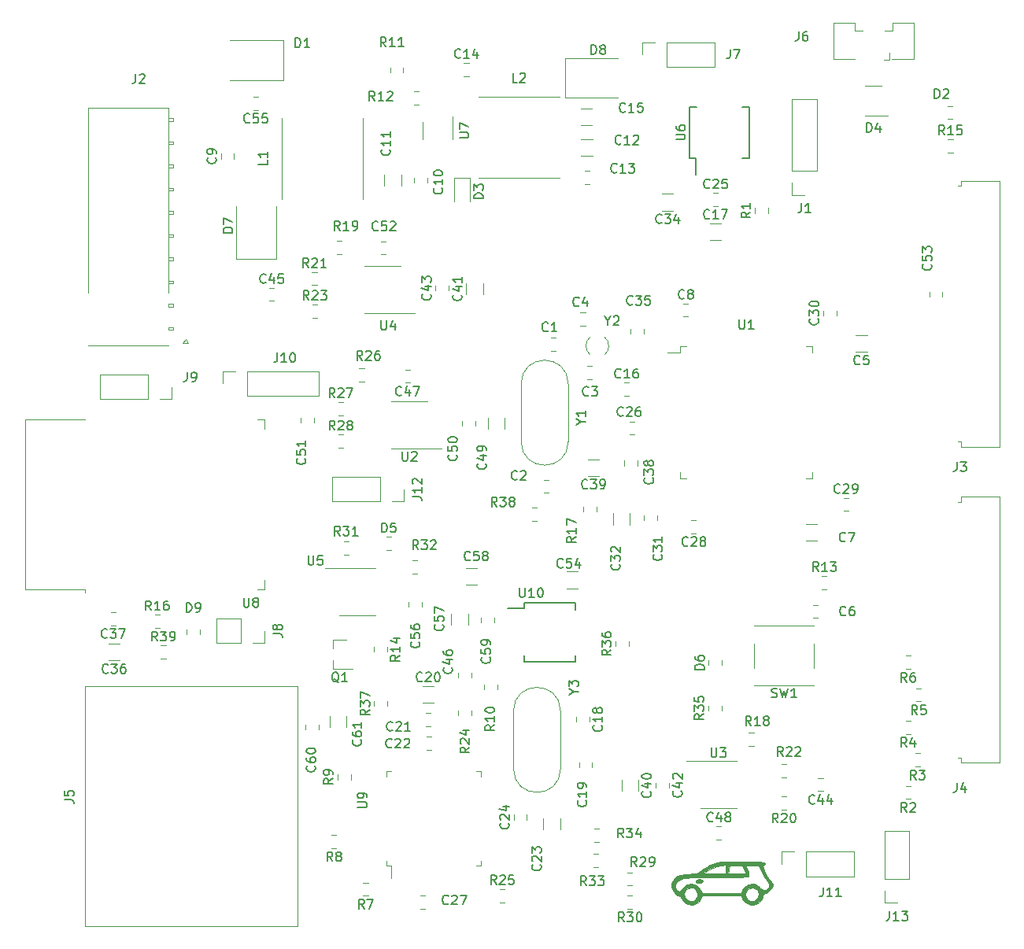
<source format=gto>
G04 #@! TF.GenerationSoftware,KiCad,Pcbnew,5.1.4-e60b266~84~ubuntu16.04.1*
G04 #@! TF.CreationDate,2019-08-13T02:24:23+05:00*
G04 #@! TF.ProjectId,usb2most,75736232-6d6f-4737-942e-6b696361645f,rev?*
G04 #@! TF.SameCoordinates,Original*
G04 #@! TF.FileFunction,Legend,Top*
G04 #@! TF.FilePolarity,Positive*
%FSLAX46Y46*%
G04 Gerber Fmt 4.6, Leading zero omitted, Abs format (unit mm)*
G04 Created by KiCad (PCBNEW 5.1.4-e60b266~84~ubuntu16.04.1) date 2019-08-13 02:24:23*
%MOMM*%
%LPD*%
G04 APERTURE LIST*
%ADD10C,0.010000*%
%ADD11C,0.120000*%
%ADD12C,0.150000*%
G04 APERTURE END LIST*
D10*
G36*
X88211872Y-112851163D02*
G01*
X88306207Y-112940670D01*
X88316406Y-113026562D01*
X88276769Y-113164241D01*
X88122773Y-113219072D01*
X87974996Y-113225000D01*
X87727860Y-113198709D01*
X87579002Y-113134534D01*
X87572265Y-113125781D01*
X87552703Y-112965436D01*
X87706145Y-112861109D01*
X87974996Y-112828125D01*
X88211872Y-112851163D01*
X88211872Y-112851163D01*
G37*
X88211872Y-112851163D02*
X88306207Y-112940670D01*
X88316406Y-113026562D01*
X88276769Y-113164241D01*
X88122773Y-113219072D01*
X87974996Y-113225000D01*
X87727860Y-113198709D01*
X87579002Y-113134534D01*
X87572265Y-113125781D01*
X87552703Y-112965436D01*
X87706145Y-112861109D01*
X87974996Y-112828125D01*
X88211872Y-112851163D01*
G36*
X92424942Y-110942969D02*
G01*
X93268163Y-110945588D01*
X93928819Y-110954956D01*
X94422730Y-110973339D01*
X94765717Y-111003004D01*
X94973602Y-111046216D01*
X95062205Y-111105243D01*
X95047347Y-111182349D01*
X94944850Y-111279802D01*
X94917809Y-111300050D01*
X94833401Y-111378282D01*
X94809984Y-111479034D01*
X94855322Y-111647768D01*
X94977177Y-111929947D01*
X95053369Y-112093927D01*
X95243226Y-112459089D01*
X95442894Y-112779397D01*
X95609461Y-112986078D01*
X95610874Y-112987394D01*
X95781058Y-113195079D01*
X95856447Y-113385969D01*
X95856660Y-113393895D01*
X95771469Y-113707786D01*
X95554095Y-114016874D01*
X95260011Y-114251829D01*
X95120569Y-114313872D01*
X94866726Y-114433896D01*
X94770115Y-114591417D01*
X94765625Y-114649289D01*
X94674667Y-114976295D01*
X94434511Y-115270906D01*
X94094232Y-115492683D01*
X93702907Y-115601186D01*
X93604732Y-115605879D01*
X93219217Y-115518003D01*
X92862076Y-115290200D01*
X92611169Y-114974713D01*
X92587673Y-114923453D01*
X92459519Y-114614062D01*
X88241262Y-114614062D01*
X88113108Y-114923453D01*
X87881076Y-115251819D01*
X87528470Y-115494933D01*
X87129814Y-115603774D01*
X87076172Y-115605508D01*
X86781314Y-115552345D01*
X86480899Y-115423962D01*
X86472952Y-115419176D01*
X86222274Y-115199853D01*
X86041766Y-114929461D01*
X86039235Y-114923453D01*
X85904950Y-114709333D01*
X85753277Y-114614484D01*
X85744145Y-114614062D01*
X85577785Y-114546755D01*
X85433595Y-114437430D01*
X86332031Y-114437430D01*
X86416829Y-114743236D01*
X86630881Y-115012178D01*
X86913669Y-115181477D01*
X87076172Y-115209375D01*
X87323563Y-115140587D01*
X87568243Y-114974219D01*
X87576775Y-114965838D01*
X87781349Y-114650084D01*
X87785684Y-114465234D01*
X92880469Y-114465234D01*
X92964177Y-114745164D01*
X93172354Y-115003968D01*
X93440581Y-115175640D01*
X93606719Y-115209375D01*
X93853032Y-115148721D01*
X94107322Y-115003736D01*
X94309679Y-114738380D01*
X94359489Y-114425746D01*
X94275510Y-114118718D01*
X94076499Y-113870183D01*
X93781211Y-113733025D01*
X93652413Y-113721094D01*
X93346607Y-113805892D01*
X93077666Y-114019943D01*
X92908366Y-114302731D01*
X92880469Y-114465234D01*
X87785684Y-114465234D01*
X87789239Y-114313658D01*
X87614673Y-113982521D01*
X87349318Y-113780164D01*
X87036683Y-113730354D01*
X86729656Y-113814333D01*
X86481120Y-114013345D01*
X86343963Y-114308632D01*
X86332031Y-114437430D01*
X85433595Y-114437430D01*
X85354061Y-114377128D01*
X85260088Y-114286878D01*
X85003560Y-113909329D01*
X84967954Y-113670450D01*
X85342517Y-113670450D01*
X85445348Y-113940940D01*
X85605127Y-114088777D01*
X85793901Y-114196181D01*
X85884743Y-114185074D01*
X85918729Y-114115869D01*
X86015123Y-113959304D01*
X86200752Y-113738251D01*
X86288446Y-113646679D01*
X86664902Y-113391929D01*
X87080107Y-113307749D01*
X87488687Y-113384990D01*
X87845265Y-113614499D01*
X88104466Y-113987124D01*
X88116576Y-114015387D01*
X88241262Y-114316406D01*
X92459519Y-114316406D01*
X92583879Y-114016175D01*
X92839275Y-113642339D01*
X93222275Y-113404366D01*
X93680093Y-113324219D01*
X93964237Y-113348227D01*
X94183858Y-113447405D01*
X94423585Y-113662482D01*
X94458526Y-113698858D01*
X94683599Y-113917812D01*
X94844711Y-114010405D01*
X95002973Y-114004342D01*
X95079513Y-113980376D01*
X95314836Y-113831926D01*
X95446280Y-113662316D01*
X95489996Y-113486055D01*
X95427531Y-113303988D01*
X95281220Y-113098765D01*
X95104681Y-112839011D01*
X94891563Y-112473694D01*
X94685878Y-112078587D01*
X94672042Y-112049998D01*
X94330413Y-111339843D01*
X93607033Y-111339843D01*
X92883654Y-111339844D01*
X93073684Y-111711914D01*
X93231827Y-112065180D01*
X93291991Y-112338408D01*
X93289099Y-112505664D01*
X93243189Y-112540995D01*
X93102131Y-112569583D01*
X92849872Y-112592050D01*
X92470357Y-112609018D01*
X91947531Y-112621111D01*
X91265341Y-112628950D01*
X90407732Y-112633157D01*
X89978320Y-112634008D01*
X89166983Y-112637602D01*
X88400956Y-112645783D01*
X87707589Y-112657895D01*
X87114229Y-112673282D01*
X86648225Y-112691286D01*
X86336926Y-112711251D01*
X86235888Y-112723878D01*
X85852194Y-112863713D01*
X85563616Y-113093587D01*
X85387832Y-113375249D01*
X85342517Y-113670450D01*
X84967954Y-113670450D01*
X84944229Y-113511286D01*
X85082232Y-113095608D01*
X85194330Y-112922851D01*
X85420901Y-112659544D01*
X85672362Y-112480182D01*
X85996319Y-112365376D01*
X86440377Y-112295739D01*
X86806984Y-112266090D01*
X87235553Y-112232542D01*
X87240499Y-112231727D01*
X88366015Y-112231727D01*
X89581445Y-112232270D01*
X90796875Y-112232812D01*
X91069726Y-112232812D01*
X92977108Y-112232812D01*
X92760189Y-111786328D01*
X92543270Y-111339843D01*
X91868510Y-111339843D01*
X91488074Y-111350829D01*
X91274162Y-111387951D01*
X91195859Y-111457461D01*
X91193750Y-111476269D01*
X91175096Y-111666841D01*
X91131738Y-111922754D01*
X91069726Y-112232812D01*
X90796875Y-112232812D01*
X90796875Y-111315271D01*
X90272770Y-111358734D01*
X89884458Y-111427427D01*
X89482027Y-111583757D01*
X89057340Y-111816962D01*
X88366015Y-112231727D01*
X87240499Y-112231727D01*
X87544703Y-112181607D01*
X87808582Y-112088579D01*
X88101341Y-111928750D01*
X88415625Y-111730089D01*
X88772685Y-111500749D01*
X89070629Y-111320922D01*
X89340111Y-111184589D01*
X89611785Y-111085732D01*
X89916307Y-111018332D01*
X90284329Y-110976372D01*
X90746507Y-110953834D01*
X91333494Y-110944699D01*
X92075946Y-110942950D01*
X92424942Y-110942969D01*
X92424942Y-110942969D01*
G37*
X92424942Y-110942969D02*
X93268163Y-110945588D01*
X93928819Y-110954956D01*
X94422730Y-110973339D01*
X94765717Y-111003004D01*
X94973602Y-111046216D01*
X95062205Y-111105243D01*
X95047347Y-111182349D01*
X94944850Y-111279802D01*
X94917809Y-111300050D01*
X94833401Y-111378282D01*
X94809984Y-111479034D01*
X94855322Y-111647768D01*
X94977177Y-111929947D01*
X95053369Y-112093927D01*
X95243226Y-112459089D01*
X95442894Y-112779397D01*
X95609461Y-112986078D01*
X95610874Y-112987394D01*
X95781058Y-113195079D01*
X95856447Y-113385969D01*
X95856660Y-113393895D01*
X95771469Y-113707786D01*
X95554095Y-114016874D01*
X95260011Y-114251829D01*
X95120569Y-114313872D01*
X94866726Y-114433896D01*
X94770115Y-114591417D01*
X94765625Y-114649289D01*
X94674667Y-114976295D01*
X94434511Y-115270906D01*
X94094232Y-115492683D01*
X93702907Y-115601186D01*
X93604732Y-115605879D01*
X93219217Y-115518003D01*
X92862076Y-115290200D01*
X92611169Y-114974713D01*
X92587673Y-114923453D01*
X92459519Y-114614062D01*
X88241262Y-114614062D01*
X88113108Y-114923453D01*
X87881076Y-115251819D01*
X87528470Y-115494933D01*
X87129814Y-115603774D01*
X87076172Y-115605508D01*
X86781314Y-115552345D01*
X86480899Y-115423962D01*
X86472952Y-115419176D01*
X86222274Y-115199853D01*
X86041766Y-114929461D01*
X86039235Y-114923453D01*
X85904950Y-114709333D01*
X85753277Y-114614484D01*
X85744145Y-114614062D01*
X85577785Y-114546755D01*
X85433595Y-114437430D01*
X86332031Y-114437430D01*
X86416829Y-114743236D01*
X86630881Y-115012178D01*
X86913669Y-115181477D01*
X87076172Y-115209375D01*
X87323563Y-115140587D01*
X87568243Y-114974219D01*
X87576775Y-114965838D01*
X87781349Y-114650084D01*
X87785684Y-114465234D01*
X92880469Y-114465234D01*
X92964177Y-114745164D01*
X93172354Y-115003968D01*
X93440581Y-115175640D01*
X93606719Y-115209375D01*
X93853032Y-115148721D01*
X94107322Y-115003736D01*
X94309679Y-114738380D01*
X94359489Y-114425746D01*
X94275510Y-114118718D01*
X94076499Y-113870183D01*
X93781211Y-113733025D01*
X93652413Y-113721094D01*
X93346607Y-113805892D01*
X93077666Y-114019943D01*
X92908366Y-114302731D01*
X92880469Y-114465234D01*
X87785684Y-114465234D01*
X87789239Y-114313658D01*
X87614673Y-113982521D01*
X87349318Y-113780164D01*
X87036683Y-113730354D01*
X86729656Y-113814333D01*
X86481120Y-114013345D01*
X86343963Y-114308632D01*
X86332031Y-114437430D01*
X85433595Y-114437430D01*
X85354061Y-114377128D01*
X85260088Y-114286878D01*
X85003560Y-113909329D01*
X84967954Y-113670450D01*
X85342517Y-113670450D01*
X85445348Y-113940940D01*
X85605127Y-114088777D01*
X85793901Y-114196181D01*
X85884743Y-114185074D01*
X85918729Y-114115869D01*
X86015123Y-113959304D01*
X86200752Y-113738251D01*
X86288446Y-113646679D01*
X86664902Y-113391929D01*
X87080107Y-113307749D01*
X87488687Y-113384990D01*
X87845265Y-113614499D01*
X88104466Y-113987124D01*
X88116576Y-114015387D01*
X88241262Y-114316406D01*
X92459519Y-114316406D01*
X92583879Y-114016175D01*
X92839275Y-113642339D01*
X93222275Y-113404366D01*
X93680093Y-113324219D01*
X93964237Y-113348227D01*
X94183858Y-113447405D01*
X94423585Y-113662482D01*
X94458526Y-113698858D01*
X94683599Y-113917812D01*
X94844711Y-114010405D01*
X95002973Y-114004342D01*
X95079513Y-113980376D01*
X95314836Y-113831926D01*
X95446280Y-113662316D01*
X95489996Y-113486055D01*
X95427531Y-113303988D01*
X95281220Y-113098765D01*
X95104681Y-112839011D01*
X94891563Y-112473694D01*
X94685878Y-112078587D01*
X94672042Y-112049998D01*
X94330413Y-111339843D01*
X93607033Y-111339843D01*
X92883654Y-111339844D01*
X93073684Y-111711914D01*
X93231827Y-112065180D01*
X93291991Y-112338408D01*
X93289099Y-112505664D01*
X93243189Y-112540995D01*
X93102131Y-112569583D01*
X92849872Y-112592050D01*
X92470357Y-112609018D01*
X91947531Y-112621111D01*
X91265341Y-112628950D01*
X90407732Y-112633157D01*
X89978320Y-112634008D01*
X89166983Y-112637602D01*
X88400956Y-112645783D01*
X87707589Y-112657895D01*
X87114229Y-112673282D01*
X86648225Y-112691286D01*
X86336926Y-112711251D01*
X86235888Y-112723878D01*
X85852194Y-112863713D01*
X85563616Y-113093587D01*
X85387832Y-113375249D01*
X85342517Y-113670450D01*
X84967954Y-113670450D01*
X84944229Y-113511286D01*
X85082232Y-113095608D01*
X85194330Y-112922851D01*
X85420901Y-112659544D01*
X85672362Y-112480182D01*
X85996319Y-112365376D01*
X86440377Y-112295739D01*
X86806984Y-112266090D01*
X87235553Y-112232542D01*
X87240499Y-112231727D01*
X88366015Y-112231727D01*
X89581445Y-112232270D01*
X90796875Y-112232812D01*
X91069726Y-112232812D01*
X92977108Y-112232812D01*
X92760189Y-111786328D01*
X92543270Y-111339843D01*
X91868510Y-111339843D01*
X91488074Y-111350829D01*
X91274162Y-111387951D01*
X91195859Y-111457461D01*
X91193750Y-111476269D01*
X91175096Y-111666841D01*
X91131738Y-111922754D01*
X91069726Y-112232812D01*
X90796875Y-112232812D01*
X90796875Y-111315271D01*
X90272770Y-111358734D01*
X89884458Y-111427427D01*
X89482027Y-111583757D01*
X89057340Y-111816962D01*
X88366015Y-112231727D01*
X87240499Y-112231727D01*
X87544703Y-112181607D01*
X87808582Y-112088579D01*
X88101341Y-111928750D01*
X88415625Y-111730089D01*
X88772685Y-111500749D01*
X89070629Y-111320922D01*
X89340111Y-111184589D01*
X89611785Y-111085732D01*
X89916307Y-111018332D01*
X90284329Y-110976372D01*
X90746507Y-110953834D01*
X91333494Y-110944699D01*
X92075946Y-110942950D01*
X92424942Y-110942969D01*
D11*
X96840000Y-111200000D02*
X96840000Y-109870000D01*
X96840000Y-109870000D02*
X98170000Y-109870000D01*
X99440000Y-109870000D02*
X104580000Y-109870000D01*
X104580000Y-112530000D02*
X104580000Y-109870000D01*
X99440000Y-112530000D02*
X104580000Y-112530000D01*
X99440000Y-112530000D02*
X99440000Y-109870000D01*
X99410000Y-69710000D02*
X100110000Y-69710000D01*
X100110000Y-69710000D02*
X100110000Y-69010000D01*
X86590000Y-69710000D02*
X85890000Y-69710000D01*
X85890000Y-69710000D02*
X85890000Y-69010000D01*
X99410000Y-55490000D02*
X100110000Y-55490000D01*
X100110000Y-55490000D02*
X100110000Y-56190000D01*
X86590000Y-55490000D02*
X85890000Y-55490000D01*
X85890000Y-55490000D02*
X85890000Y-56190000D01*
X85890000Y-56190000D02*
X84525000Y-56190000D01*
X25158578Y-84090000D02*
X24641422Y-84090000D01*
X25158578Y-85510000D02*
X24641422Y-85510000D01*
X29380922Y-85800000D02*
X29898078Y-85800000D01*
X29380922Y-84380000D02*
X29898078Y-84380000D01*
X31230000Y-59850000D02*
X31230000Y-61180000D01*
X31230000Y-61180000D02*
X29900000Y-61180000D01*
X28630000Y-61180000D02*
X23490000Y-61180000D01*
X23490000Y-58520000D02*
X23490000Y-61180000D01*
X28630000Y-58520000D02*
X23490000Y-58520000D01*
X28630000Y-58520000D02*
X28630000Y-61180000D01*
X41208000Y-86100000D02*
X41208000Y-87430000D01*
X41208000Y-87430000D02*
X39878000Y-87430000D01*
X38608000Y-87430000D02*
X36008000Y-87430000D01*
X36008000Y-84770000D02*
X36008000Y-87430000D01*
X38608000Y-84770000D02*
X36008000Y-84770000D01*
X38608000Y-84770000D02*
X38608000Y-87430000D01*
X25602064Y-87490000D02*
X24397936Y-87490000D01*
X25602064Y-89310000D02*
X24397936Y-89310000D01*
X21840000Y-81620000D02*
X21840000Y-82000000D01*
X15420000Y-81620000D02*
X21840000Y-81620000D01*
X15420000Y-63380000D02*
X21840000Y-63380000D01*
X15420000Y-81620000D02*
X15420000Y-63380000D01*
X41165000Y-63380000D02*
X41165000Y-64380000D01*
X40385000Y-63380000D02*
X41165000Y-63380000D01*
X41165000Y-81620000D02*
X41165000Y-80620000D01*
X40385000Y-81620000D02*
X41165000Y-81620000D01*
X86241422Y-52310000D02*
X86758578Y-52310000D01*
X86241422Y-50890000D02*
X86758578Y-50890000D01*
X44700000Y-92050000D02*
X44700000Y-117850000D01*
X21900000Y-117850000D02*
X21900000Y-92050000D01*
X44700000Y-117850000D02*
X21900000Y-117850000D01*
X44700000Y-92050000D02*
X21900000Y-92050000D01*
X48927278Y-108078200D02*
X48410122Y-108078200D01*
X48927278Y-109498200D02*
X48410122Y-109498200D01*
X52321078Y-113190000D02*
X51803922Y-113190000D01*
X52321078Y-114610000D02*
X51803922Y-114610000D01*
X57978922Y-116010000D02*
X58496078Y-116010000D01*
X57978922Y-114590000D02*
X58496078Y-114590000D01*
X69410000Y-106421078D02*
X69410000Y-105903922D01*
X67990000Y-106421078D02*
X67990000Y-105903922D01*
X73010000Y-107502064D02*
X73010000Y-106297936D01*
X71190000Y-107502064D02*
X71190000Y-106297936D01*
X58618622Y-98944500D02*
X59135778Y-98944500D01*
X58618622Y-97524500D02*
X59135778Y-97524500D01*
X58570122Y-96341000D02*
X59087278Y-96341000D01*
X58570122Y-94921000D02*
X59087278Y-94921000D01*
X58195936Y-93848600D02*
X59400064Y-93848600D01*
X58195936Y-92028600D02*
X59400064Y-92028600D01*
X76435000Y-100764078D02*
X76435000Y-100246922D01*
X75015000Y-100764078D02*
X75015000Y-100246922D01*
X74710000Y-95381422D02*
X74710000Y-95898578D01*
X76130000Y-95381422D02*
X76130000Y-95898578D01*
X99397936Y-76410000D02*
X100602064Y-76410000D01*
X99397936Y-74590000D02*
X100602064Y-74590000D01*
X43200000Y-26850000D02*
X37500000Y-26850000D01*
X43200000Y-22550000D02*
X37500000Y-22550000D01*
X43200000Y-26850000D02*
X43200000Y-22550000D01*
X63250000Y-37350000D02*
X63250000Y-39900000D01*
X61550000Y-37350000D02*
X61550000Y-39900000D01*
X63250000Y-37350000D02*
X61550000Y-37350000D01*
X75247936Y-35010000D02*
X76452064Y-35010000D01*
X75247936Y-33190000D02*
X76452064Y-33190000D01*
X75691078Y-51880000D02*
X75173922Y-51880000D01*
X75691078Y-53300000D02*
X75173922Y-53300000D01*
X76421078Y-57590000D02*
X75903922Y-57590000D01*
X76421078Y-59010000D02*
X75903922Y-59010000D01*
X71253922Y-71260000D02*
X71771078Y-71260000D01*
X71253922Y-69840000D02*
X71771078Y-69840000D01*
X71978922Y-56010000D02*
X72496078Y-56010000D01*
X71978922Y-54590000D02*
X72496078Y-54590000D01*
X95360000Y-41146078D02*
X95360000Y-40628922D01*
X93940000Y-41146078D02*
X93940000Y-40628922D01*
X99275000Y-39210000D02*
X97945000Y-39210000D01*
X97945000Y-39210000D02*
X97945000Y-37880000D01*
X97945000Y-36610000D02*
X97945000Y-28930000D01*
X100605000Y-28930000D02*
X97945000Y-28930000D01*
X100605000Y-36610000D02*
X100605000Y-28930000D01*
X100605000Y-36610000D02*
X97945000Y-36610000D01*
X100178922Y-83315000D02*
X100696078Y-83315000D01*
X100178922Y-84735000D02*
X100696078Y-84735000D01*
X30890000Y-30950000D02*
X30890000Y-31250000D01*
X30890000Y-31250000D02*
X31340000Y-31250000D01*
X31340000Y-31250000D02*
X31340000Y-30950000D01*
X31340000Y-30950000D02*
X30890000Y-30950000D01*
X30890000Y-33450000D02*
X30890000Y-33750000D01*
X30890000Y-33750000D02*
X31340000Y-33750000D01*
X31340000Y-33750000D02*
X31340000Y-33450000D01*
X31340000Y-33450000D02*
X30890000Y-33450000D01*
X33000000Y-55134264D02*
X32700000Y-54710000D01*
X32400000Y-55134264D02*
X33000000Y-55134264D01*
X32700000Y-54710000D02*
X32400000Y-55134264D01*
X31340000Y-35950000D02*
X30890000Y-35950000D01*
X31340000Y-36250000D02*
X31340000Y-35950000D01*
X30890000Y-36250000D02*
X31340000Y-36250000D01*
X30890000Y-35950000D02*
X30890000Y-36250000D01*
X31340000Y-38450000D02*
X30890000Y-38450000D01*
X31340000Y-38750000D02*
X31340000Y-38450000D01*
X30890000Y-38750000D02*
X31340000Y-38750000D01*
X30890000Y-38450000D02*
X30890000Y-38750000D01*
X31340000Y-40950000D02*
X30890000Y-40950000D01*
X31340000Y-41250000D02*
X31340000Y-40950000D01*
X30890000Y-41250000D02*
X31340000Y-41250000D01*
X30890000Y-40950000D02*
X30890000Y-41250000D01*
X31340000Y-43450000D02*
X30890000Y-43450000D01*
X31340000Y-43750000D02*
X31340000Y-43450000D01*
X30890000Y-43750000D02*
X31340000Y-43750000D01*
X30890000Y-43450000D02*
X30890000Y-43750000D01*
X31340000Y-45950000D02*
X30890000Y-45950000D01*
X31340000Y-46250000D02*
X31340000Y-45950000D01*
X30890000Y-46250000D02*
X31340000Y-46250000D01*
X30890000Y-45950000D02*
X30890000Y-46250000D01*
X31340000Y-48450000D02*
X30890000Y-48450000D01*
X31340000Y-48750000D02*
X31340000Y-48450000D01*
X30890000Y-48750000D02*
X31340000Y-48750000D01*
X30890000Y-48450000D02*
X30890000Y-48750000D01*
X31340000Y-50950000D02*
X30890000Y-50950000D01*
X31340000Y-51250000D02*
X31340000Y-50950000D01*
X30890000Y-51250000D02*
X31340000Y-51250000D01*
X30890000Y-50950000D02*
X30890000Y-51250000D01*
X31340000Y-53450000D02*
X30890000Y-53450000D01*
X31340000Y-53750000D02*
X31340000Y-53450000D01*
X30890000Y-53750000D02*
X31340000Y-53750000D01*
X30890000Y-53450000D02*
X30890000Y-53750000D01*
X22210000Y-55430000D02*
X30890000Y-55430000D01*
X22210000Y-29850000D02*
X22210000Y-49760000D01*
X30890000Y-29850000D02*
X22210000Y-29850000D01*
X30890000Y-49760000D02*
X30890000Y-29850000D01*
X110696078Y-88790000D02*
X110178922Y-88790000D01*
X110696078Y-90210000D02*
X110178922Y-90210000D01*
X111821078Y-92290000D02*
X111303922Y-92290000D01*
X111821078Y-93710000D02*
X111303922Y-93710000D01*
X110696078Y-95790000D02*
X110178922Y-95790000D01*
X110696078Y-97210000D02*
X110178922Y-97210000D01*
X111696078Y-99290000D02*
X111178922Y-99290000D01*
X111696078Y-100710000D02*
X111178922Y-100710000D01*
X110696078Y-102790000D02*
X110178922Y-102790000D01*
X110696078Y-104210000D02*
X110178922Y-104210000D01*
X54090000Y-36997936D02*
X54090000Y-38202064D01*
X55910000Y-36997936D02*
X55910000Y-38202064D01*
X49035900Y-102097578D02*
X49035900Y-101580422D01*
X50455900Y-102097578D02*
X50455900Y-101580422D01*
X64822000Y-92382078D02*
X64822000Y-91864922D01*
X66242000Y-92382078D02*
X66242000Y-91864922D01*
X58190000Y-31400000D02*
X58190000Y-33200000D01*
X61410000Y-33200000D02*
X61410000Y-30750000D01*
X75222936Y-31710000D02*
X76427064Y-31710000D01*
X75222936Y-29890000D02*
X76427064Y-29890000D01*
X43050000Y-39625000D02*
X43050000Y-30925000D01*
X51750000Y-39625000D02*
X51750000Y-30925000D01*
X64200000Y-37350000D02*
X72900000Y-37350000D01*
X64200000Y-28650000D02*
X72900000Y-28650000D01*
X56110000Y-25503922D02*
X56110000Y-26021078D01*
X54690000Y-25503922D02*
X54690000Y-26021078D01*
X57278922Y-29510000D02*
X57796078Y-29510000D01*
X57278922Y-28090000D02*
X57796078Y-28090000D01*
X84440000Y-25430000D02*
X84440000Y-22770000D01*
X84440000Y-25430000D02*
X89580000Y-25430000D01*
X89580000Y-25430000D02*
X89580000Y-22770000D01*
X84440000Y-22770000D02*
X89580000Y-22770000D01*
X81840000Y-22770000D02*
X83170000Y-22770000D01*
X81840000Y-24100000D02*
X81840000Y-22770000D01*
X89097936Y-44060000D02*
X90302064Y-44060000D01*
X89097936Y-42240000D02*
X90302064Y-42240000D01*
X79891422Y-60810000D02*
X80408578Y-60810000D01*
X79891422Y-59390000D02*
X80408578Y-59390000D01*
X87621078Y-74190000D02*
X87103922Y-74190000D01*
X87621078Y-75610000D02*
X87103922Y-75610000D01*
X103478922Y-71790000D02*
X103996078Y-71790000D01*
X103478922Y-73210000D02*
X103996078Y-73210000D01*
X101290000Y-52158578D02*
X101290000Y-51641422D01*
X102710000Y-52158578D02*
X102710000Y-51641422D01*
X83435000Y-73678922D02*
X83435000Y-74196078D01*
X82015000Y-73678922D02*
X82015000Y-74196078D01*
X85152064Y-39090000D02*
X83947936Y-39090000D01*
X85152064Y-40910000D02*
X83947936Y-40910000D01*
X115196078Y-31060000D02*
X114678922Y-31060000D01*
X115196078Y-29640000D02*
X114678922Y-29640000D01*
X107600000Y-27490000D02*
X105800000Y-27490000D01*
X105800000Y-30710000D02*
X108250000Y-30710000D01*
X108400000Y-23900000D02*
X108400000Y-24650000D01*
X108400000Y-24650000D02*
X107800000Y-24650000D01*
X108700000Y-24610000D02*
X111010000Y-24610000D01*
X102390000Y-24610000D02*
X102390000Y-20690000D01*
X111010000Y-20690000D02*
X108740000Y-20690000D01*
X111010000Y-24610000D02*
X111010000Y-20690000D01*
X102390000Y-20690000D02*
X104660000Y-20690000D01*
X104700000Y-24610000D02*
X102390000Y-24610000D01*
X104660000Y-21520000D02*
X104660000Y-20690000D01*
X108740000Y-21520000D02*
X108740000Y-20690000D01*
X108740000Y-21520000D02*
X107910000Y-21520000D01*
X104660000Y-21520000D02*
X105490000Y-21520000D01*
X101153922Y-81610000D02*
X101671078Y-81610000D01*
X101153922Y-80190000D02*
X101671078Y-80190000D01*
X114716422Y-34635000D02*
X115233578Y-34635000D01*
X114716422Y-33215000D02*
X115233578Y-33215000D01*
X76208186Y-54500439D02*
G75*
G03X76208719Y-56400000I781814J-949561D01*
G01*
X77771814Y-54500439D02*
G75*
G02X77771281Y-56400000I-781814J-949561D01*
G01*
X106002064Y-56110000D02*
X104797936Y-56110000D01*
X106002064Y-54290000D02*
X104797936Y-54290000D01*
X36490000Y-35296078D02*
X36490000Y-34778922D01*
X37910000Y-35296078D02*
X37910000Y-34778922D01*
X57290000Y-37341422D02*
X57290000Y-37858578D01*
X58710000Y-37341422D02*
X58710000Y-37858578D01*
X75616422Y-36615000D02*
X76133578Y-36615000D01*
X75616422Y-38035000D02*
X76133578Y-38035000D01*
X62641422Y-26410000D02*
X63158578Y-26410000D01*
X62641422Y-24990000D02*
X63158578Y-24990000D01*
X89453922Y-38990000D02*
X89971078Y-38990000D01*
X89453922Y-40410000D02*
X89971078Y-40410000D01*
X80996078Y-63590000D02*
X80478922Y-63590000D01*
X80996078Y-65010000D02*
X80478922Y-65010000D01*
X78690000Y-73472936D02*
X78690000Y-74677064D01*
X80510000Y-73472936D02*
X80510000Y-74677064D01*
X82000000Y-54158578D02*
X82000000Y-53641422D01*
X80580000Y-54158578D02*
X80580000Y-53641422D01*
X79890000Y-68321078D02*
X79890000Y-67803922D01*
X81310000Y-68321078D02*
X81310000Y-67803922D01*
X77177064Y-69460000D02*
X75972936Y-69460000D01*
X77177064Y-67640000D02*
X75972936Y-67640000D01*
X76910000Y-72778922D02*
X76910000Y-73296078D01*
X75490000Y-72778922D02*
X75490000Y-73296078D01*
X81410000Y-102147936D02*
X81410000Y-103352064D01*
X79590000Y-102147936D02*
X79590000Y-103352064D01*
X62890000Y-49902064D02*
X62890000Y-48697936D01*
X64710000Y-49902064D02*
X64710000Y-48697936D01*
X83290000Y-102453922D02*
X83290000Y-102971078D01*
X84710000Y-102453922D02*
X84710000Y-102971078D01*
X59590000Y-49496078D02*
X59590000Y-48978922D01*
X61010000Y-49496078D02*
X61010000Y-48978922D01*
X101258578Y-103360000D02*
X100741422Y-103360000D01*
X101258578Y-101940000D02*
X100741422Y-101940000D01*
X41703922Y-49190000D02*
X42221078Y-49190000D01*
X41703922Y-50610000D02*
X42221078Y-50610000D01*
X93809078Y-97080000D02*
X93291922Y-97080000D01*
X93809078Y-98500000D02*
X93291922Y-98500000D01*
X49471078Y-44140000D02*
X48953922Y-44140000D01*
X49471078Y-45560000D02*
X48953922Y-45560000D01*
X97321078Y-105360000D02*
X96803922Y-105360000D01*
X97321078Y-103940000D02*
X96803922Y-103940000D01*
X46303922Y-48910000D02*
X46821078Y-48910000D01*
X46303922Y-47490000D02*
X46821078Y-47490000D01*
X97321078Y-100440000D02*
X96803922Y-100440000D01*
X97321078Y-101860000D02*
X96803922Y-101860000D01*
X46341422Y-52410000D02*
X46858578Y-52410000D01*
X46341422Y-50990000D02*
X46858578Y-50990000D01*
X90000000Y-100090000D02*
X86550000Y-100090000D01*
X90000000Y-100090000D02*
X91950000Y-100090000D01*
X90000000Y-105210000D02*
X88050000Y-105210000D01*
X90000000Y-105210000D02*
X91950000Y-105210000D01*
X53900000Y-51960000D02*
X57350000Y-51960000D01*
X53900000Y-51960000D02*
X51950000Y-51960000D01*
X53900000Y-46840000D02*
X55850000Y-46840000D01*
X53900000Y-46840000D02*
X51950000Y-46840000D01*
X65215000Y-64402064D02*
X65215000Y-63197936D01*
X67035000Y-64402064D02*
X67035000Y-63197936D01*
X63835000Y-64021078D02*
X63835000Y-63503922D01*
X62415000Y-64021078D02*
X62415000Y-63503922D01*
X46510000Y-63166422D02*
X46510000Y-63683578D01*
X45090000Y-63166422D02*
X45090000Y-63683578D01*
X51896078Y-59260000D02*
X51378922Y-59260000D01*
X51896078Y-57840000D02*
X51378922Y-57840000D01*
X49128922Y-62910000D02*
X49646078Y-62910000D01*
X49128922Y-61490000D02*
X49646078Y-61490000D01*
X49128922Y-64990000D02*
X49646078Y-64990000D01*
X49128922Y-66410000D02*
X49646078Y-66410000D01*
X56779999Y-61414999D02*
X54829999Y-61414999D01*
X56779999Y-61414999D02*
X58729999Y-61414999D01*
X56779999Y-66534999D02*
X54829999Y-66534999D01*
X56779999Y-66534999D02*
X60229999Y-66534999D01*
X63448000Y-91112078D02*
X63448000Y-90594922D01*
X62028000Y-91112078D02*
X62028000Y-90594922D01*
X56821078Y-59410000D02*
X56303922Y-59410000D01*
X56821078Y-57990000D02*
X56303922Y-57990000D01*
X89803922Y-107140000D02*
X90321078Y-107140000D01*
X89803922Y-108560000D02*
X90321078Y-108560000D01*
X54221078Y-45610000D02*
X53703922Y-45610000D01*
X54221078Y-44190000D02*
X53703922Y-44190000D01*
X62028000Y-95176078D02*
X62028000Y-94658922D01*
X63448000Y-95176078D02*
X63448000Y-94658922D01*
X66503922Y-115310000D02*
X67021078Y-115310000D01*
X66503922Y-113890000D02*
X67021078Y-113890000D01*
X114110000Y-49628922D02*
X114110000Y-50146078D01*
X112690000Y-49628922D02*
X112690000Y-50146078D01*
X39325000Y-60830000D02*
X39325000Y-58170000D01*
X39325000Y-60830000D02*
X47005000Y-60830000D01*
X47005000Y-60830000D02*
X47005000Y-58170000D01*
X39325000Y-58170000D02*
X47005000Y-58170000D01*
X36725000Y-58170000D02*
X38055000Y-58170000D01*
X36725000Y-59500000D02*
X36725000Y-58170000D01*
X61252000Y-84259936D02*
X61252000Y-85464064D01*
X63072000Y-84259936D02*
X63072000Y-85464064D01*
X64064064Y-81172000D02*
X62859936Y-81172000D01*
X64064064Y-79352000D02*
X62859936Y-79352000D01*
X64452000Y-84665922D02*
X64452000Y-85183078D01*
X65872000Y-84665922D02*
X65872000Y-85183078D01*
X80721078Y-113510000D02*
X80203922Y-113510000D01*
X80721078Y-112090000D02*
X80203922Y-112090000D01*
X80758578Y-116010000D02*
X80241422Y-116010000D01*
X80758578Y-114590000D02*
X80241422Y-114590000D01*
X77121078Y-111510000D02*
X76603922Y-111510000D01*
X77121078Y-110090000D02*
X76603922Y-110090000D01*
X77196078Y-107390000D02*
X76678922Y-107390000D01*
X77196078Y-108810000D02*
X76678922Y-108810000D01*
X80372000Y-87758078D02*
X80372000Y-87240922D01*
X78952000Y-87758078D02*
X78952000Y-87240922D01*
X52990000Y-94196078D02*
X52990000Y-93678922D01*
X54410000Y-94196078D02*
X54410000Y-93678922D01*
D12*
X86910000Y-35250000D02*
X87565000Y-35250000D01*
X86910000Y-29750000D02*
X87660000Y-29750000D01*
X93320000Y-29750000D02*
X92570000Y-29750000D01*
X93320000Y-35250000D02*
X92570000Y-35250000D01*
X86910000Y-35250000D02*
X86910000Y-29750000D01*
X93320000Y-35250000D02*
X93320000Y-29750000D01*
X87565000Y-35250000D02*
X87565000Y-37000000D01*
X69112000Y-83062000D02*
X69112000Y-83717000D01*
X74612000Y-83062000D02*
X74612000Y-83812000D01*
X74612000Y-89472000D02*
X74612000Y-88722000D01*
X69112000Y-89472000D02*
X69112000Y-88722000D01*
X69112000Y-83062000D02*
X74612000Y-83062000D01*
X69112000Y-89472000D02*
X74612000Y-89472000D01*
X69112000Y-83717000D02*
X67362000Y-83717000D01*
D11*
X100305000Y-85545000D02*
X93845000Y-85545000D01*
X100305000Y-90075000D02*
X100305000Y-87475000D01*
X100305000Y-92005000D02*
X93845000Y-92005000D01*
X93845000Y-90075000D02*
X93845000Y-87475000D01*
X100305000Y-91975000D02*
X100305000Y-92005000D01*
X100305000Y-85545000D02*
X100305000Y-85575000D01*
X93845000Y-85545000D02*
X93845000Y-85575000D01*
X93845000Y-92005000D02*
X93845000Y-91975000D01*
X120250000Y-37700000D02*
X116140000Y-37700000D01*
X116140000Y-37700000D02*
X116140000Y-38240000D01*
X116140000Y-38240000D02*
X115750000Y-38240000D01*
X116140000Y-66300000D02*
X116140000Y-65760000D01*
X120250000Y-37750000D02*
X120250000Y-66300000D01*
X120250000Y-66300000D02*
X116140000Y-66300000D01*
X116100000Y-65740000D02*
X115750000Y-65740000D01*
X120250000Y-71700000D02*
X116140000Y-71700000D01*
X116140000Y-71700000D02*
X116140000Y-72240000D01*
X116140000Y-72240000D02*
X115750000Y-72240000D01*
X116140000Y-100300000D02*
X116140000Y-99760000D01*
X120250000Y-71750000D02*
X120250000Y-100300000D01*
X120250000Y-100300000D02*
X116140000Y-100300000D01*
X116100000Y-99740000D02*
X115750000Y-99740000D01*
X64495200Y-101765000D02*
X64495200Y-101190000D01*
X64495200Y-101190000D02*
X63920200Y-101190000D01*
X64495200Y-110835000D02*
X64495200Y-111410000D01*
X64495200Y-111410000D02*
X63920200Y-111410000D01*
X54275200Y-101765000D02*
X54275200Y-101190000D01*
X54275200Y-101190000D02*
X54850200Y-101190000D01*
X54275200Y-110835000D02*
X54275200Y-111410000D01*
X54275200Y-111410000D02*
X54850200Y-111410000D01*
X54850200Y-111410000D02*
X54850200Y-112700000D01*
X73025000Y-94715000D02*
X73025000Y-100965000D01*
X67975000Y-94715000D02*
X67975000Y-100965000D01*
X67975000Y-94715000D02*
G75*
G02X73025000Y-94715000I2525000J0D01*
G01*
X67975000Y-100965000D02*
G75*
G03X73025000Y-100965000I2525000J0D01*
G01*
X73850000Y-59515000D02*
X73850000Y-65765000D01*
X68800000Y-59515000D02*
X68800000Y-65765000D01*
X68800000Y-59515000D02*
G75*
G02X73850000Y-59515000I2525000J0D01*
G01*
X68800000Y-65765000D02*
G75*
G03X73850000Y-65765000I2525000J0D01*
G01*
X74864064Y-81547000D02*
X73659936Y-81547000D01*
X74864064Y-79727000D02*
X73659936Y-79727000D01*
X40496078Y-30060000D02*
X39978922Y-30060000D01*
X40496078Y-28640000D02*
X39978922Y-28640000D01*
X53594000Y-69536000D02*
X53594000Y-72196000D01*
X53594000Y-69536000D02*
X48454000Y-69536000D01*
X48454000Y-69536000D02*
X48454000Y-72196000D01*
X53594000Y-72196000D02*
X48454000Y-72196000D01*
X56194000Y-72196000D02*
X54864000Y-72196000D01*
X56194000Y-70866000D02*
X56194000Y-72196000D01*
X56694000Y-83492078D02*
X56694000Y-82974922D01*
X58114000Y-83492078D02*
X58114000Y-82974922D01*
X54272922Y-75998000D02*
X54790078Y-75998000D01*
X54272922Y-77418000D02*
X54790078Y-77418000D01*
X50218078Y-77926000D02*
X49700922Y-77926000D01*
X50218078Y-76506000D02*
X49700922Y-76506000D01*
X57584078Y-78538000D02*
X57066922Y-78538000D01*
X57584078Y-79958000D02*
X57066922Y-79958000D01*
X110550000Y-112776000D02*
X107890000Y-112776000D01*
X110550000Y-112776000D02*
X110550000Y-107636000D01*
X110550000Y-107636000D02*
X107890000Y-107636000D01*
X107890000Y-112776000D02*
X107890000Y-107636000D01*
X107890000Y-115376000D02*
X107890000Y-114046000D01*
X109220000Y-115376000D02*
X107890000Y-115376000D01*
X47010000Y-96241422D02*
X47010000Y-96758578D01*
X45590000Y-96241422D02*
X45590000Y-96758578D01*
X50010000Y-95297936D02*
X50010000Y-96502064D01*
X48190000Y-95297936D02*
X48190000Y-96502064D01*
X88965000Y-89796078D02*
X88965000Y-89278922D01*
X90385000Y-89796078D02*
X90385000Y-89278922D01*
X90335000Y-94683578D02*
X90335000Y-94166422D01*
X88915000Y-94683578D02*
X88915000Y-94166422D01*
X38150000Y-46075000D02*
X42450000Y-46075000D01*
X42450000Y-46075000D02*
X42450000Y-40375000D01*
X38150000Y-46075000D02*
X38150000Y-40375000D01*
X69953922Y-72865000D02*
X70471078Y-72865000D01*
X69953922Y-74285000D02*
X70471078Y-74285000D01*
X73525000Y-24475000D02*
X73525000Y-28775000D01*
X73525000Y-28775000D02*
X79225000Y-28775000D01*
X73525000Y-24475000D02*
X79225000Y-24475000D01*
X48515000Y-87045000D02*
X48515000Y-87975000D01*
X48515000Y-90205000D02*
X48515000Y-89275000D01*
X48515000Y-90205000D02*
X50675000Y-90205000D01*
X48515000Y-87045000D02*
X49975000Y-87045000D01*
X54360000Y-87841422D02*
X54360000Y-88358578D01*
X52940000Y-87841422D02*
X52940000Y-88358578D01*
X51175000Y-84460000D02*
X53125000Y-84460000D01*
X51175000Y-84460000D02*
X49225000Y-84460000D01*
X51175000Y-79340000D02*
X53125000Y-79340000D01*
X51175000Y-79340000D02*
X47725000Y-79340000D01*
X34238000Y-86443078D02*
X34238000Y-85925922D01*
X32818000Y-86443078D02*
X32818000Y-85925922D01*
X30045922Y-87682000D02*
X30563078Y-87682000D01*
X30045922Y-89102000D02*
X30563078Y-89102000D01*
D12*
X101265476Y-113702380D02*
X101265476Y-114416666D01*
X101217857Y-114559523D01*
X101122619Y-114654761D01*
X100979761Y-114702380D01*
X100884523Y-114702380D01*
X102265476Y-114702380D02*
X101694047Y-114702380D01*
X101979761Y-114702380D02*
X101979761Y-113702380D01*
X101884523Y-113845238D01*
X101789285Y-113940476D01*
X101694047Y-113988095D01*
X103217857Y-114702380D02*
X102646428Y-114702380D01*
X102932142Y-114702380D02*
X102932142Y-113702380D01*
X102836904Y-113845238D01*
X102741666Y-113940476D01*
X102646428Y-113988095D01*
X92238095Y-52632380D02*
X92238095Y-53441904D01*
X92285714Y-53537142D01*
X92333333Y-53584761D01*
X92428571Y-53632380D01*
X92619047Y-53632380D01*
X92714285Y-53584761D01*
X92761904Y-53537142D01*
X92809523Y-53441904D01*
X92809523Y-52632380D01*
X93809523Y-53632380D02*
X93238095Y-53632380D01*
X93523809Y-53632380D02*
X93523809Y-52632380D01*
X93428571Y-52775238D01*
X93333333Y-52870476D01*
X93238095Y-52918095D01*
X24257142Y-86807142D02*
X24209523Y-86854761D01*
X24066666Y-86902380D01*
X23971428Y-86902380D01*
X23828571Y-86854761D01*
X23733333Y-86759523D01*
X23685714Y-86664285D01*
X23638095Y-86473809D01*
X23638095Y-86330952D01*
X23685714Y-86140476D01*
X23733333Y-86045238D01*
X23828571Y-85950000D01*
X23971428Y-85902380D01*
X24066666Y-85902380D01*
X24209523Y-85950000D01*
X24257142Y-85997619D01*
X24590476Y-85902380D02*
X25209523Y-85902380D01*
X24876190Y-86283333D01*
X25019047Y-86283333D01*
X25114285Y-86330952D01*
X25161904Y-86378571D01*
X25209523Y-86473809D01*
X25209523Y-86711904D01*
X25161904Y-86807142D01*
X25114285Y-86854761D01*
X25019047Y-86902380D01*
X24733333Y-86902380D01*
X24638095Y-86854761D01*
X24590476Y-86807142D01*
X25542857Y-85902380D02*
X26209523Y-85902380D01*
X25780952Y-86902380D01*
X28996642Y-83892380D02*
X28663309Y-83416190D01*
X28425214Y-83892380D02*
X28425214Y-82892380D01*
X28806166Y-82892380D01*
X28901404Y-82940000D01*
X28949023Y-82987619D01*
X28996642Y-83082857D01*
X28996642Y-83225714D01*
X28949023Y-83320952D01*
X28901404Y-83368571D01*
X28806166Y-83416190D01*
X28425214Y-83416190D01*
X29949023Y-83892380D02*
X29377595Y-83892380D01*
X29663309Y-83892380D02*
X29663309Y-82892380D01*
X29568071Y-83035238D01*
X29472833Y-83130476D01*
X29377595Y-83178095D01*
X30806166Y-82892380D02*
X30615690Y-82892380D01*
X30520452Y-82940000D01*
X30472833Y-82987619D01*
X30377595Y-83130476D01*
X30329976Y-83320952D01*
X30329976Y-83701904D01*
X30377595Y-83797142D01*
X30425214Y-83844761D01*
X30520452Y-83892380D01*
X30710928Y-83892380D01*
X30806166Y-83844761D01*
X30853785Y-83797142D01*
X30901404Y-83701904D01*
X30901404Y-83463809D01*
X30853785Y-83368571D01*
X30806166Y-83320952D01*
X30710928Y-83273333D01*
X30520452Y-83273333D01*
X30425214Y-83320952D01*
X30377595Y-83368571D01*
X30329976Y-83463809D01*
X32866666Y-58277380D02*
X32866666Y-58991666D01*
X32819047Y-59134523D01*
X32723809Y-59229761D01*
X32580952Y-59277380D01*
X32485714Y-59277380D01*
X33390476Y-59277380D02*
X33580952Y-59277380D01*
X33676190Y-59229761D01*
X33723809Y-59182142D01*
X33819047Y-59039285D01*
X33866666Y-58848809D01*
X33866666Y-58467857D01*
X33819047Y-58372619D01*
X33771428Y-58325000D01*
X33676190Y-58277380D01*
X33485714Y-58277380D01*
X33390476Y-58325000D01*
X33342857Y-58372619D01*
X33295238Y-58467857D01*
X33295238Y-58705952D01*
X33342857Y-58801190D01*
X33390476Y-58848809D01*
X33485714Y-58896428D01*
X33676190Y-58896428D01*
X33771428Y-58848809D01*
X33819047Y-58801190D01*
X33866666Y-58705952D01*
X42100380Y-86433333D02*
X42814666Y-86433333D01*
X42957523Y-86480952D01*
X43052761Y-86576190D01*
X43100380Y-86719047D01*
X43100380Y-86814285D01*
X42528952Y-85814285D02*
X42481333Y-85909523D01*
X42433714Y-85957142D01*
X42338476Y-86004761D01*
X42290857Y-86004761D01*
X42195619Y-85957142D01*
X42148000Y-85909523D01*
X42100380Y-85814285D01*
X42100380Y-85623809D01*
X42148000Y-85528571D01*
X42195619Y-85480952D01*
X42290857Y-85433333D01*
X42338476Y-85433333D01*
X42433714Y-85480952D01*
X42481333Y-85528571D01*
X42528952Y-85623809D01*
X42528952Y-85814285D01*
X42576571Y-85909523D01*
X42624190Y-85957142D01*
X42719428Y-86004761D01*
X42909904Y-86004761D01*
X43005142Y-85957142D01*
X43052761Y-85909523D01*
X43100380Y-85814285D01*
X43100380Y-85623809D01*
X43052761Y-85528571D01*
X43005142Y-85480952D01*
X42909904Y-85433333D01*
X42719428Y-85433333D01*
X42624190Y-85480952D01*
X42576571Y-85528571D01*
X42528952Y-85623809D01*
X24357142Y-90577142D02*
X24309523Y-90624761D01*
X24166666Y-90672380D01*
X24071428Y-90672380D01*
X23928571Y-90624761D01*
X23833333Y-90529523D01*
X23785714Y-90434285D01*
X23738095Y-90243809D01*
X23738095Y-90100952D01*
X23785714Y-89910476D01*
X23833333Y-89815238D01*
X23928571Y-89720000D01*
X24071428Y-89672380D01*
X24166666Y-89672380D01*
X24309523Y-89720000D01*
X24357142Y-89767619D01*
X24690476Y-89672380D02*
X25309523Y-89672380D01*
X24976190Y-90053333D01*
X25119047Y-90053333D01*
X25214285Y-90100952D01*
X25261904Y-90148571D01*
X25309523Y-90243809D01*
X25309523Y-90481904D01*
X25261904Y-90577142D01*
X25214285Y-90624761D01*
X25119047Y-90672380D01*
X24833333Y-90672380D01*
X24738095Y-90624761D01*
X24690476Y-90577142D01*
X26166666Y-89672380D02*
X25976190Y-89672380D01*
X25880952Y-89720000D01*
X25833333Y-89767619D01*
X25738095Y-89910476D01*
X25690476Y-90100952D01*
X25690476Y-90481904D01*
X25738095Y-90577142D01*
X25785714Y-90624761D01*
X25880952Y-90672380D01*
X26071428Y-90672380D01*
X26166666Y-90624761D01*
X26214285Y-90577142D01*
X26261904Y-90481904D01*
X26261904Y-90243809D01*
X26214285Y-90148571D01*
X26166666Y-90100952D01*
X26071428Y-90053333D01*
X25880952Y-90053333D01*
X25785714Y-90100952D01*
X25738095Y-90148571D01*
X25690476Y-90243809D01*
X38953095Y-82562380D02*
X38953095Y-83371904D01*
X39000714Y-83467142D01*
X39048333Y-83514761D01*
X39143571Y-83562380D01*
X39334047Y-83562380D01*
X39429285Y-83514761D01*
X39476904Y-83467142D01*
X39524523Y-83371904D01*
X39524523Y-82562380D01*
X40143571Y-82990952D02*
X40048333Y-82943333D01*
X40000714Y-82895714D01*
X39953095Y-82800476D01*
X39953095Y-82752857D01*
X40000714Y-82657619D01*
X40048333Y-82610000D01*
X40143571Y-82562380D01*
X40334047Y-82562380D01*
X40429285Y-82610000D01*
X40476904Y-82657619D01*
X40524523Y-82752857D01*
X40524523Y-82800476D01*
X40476904Y-82895714D01*
X40429285Y-82943333D01*
X40334047Y-82990952D01*
X40143571Y-82990952D01*
X40048333Y-83038571D01*
X40000714Y-83086190D01*
X39953095Y-83181428D01*
X39953095Y-83371904D01*
X40000714Y-83467142D01*
X40048333Y-83514761D01*
X40143571Y-83562380D01*
X40334047Y-83562380D01*
X40429285Y-83514761D01*
X40476904Y-83467142D01*
X40524523Y-83371904D01*
X40524523Y-83181428D01*
X40476904Y-83086190D01*
X40429285Y-83038571D01*
X40334047Y-82990952D01*
X86333333Y-50307142D02*
X86285714Y-50354761D01*
X86142857Y-50402380D01*
X86047619Y-50402380D01*
X85904761Y-50354761D01*
X85809523Y-50259523D01*
X85761904Y-50164285D01*
X85714285Y-49973809D01*
X85714285Y-49830952D01*
X85761904Y-49640476D01*
X85809523Y-49545238D01*
X85904761Y-49450000D01*
X86047619Y-49402380D01*
X86142857Y-49402380D01*
X86285714Y-49450000D01*
X86333333Y-49497619D01*
X86904761Y-49830952D02*
X86809523Y-49783333D01*
X86761904Y-49735714D01*
X86714285Y-49640476D01*
X86714285Y-49592857D01*
X86761904Y-49497619D01*
X86809523Y-49450000D01*
X86904761Y-49402380D01*
X87095238Y-49402380D01*
X87190476Y-49450000D01*
X87238095Y-49497619D01*
X87285714Y-49592857D01*
X87285714Y-49640476D01*
X87238095Y-49735714D01*
X87190476Y-49783333D01*
X87095238Y-49830952D01*
X86904761Y-49830952D01*
X86809523Y-49878571D01*
X86761904Y-49926190D01*
X86714285Y-50021428D01*
X86714285Y-50211904D01*
X86761904Y-50307142D01*
X86809523Y-50354761D01*
X86904761Y-50402380D01*
X87095238Y-50402380D01*
X87190476Y-50354761D01*
X87238095Y-50307142D01*
X87285714Y-50211904D01*
X87285714Y-50021428D01*
X87238095Y-49926190D01*
X87190476Y-49878571D01*
X87095238Y-49830952D01*
X19652380Y-104283333D02*
X20366666Y-104283333D01*
X20509523Y-104330952D01*
X20604761Y-104426190D01*
X20652380Y-104569047D01*
X20652380Y-104664285D01*
X19652380Y-103330952D02*
X19652380Y-103807142D01*
X20128571Y-103854761D01*
X20080952Y-103807142D01*
X20033333Y-103711904D01*
X20033333Y-103473809D01*
X20080952Y-103378571D01*
X20128571Y-103330952D01*
X20223809Y-103283333D01*
X20461904Y-103283333D01*
X20557142Y-103330952D01*
X20604761Y-103378571D01*
X20652380Y-103473809D01*
X20652380Y-103711904D01*
X20604761Y-103807142D01*
X20557142Y-103854761D01*
X48502033Y-110890580D02*
X48168700Y-110414390D01*
X47930604Y-110890580D02*
X47930604Y-109890580D01*
X48311557Y-109890580D01*
X48406795Y-109938200D01*
X48454414Y-109985819D01*
X48502033Y-110081057D01*
X48502033Y-110223914D01*
X48454414Y-110319152D01*
X48406795Y-110366771D01*
X48311557Y-110414390D01*
X47930604Y-110414390D01*
X49073461Y-110319152D02*
X48978223Y-110271533D01*
X48930604Y-110223914D01*
X48882985Y-110128676D01*
X48882985Y-110081057D01*
X48930604Y-109985819D01*
X48978223Y-109938200D01*
X49073461Y-109890580D01*
X49263938Y-109890580D01*
X49359176Y-109938200D01*
X49406795Y-109985819D01*
X49454414Y-110081057D01*
X49454414Y-110128676D01*
X49406795Y-110223914D01*
X49359176Y-110271533D01*
X49263938Y-110319152D01*
X49073461Y-110319152D01*
X48978223Y-110366771D01*
X48930604Y-110414390D01*
X48882985Y-110509628D01*
X48882985Y-110700104D01*
X48930604Y-110795342D01*
X48978223Y-110842961D01*
X49073461Y-110890580D01*
X49263938Y-110890580D01*
X49359176Y-110842961D01*
X49406795Y-110795342D01*
X49454414Y-110700104D01*
X49454414Y-110509628D01*
X49406795Y-110414390D01*
X49359176Y-110366771D01*
X49263938Y-110319152D01*
X51895833Y-116002380D02*
X51562500Y-115526190D01*
X51324404Y-116002380D02*
X51324404Y-115002380D01*
X51705357Y-115002380D01*
X51800595Y-115050000D01*
X51848214Y-115097619D01*
X51895833Y-115192857D01*
X51895833Y-115335714D01*
X51848214Y-115430952D01*
X51800595Y-115478571D01*
X51705357Y-115526190D01*
X51324404Y-115526190D01*
X52229166Y-115002380D02*
X52895833Y-115002380D01*
X52467261Y-116002380D01*
X60957142Y-115457142D02*
X60909523Y-115504761D01*
X60766666Y-115552380D01*
X60671428Y-115552380D01*
X60528571Y-115504761D01*
X60433333Y-115409523D01*
X60385714Y-115314285D01*
X60338095Y-115123809D01*
X60338095Y-114980952D01*
X60385714Y-114790476D01*
X60433333Y-114695238D01*
X60528571Y-114600000D01*
X60671428Y-114552380D01*
X60766666Y-114552380D01*
X60909523Y-114600000D01*
X60957142Y-114647619D01*
X61338095Y-114647619D02*
X61385714Y-114600000D01*
X61480952Y-114552380D01*
X61719047Y-114552380D01*
X61814285Y-114600000D01*
X61861904Y-114647619D01*
X61909523Y-114742857D01*
X61909523Y-114838095D01*
X61861904Y-114980952D01*
X61290476Y-115552380D01*
X61909523Y-115552380D01*
X62242857Y-114552380D02*
X62909523Y-114552380D01*
X62480952Y-115552380D01*
X67407142Y-106805357D02*
X67454761Y-106852976D01*
X67502380Y-106995833D01*
X67502380Y-107091071D01*
X67454761Y-107233928D01*
X67359523Y-107329166D01*
X67264285Y-107376785D01*
X67073809Y-107424404D01*
X66930952Y-107424404D01*
X66740476Y-107376785D01*
X66645238Y-107329166D01*
X66550000Y-107233928D01*
X66502380Y-107091071D01*
X66502380Y-106995833D01*
X66550000Y-106852976D01*
X66597619Y-106805357D01*
X66597619Y-106424404D02*
X66550000Y-106376785D01*
X66502380Y-106281547D01*
X66502380Y-106043452D01*
X66550000Y-105948214D01*
X66597619Y-105900595D01*
X66692857Y-105852976D01*
X66788095Y-105852976D01*
X66930952Y-105900595D01*
X67502380Y-106472023D01*
X67502380Y-105852976D01*
X66835714Y-104995833D02*
X67502380Y-104995833D01*
X66454761Y-105233928D02*
X67169047Y-105472023D01*
X67169047Y-104852976D01*
X70857142Y-111267857D02*
X70904761Y-111315476D01*
X70952380Y-111458333D01*
X70952380Y-111553571D01*
X70904761Y-111696428D01*
X70809523Y-111791666D01*
X70714285Y-111839285D01*
X70523809Y-111886904D01*
X70380952Y-111886904D01*
X70190476Y-111839285D01*
X70095238Y-111791666D01*
X70000000Y-111696428D01*
X69952380Y-111553571D01*
X69952380Y-111458333D01*
X70000000Y-111315476D01*
X70047619Y-111267857D01*
X70047619Y-110886904D02*
X70000000Y-110839285D01*
X69952380Y-110744047D01*
X69952380Y-110505952D01*
X70000000Y-110410714D01*
X70047619Y-110363095D01*
X70142857Y-110315476D01*
X70238095Y-110315476D01*
X70380952Y-110363095D01*
X70952380Y-110934523D01*
X70952380Y-110315476D01*
X69952380Y-109982142D02*
X69952380Y-109363095D01*
X70333333Y-109696428D01*
X70333333Y-109553571D01*
X70380952Y-109458333D01*
X70428571Y-109410714D01*
X70523809Y-109363095D01*
X70761904Y-109363095D01*
X70857142Y-109410714D01*
X70904761Y-109458333D01*
X70952380Y-109553571D01*
X70952380Y-109839285D01*
X70904761Y-109934523D01*
X70857142Y-109982142D01*
X54882142Y-98607142D02*
X54834523Y-98654761D01*
X54691666Y-98702380D01*
X54596428Y-98702380D01*
X54453571Y-98654761D01*
X54358333Y-98559523D01*
X54310714Y-98464285D01*
X54263095Y-98273809D01*
X54263095Y-98130952D01*
X54310714Y-97940476D01*
X54358333Y-97845238D01*
X54453571Y-97750000D01*
X54596428Y-97702380D01*
X54691666Y-97702380D01*
X54834523Y-97750000D01*
X54882142Y-97797619D01*
X55263095Y-97797619D02*
X55310714Y-97750000D01*
X55405952Y-97702380D01*
X55644047Y-97702380D01*
X55739285Y-97750000D01*
X55786904Y-97797619D01*
X55834523Y-97892857D01*
X55834523Y-97988095D01*
X55786904Y-98130952D01*
X55215476Y-98702380D01*
X55834523Y-98702380D01*
X56215476Y-97797619D02*
X56263095Y-97750000D01*
X56358333Y-97702380D01*
X56596428Y-97702380D01*
X56691666Y-97750000D01*
X56739285Y-97797619D01*
X56786904Y-97892857D01*
X56786904Y-97988095D01*
X56739285Y-98130952D01*
X56167857Y-98702380D01*
X56786904Y-98702380D01*
X54957142Y-96782142D02*
X54909523Y-96829761D01*
X54766666Y-96877380D01*
X54671428Y-96877380D01*
X54528571Y-96829761D01*
X54433333Y-96734523D01*
X54385714Y-96639285D01*
X54338095Y-96448809D01*
X54338095Y-96305952D01*
X54385714Y-96115476D01*
X54433333Y-96020238D01*
X54528571Y-95925000D01*
X54671428Y-95877380D01*
X54766666Y-95877380D01*
X54909523Y-95925000D01*
X54957142Y-95972619D01*
X55338095Y-95972619D02*
X55385714Y-95925000D01*
X55480952Y-95877380D01*
X55719047Y-95877380D01*
X55814285Y-95925000D01*
X55861904Y-95972619D01*
X55909523Y-96067857D01*
X55909523Y-96163095D01*
X55861904Y-96305952D01*
X55290476Y-96877380D01*
X55909523Y-96877380D01*
X56861904Y-96877380D02*
X56290476Y-96877380D01*
X56576190Y-96877380D02*
X56576190Y-95877380D01*
X56480952Y-96020238D01*
X56385714Y-96115476D01*
X56290476Y-96163095D01*
X58155142Y-91475742D02*
X58107523Y-91523361D01*
X57964666Y-91570980D01*
X57869428Y-91570980D01*
X57726571Y-91523361D01*
X57631333Y-91428123D01*
X57583714Y-91332885D01*
X57536095Y-91142409D01*
X57536095Y-90999552D01*
X57583714Y-90809076D01*
X57631333Y-90713838D01*
X57726571Y-90618600D01*
X57869428Y-90570980D01*
X57964666Y-90570980D01*
X58107523Y-90618600D01*
X58155142Y-90666219D01*
X58536095Y-90666219D02*
X58583714Y-90618600D01*
X58678952Y-90570980D01*
X58917047Y-90570980D01*
X59012285Y-90618600D01*
X59059904Y-90666219D01*
X59107523Y-90761457D01*
X59107523Y-90856695D01*
X59059904Y-90999552D01*
X58488476Y-91570980D01*
X59107523Y-91570980D01*
X59726571Y-90570980D02*
X59821809Y-90570980D01*
X59917047Y-90618600D01*
X59964666Y-90666219D01*
X60012285Y-90761457D01*
X60059904Y-90951933D01*
X60059904Y-91190028D01*
X60012285Y-91380504D01*
X59964666Y-91475742D01*
X59917047Y-91523361D01*
X59821809Y-91570980D01*
X59726571Y-91570980D01*
X59631333Y-91523361D01*
X59583714Y-91475742D01*
X59536095Y-91380504D01*
X59488476Y-91190028D01*
X59488476Y-90951933D01*
X59536095Y-90761457D01*
X59583714Y-90666219D01*
X59631333Y-90618600D01*
X59726571Y-90570980D01*
X75757142Y-104367857D02*
X75804761Y-104415476D01*
X75852380Y-104558333D01*
X75852380Y-104653571D01*
X75804761Y-104796428D01*
X75709523Y-104891666D01*
X75614285Y-104939285D01*
X75423809Y-104986904D01*
X75280952Y-104986904D01*
X75090476Y-104939285D01*
X74995238Y-104891666D01*
X74900000Y-104796428D01*
X74852380Y-104653571D01*
X74852380Y-104558333D01*
X74900000Y-104415476D01*
X74947619Y-104367857D01*
X75852380Y-103415476D02*
X75852380Y-103986904D01*
X75852380Y-103701190D02*
X74852380Y-103701190D01*
X74995238Y-103796428D01*
X75090476Y-103891666D01*
X75138095Y-103986904D01*
X75852380Y-102939285D02*
X75852380Y-102748809D01*
X75804761Y-102653571D01*
X75757142Y-102605952D01*
X75614285Y-102510714D01*
X75423809Y-102463095D01*
X75042857Y-102463095D01*
X74947619Y-102510714D01*
X74900000Y-102558333D01*
X74852380Y-102653571D01*
X74852380Y-102844047D01*
X74900000Y-102939285D01*
X74947619Y-102986904D01*
X75042857Y-103034523D01*
X75280952Y-103034523D01*
X75376190Y-102986904D01*
X75423809Y-102939285D01*
X75471428Y-102844047D01*
X75471428Y-102653571D01*
X75423809Y-102558333D01*
X75376190Y-102510714D01*
X75280952Y-102463095D01*
X77427142Y-96282857D02*
X77474761Y-96330476D01*
X77522380Y-96473333D01*
X77522380Y-96568571D01*
X77474761Y-96711428D01*
X77379523Y-96806666D01*
X77284285Y-96854285D01*
X77093809Y-96901904D01*
X76950952Y-96901904D01*
X76760476Y-96854285D01*
X76665238Y-96806666D01*
X76570000Y-96711428D01*
X76522380Y-96568571D01*
X76522380Y-96473333D01*
X76570000Y-96330476D01*
X76617619Y-96282857D01*
X77522380Y-95330476D02*
X77522380Y-95901904D01*
X77522380Y-95616190D02*
X76522380Y-95616190D01*
X76665238Y-95711428D01*
X76760476Y-95806666D01*
X76808095Y-95901904D01*
X76950952Y-94759047D02*
X76903333Y-94854285D01*
X76855714Y-94901904D01*
X76760476Y-94949523D01*
X76712857Y-94949523D01*
X76617619Y-94901904D01*
X76570000Y-94854285D01*
X76522380Y-94759047D01*
X76522380Y-94568571D01*
X76570000Y-94473333D01*
X76617619Y-94425714D01*
X76712857Y-94378095D01*
X76760476Y-94378095D01*
X76855714Y-94425714D01*
X76903333Y-94473333D01*
X76950952Y-94568571D01*
X76950952Y-94759047D01*
X76998571Y-94854285D01*
X77046190Y-94901904D01*
X77141428Y-94949523D01*
X77331904Y-94949523D01*
X77427142Y-94901904D01*
X77474761Y-94854285D01*
X77522380Y-94759047D01*
X77522380Y-94568571D01*
X77474761Y-94473333D01*
X77427142Y-94425714D01*
X77331904Y-94378095D01*
X77141428Y-94378095D01*
X77046190Y-94425714D01*
X76998571Y-94473333D01*
X76950952Y-94568571D01*
X103658333Y-76432142D02*
X103610714Y-76479761D01*
X103467857Y-76527380D01*
X103372619Y-76527380D01*
X103229761Y-76479761D01*
X103134523Y-76384523D01*
X103086904Y-76289285D01*
X103039285Y-76098809D01*
X103039285Y-75955952D01*
X103086904Y-75765476D01*
X103134523Y-75670238D01*
X103229761Y-75575000D01*
X103372619Y-75527380D01*
X103467857Y-75527380D01*
X103610714Y-75575000D01*
X103658333Y-75622619D01*
X103991666Y-75527380D02*
X104658333Y-75527380D01*
X104229761Y-76527380D01*
X44511904Y-23327380D02*
X44511904Y-22327380D01*
X44750000Y-22327380D01*
X44892857Y-22375000D01*
X44988095Y-22470238D01*
X45035714Y-22565476D01*
X45083333Y-22755952D01*
X45083333Y-22898809D01*
X45035714Y-23089285D01*
X44988095Y-23184523D01*
X44892857Y-23279761D01*
X44750000Y-23327380D01*
X44511904Y-23327380D01*
X46035714Y-23327380D02*
X45464285Y-23327380D01*
X45750000Y-23327380D02*
X45750000Y-22327380D01*
X45654761Y-22470238D01*
X45559523Y-22565476D01*
X45464285Y-22613095D01*
X64702380Y-39588095D02*
X63702380Y-39588095D01*
X63702380Y-39350000D01*
X63750000Y-39207142D01*
X63845238Y-39111904D01*
X63940476Y-39064285D01*
X64130952Y-39016666D01*
X64273809Y-39016666D01*
X64464285Y-39064285D01*
X64559523Y-39111904D01*
X64654761Y-39207142D01*
X64702380Y-39350000D01*
X64702380Y-39588095D01*
X63702380Y-38683333D02*
X63702380Y-38064285D01*
X64083333Y-38397619D01*
X64083333Y-38254761D01*
X64130952Y-38159523D01*
X64178571Y-38111904D01*
X64273809Y-38064285D01*
X64511904Y-38064285D01*
X64607142Y-38111904D01*
X64654761Y-38159523D01*
X64702380Y-38254761D01*
X64702380Y-38540476D01*
X64654761Y-38635714D01*
X64607142Y-38683333D01*
X79532142Y-33682142D02*
X79484523Y-33729761D01*
X79341666Y-33777380D01*
X79246428Y-33777380D01*
X79103571Y-33729761D01*
X79008333Y-33634523D01*
X78960714Y-33539285D01*
X78913095Y-33348809D01*
X78913095Y-33205952D01*
X78960714Y-33015476D01*
X79008333Y-32920238D01*
X79103571Y-32825000D01*
X79246428Y-32777380D01*
X79341666Y-32777380D01*
X79484523Y-32825000D01*
X79532142Y-32872619D01*
X80484523Y-33777380D02*
X79913095Y-33777380D01*
X80198809Y-33777380D02*
X80198809Y-32777380D01*
X80103571Y-32920238D01*
X80008333Y-33015476D01*
X79913095Y-33063095D01*
X80865476Y-32872619D02*
X80913095Y-32825000D01*
X81008333Y-32777380D01*
X81246428Y-32777380D01*
X81341666Y-32825000D01*
X81389285Y-32872619D01*
X81436904Y-32967857D01*
X81436904Y-33063095D01*
X81389285Y-33205952D01*
X80817857Y-33777380D01*
X81436904Y-33777380D01*
X75008333Y-51107142D02*
X74960714Y-51154761D01*
X74817857Y-51202380D01*
X74722619Y-51202380D01*
X74579761Y-51154761D01*
X74484523Y-51059523D01*
X74436904Y-50964285D01*
X74389285Y-50773809D01*
X74389285Y-50630952D01*
X74436904Y-50440476D01*
X74484523Y-50345238D01*
X74579761Y-50250000D01*
X74722619Y-50202380D01*
X74817857Y-50202380D01*
X74960714Y-50250000D01*
X75008333Y-50297619D01*
X75865476Y-50535714D02*
X75865476Y-51202380D01*
X75627380Y-50154761D02*
X75389285Y-50869047D01*
X76008333Y-50869047D01*
X76033333Y-60732142D02*
X75985714Y-60779761D01*
X75842857Y-60827380D01*
X75747619Y-60827380D01*
X75604761Y-60779761D01*
X75509523Y-60684523D01*
X75461904Y-60589285D01*
X75414285Y-60398809D01*
X75414285Y-60255952D01*
X75461904Y-60065476D01*
X75509523Y-59970238D01*
X75604761Y-59875000D01*
X75747619Y-59827380D01*
X75842857Y-59827380D01*
X75985714Y-59875000D01*
X76033333Y-59922619D01*
X76366666Y-59827380D02*
X76985714Y-59827380D01*
X76652380Y-60208333D01*
X76795238Y-60208333D01*
X76890476Y-60255952D01*
X76938095Y-60303571D01*
X76985714Y-60398809D01*
X76985714Y-60636904D01*
X76938095Y-60732142D01*
X76890476Y-60779761D01*
X76795238Y-60827380D01*
X76509523Y-60827380D01*
X76414285Y-60779761D01*
X76366666Y-60732142D01*
X68358333Y-69782142D02*
X68310714Y-69829761D01*
X68167857Y-69877380D01*
X68072619Y-69877380D01*
X67929761Y-69829761D01*
X67834523Y-69734523D01*
X67786904Y-69639285D01*
X67739285Y-69448809D01*
X67739285Y-69305952D01*
X67786904Y-69115476D01*
X67834523Y-69020238D01*
X67929761Y-68925000D01*
X68072619Y-68877380D01*
X68167857Y-68877380D01*
X68310714Y-68925000D01*
X68358333Y-68972619D01*
X68739285Y-68972619D02*
X68786904Y-68925000D01*
X68882142Y-68877380D01*
X69120238Y-68877380D01*
X69215476Y-68925000D01*
X69263095Y-68972619D01*
X69310714Y-69067857D01*
X69310714Y-69163095D01*
X69263095Y-69305952D01*
X68691666Y-69877380D01*
X69310714Y-69877380D01*
X71683333Y-53807142D02*
X71635714Y-53854761D01*
X71492857Y-53902380D01*
X71397619Y-53902380D01*
X71254761Y-53854761D01*
X71159523Y-53759523D01*
X71111904Y-53664285D01*
X71064285Y-53473809D01*
X71064285Y-53330952D01*
X71111904Y-53140476D01*
X71159523Y-53045238D01*
X71254761Y-52950000D01*
X71397619Y-52902380D01*
X71492857Y-52902380D01*
X71635714Y-52950000D01*
X71683333Y-52997619D01*
X72635714Y-53902380D02*
X72064285Y-53902380D01*
X72350000Y-53902380D02*
X72350000Y-52902380D01*
X72254761Y-53045238D01*
X72159523Y-53140476D01*
X72064285Y-53188095D01*
X93452380Y-41054166D02*
X92976190Y-41387500D01*
X93452380Y-41625595D02*
X92452380Y-41625595D01*
X92452380Y-41244642D01*
X92500000Y-41149404D01*
X92547619Y-41101785D01*
X92642857Y-41054166D01*
X92785714Y-41054166D01*
X92880952Y-41101785D01*
X92928571Y-41149404D01*
X92976190Y-41244642D01*
X92976190Y-41625595D01*
X93452380Y-40101785D02*
X93452380Y-40673214D01*
X93452380Y-40387500D02*
X92452380Y-40387500D01*
X92595238Y-40482738D01*
X92690476Y-40577976D01*
X92738095Y-40673214D01*
X98941666Y-40102380D02*
X98941666Y-40816666D01*
X98894047Y-40959523D01*
X98798809Y-41054761D01*
X98655952Y-41102380D01*
X98560714Y-41102380D01*
X99941666Y-41102380D02*
X99370238Y-41102380D01*
X99655952Y-41102380D02*
X99655952Y-40102380D01*
X99560714Y-40245238D01*
X99465476Y-40340476D01*
X99370238Y-40388095D01*
X103708333Y-84382142D02*
X103660714Y-84429761D01*
X103517857Y-84477380D01*
X103422619Y-84477380D01*
X103279761Y-84429761D01*
X103184523Y-84334523D01*
X103136904Y-84239285D01*
X103089285Y-84048809D01*
X103089285Y-83905952D01*
X103136904Y-83715476D01*
X103184523Y-83620238D01*
X103279761Y-83525000D01*
X103422619Y-83477380D01*
X103517857Y-83477380D01*
X103660714Y-83525000D01*
X103708333Y-83572619D01*
X104565476Y-83477380D02*
X104375000Y-83477380D01*
X104279761Y-83525000D01*
X104232142Y-83572619D01*
X104136904Y-83715476D01*
X104089285Y-83905952D01*
X104089285Y-84286904D01*
X104136904Y-84382142D01*
X104184523Y-84429761D01*
X104279761Y-84477380D01*
X104470238Y-84477380D01*
X104565476Y-84429761D01*
X104613095Y-84382142D01*
X104660714Y-84286904D01*
X104660714Y-84048809D01*
X104613095Y-83953571D01*
X104565476Y-83905952D01*
X104470238Y-83858333D01*
X104279761Y-83858333D01*
X104184523Y-83905952D01*
X104136904Y-83953571D01*
X104089285Y-84048809D01*
X27316666Y-26202380D02*
X27316666Y-26916666D01*
X27269047Y-27059523D01*
X27173809Y-27154761D01*
X27030952Y-27202380D01*
X26935714Y-27202380D01*
X27745238Y-26297619D02*
X27792857Y-26250000D01*
X27888095Y-26202380D01*
X28126190Y-26202380D01*
X28221428Y-26250000D01*
X28269047Y-26297619D01*
X28316666Y-26392857D01*
X28316666Y-26488095D01*
X28269047Y-26630952D01*
X27697619Y-27202380D01*
X28316666Y-27202380D01*
X110270833Y-91602380D02*
X109937500Y-91126190D01*
X109699404Y-91602380D02*
X109699404Y-90602380D01*
X110080357Y-90602380D01*
X110175595Y-90650000D01*
X110223214Y-90697619D01*
X110270833Y-90792857D01*
X110270833Y-90935714D01*
X110223214Y-91030952D01*
X110175595Y-91078571D01*
X110080357Y-91126190D01*
X109699404Y-91126190D01*
X111127976Y-90602380D02*
X110937500Y-90602380D01*
X110842261Y-90650000D01*
X110794642Y-90697619D01*
X110699404Y-90840476D01*
X110651785Y-91030952D01*
X110651785Y-91411904D01*
X110699404Y-91507142D01*
X110747023Y-91554761D01*
X110842261Y-91602380D01*
X111032738Y-91602380D01*
X111127976Y-91554761D01*
X111175595Y-91507142D01*
X111223214Y-91411904D01*
X111223214Y-91173809D01*
X111175595Y-91078571D01*
X111127976Y-91030952D01*
X111032738Y-90983333D01*
X110842261Y-90983333D01*
X110747023Y-91030952D01*
X110699404Y-91078571D01*
X110651785Y-91173809D01*
X111395833Y-95102380D02*
X111062500Y-94626190D01*
X110824404Y-95102380D02*
X110824404Y-94102380D01*
X111205357Y-94102380D01*
X111300595Y-94150000D01*
X111348214Y-94197619D01*
X111395833Y-94292857D01*
X111395833Y-94435714D01*
X111348214Y-94530952D01*
X111300595Y-94578571D01*
X111205357Y-94626190D01*
X110824404Y-94626190D01*
X112300595Y-94102380D02*
X111824404Y-94102380D01*
X111776785Y-94578571D01*
X111824404Y-94530952D01*
X111919642Y-94483333D01*
X112157738Y-94483333D01*
X112252976Y-94530952D01*
X112300595Y-94578571D01*
X112348214Y-94673809D01*
X112348214Y-94911904D01*
X112300595Y-95007142D01*
X112252976Y-95054761D01*
X112157738Y-95102380D01*
X111919642Y-95102380D01*
X111824404Y-95054761D01*
X111776785Y-95007142D01*
X110270833Y-98602380D02*
X109937500Y-98126190D01*
X109699404Y-98602380D02*
X109699404Y-97602380D01*
X110080357Y-97602380D01*
X110175595Y-97650000D01*
X110223214Y-97697619D01*
X110270833Y-97792857D01*
X110270833Y-97935714D01*
X110223214Y-98030952D01*
X110175595Y-98078571D01*
X110080357Y-98126190D01*
X109699404Y-98126190D01*
X111127976Y-97935714D02*
X111127976Y-98602380D01*
X110889880Y-97554761D02*
X110651785Y-98269047D01*
X111270833Y-98269047D01*
X111270833Y-102102380D02*
X110937500Y-101626190D01*
X110699404Y-102102380D02*
X110699404Y-101102380D01*
X111080357Y-101102380D01*
X111175595Y-101150000D01*
X111223214Y-101197619D01*
X111270833Y-101292857D01*
X111270833Y-101435714D01*
X111223214Y-101530952D01*
X111175595Y-101578571D01*
X111080357Y-101626190D01*
X110699404Y-101626190D01*
X111604166Y-101102380D02*
X112223214Y-101102380D01*
X111889880Y-101483333D01*
X112032738Y-101483333D01*
X112127976Y-101530952D01*
X112175595Y-101578571D01*
X112223214Y-101673809D01*
X112223214Y-101911904D01*
X112175595Y-102007142D01*
X112127976Y-102054761D01*
X112032738Y-102102380D01*
X111747023Y-102102380D01*
X111651785Y-102054761D01*
X111604166Y-102007142D01*
X110270833Y-105602380D02*
X109937500Y-105126190D01*
X109699404Y-105602380D02*
X109699404Y-104602380D01*
X110080357Y-104602380D01*
X110175595Y-104650000D01*
X110223214Y-104697619D01*
X110270833Y-104792857D01*
X110270833Y-104935714D01*
X110223214Y-105030952D01*
X110175595Y-105078571D01*
X110080357Y-105126190D01*
X109699404Y-105126190D01*
X110651785Y-104697619D02*
X110699404Y-104650000D01*
X110794642Y-104602380D01*
X111032738Y-104602380D01*
X111127976Y-104650000D01*
X111175595Y-104697619D01*
X111223214Y-104792857D01*
X111223214Y-104888095D01*
X111175595Y-105030952D01*
X110604166Y-105602380D01*
X111223214Y-105602380D01*
X54632142Y-34317857D02*
X54679761Y-34365476D01*
X54727380Y-34508333D01*
X54727380Y-34603571D01*
X54679761Y-34746428D01*
X54584523Y-34841666D01*
X54489285Y-34889285D01*
X54298809Y-34936904D01*
X54155952Y-34936904D01*
X53965476Y-34889285D01*
X53870238Y-34841666D01*
X53775000Y-34746428D01*
X53727380Y-34603571D01*
X53727380Y-34508333D01*
X53775000Y-34365476D01*
X53822619Y-34317857D01*
X54727380Y-33365476D02*
X54727380Y-33936904D01*
X54727380Y-33651190D02*
X53727380Y-33651190D01*
X53870238Y-33746428D01*
X53965476Y-33841666D01*
X54013095Y-33936904D01*
X54727380Y-32413095D02*
X54727380Y-32984523D01*
X54727380Y-32698809D02*
X53727380Y-32698809D01*
X53870238Y-32794047D01*
X53965476Y-32889285D01*
X54013095Y-32984523D01*
X48548280Y-102005666D02*
X48072090Y-102339000D01*
X48548280Y-102577095D02*
X47548280Y-102577095D01*
X47548280Y-102196142D01*
X47595900Y-102100904D01*
X47643519Y-102053285D01*
X47738757Y-102005666D01*
X47881614Y-102005666D01*
X47976852Y-102053285D01*
X48024471Y-102100904D01*
X48072090Y-102196142D01*
X48072090Y-102577095D01*
X48548280Y-101529476D02*
X48548280Y-101339000D01*
X48500661Y-101243761D01*
X48453042Y-101196142D01*
X48310185Y-101100904D01*
X48119709Y-101053285D01*
X47738757Y-101053285D01*
X47643519Y-101100904D01*
X47595900Y-101148523D01*
X47548280Y-101243761D01*
X47548280Y-101434238D01*
X47595900Y-101529476D01*
X47643519Y-101577095D01*
X47738757Y-101624714D01*
X47976852Y-101624714D01*
X48072090Y-101577095D01*
X48119709Y-101529476D01*
X48167328Y-101434238D01*
X48167328Y-101243761D01*
X48119709Y-101148523D01*
X48072090Y-101100904D01*
X47976852Y-101053285D01*
X65927380Y-96242857D02*
X65451190Y-96576190D01*
X65927380Y-96814285D02*
X64927380Y-96814285D01*
X64927380Y-96433333D01*
X64975000Y-96338095D01*
X65022619Y-96290476D01*
X65117857Y-96242857D01*
X65260714Y-96242857D01*
X65355952Y-96290476D01*
X65403571Y-96338095D01*
X65451190Y-96433333D01*
X65451190Y-96814285D01*
X65927380Y-95290476D02*
X65927380Y-95861904D01*
X65927380Y-95576190D02*
X64927380Y-95576190D01*
X65070238Y-95671428D01*
X65165476Y-95766666D01*
X65213095Y-95861904D01*
X64927380Y-94671428D02*
X64927380Y-94576190D01*
X64975000Y-94480952D01*
X65022619Y-94433333D01*
X65117857Y-94385714D01*
X65308333Y-94338095D01*
X65546428Y-94338095D01*
X65736904Y-94385714D01*
X65832142Y-94433333D01*
X65879761Y-94480952D01*
X65927380Y-94576190D01*
X65927380Y-94671428D01*
X65879761Y-94766666D01*
X65832142Y-94814285D01*
X65736904Y-94861904D01*
X65546428Y-94909523D01*
X65308333Y-94909523D01*
X65117857Y-94861904D01*
X65022619Y-94814285D01*
X64975000Y-94766666D01*
X64927380Y-94671428D01*
X62152380Y-33061904D02*
X62961904Y-33061904D01*
X63057142Y-33014285D01*
X63104761Y-32966666D01*
X63152380Y-32871428D01*
X63152380Y-32680952D01*
X63104761Y-32585714D01*
X63057142Y-32538095D01*
X62961904Y-32490476D01*
X62152380Y-32490476D01*
X62152380Y-32109523D02*
X62152380Y-31442857D01*
X63152380Y-31871428D01*
X79982142Y-30207142D02*
X79934523Y-30254761D01*
X79791666Y-30302380D01*
X79696428Y-30302380D01*
X79553571Y-30254761D01*
X79458333Y-30159523D01*
X79410714Y-30064285D01*
X79363095Y-29873809D01*
X79363095Y-29730952D01*
X79410714Y-29540476D01*
X79458333Y-29445238D01*
X79553571Y-29350000D01*
X79696428Y-29302380D01*
X79791666Y-29302380D01*
X79934523Y-29350000D01*
X79982142Y-29397619D01*
X80934523Y-30302380D02*
X80363095Y-30302380D01*
X80648809Y-30302380D02*
X80648809Y-29302380D01*
X80553571Y-29445238D01*
X80458333Y-29540476D01*
X80363095Y-29588095D01*
X81839285Y-29302380D02*
X81363095Y-29302380D01*
X81315476Y-29778571D01*
X81363095Y-29730952D01*
X81458333Y-29683333D01*
X81696428Y-29683333D01*
X81791666Y-29730952D01*
X81839285Y-29778571D01*
X81886904Y-29873809D01*
X81886904Y-30111904D01*
X81839285Y-30207142D01*
X81791666Y-30254761D01*
X81696428Y-30302380D01*
X81458333Y-30302380D01*
X81363095Y-30254761D01*
X81315476Y-30207142D01*
X41502380Y-35441666D02*
X41502380Y-35917857D01*
X40502380Y-35917857D01*
X41502380Y-34584523D02*
X41502380Y-35155952D01*
X41502380Y-34870238D02*
X40502380Y-34870238D01*
X40645238Y-34965476D01*
X40740476Y-35060714D01*
X40788095Y-35155952D01*
X68383333Y-27102380D02*
X67907142Y-27102380D01*
X67907142Y-26102380D01*
X68669047Y-26197619D02*
X68716666Y-26150000D01*
X68811904Y-26102380D01*
X69050000Y-26102380D01*
X69145238Y-26150000D01*
X69192857Y-26197619D01*
X69240476Y-26292857D01*
X69240476Y-26388095D01*
X69192857Y-26530952D01*
X68621428Y-27102380D01*
X69240476Y-27102380D01*
X54257142Y-23252380D02*
X53923809Y-22776190D01*
X53685714Y-23252380D02*
X53685714Y-22252380D01*
X54066666Y-22252380D01*
X54161904Y-22300000D01*
X54209523Y-22347619D01*
X54257142Y-22442857D01*
X54257142Y-22585714D01*
X54209523Y-22680952D01*
X54161904Y-22728571D01*
X54066666Y-22776190D01*
X53685714Y-22776190D01*
X55209523Y-23252380D02*
X54638095Y-23252380D01*
X54923809Y-23252380D02*
X54923809Y-22252380D01*
X54828571Y-22395238D01*
X54733333Y-22490476D01*
X54638095Y-22538095D01*
X56161904Y-23252380D02*
X55590476Y-23252380D01*
X55876190Y-23252380D02*
X55876190Y-22252380D01*
X55780952Y-22395238D01*
X55685714Y-22490476D01*
X55590476Y-22538095D01*
X53057142Y-29052380D02*
X52723809Y-28576190D01*
X52485714Y-29052380D02*
X52485714Y-28052380D01*
X52866666Y-28052380D01*
X52961904Y-28100000D01*
X53009523Y-28147619D01*
X53057142Y-28242857D01*
X53057142Y-28385714D01*
X53009523Y-28480952D01*
X52961904Y-28528571D01*
X52866666Y-28576190D01*
X52485714Y-28576190D01*
X54009523Y-29052380D02*
X53438095Y-29052380D01*
X53723809Y-29052380D02*
X53723809Y-28052380D01*
X53628571Y-28195238D01*
X53533333Y-28290476D01*
X53438095Y-28338095D01*
X54390476Y-28147619D02*
X54438095Y-28100000D01*
X54533333Y-28052380D01*
X54771428Y-28052380D01*
X54866666Y-28100000D01*
X54914285Y-28147619D01*
X54961904Y-28242857D01*
X54961904Y-28338095D01*
X54914285Y-28480952D01*
X54342857Y-29052380D01*
X54961904Y-29052380D01*
X91266666Y-23527380D02*
X91266666Y-24241666D01*
X91219047Y-24384523D01*
X91123809Y-24479761D01*
X90980952Y-24527380D01*
X90885714Y-24527380D01*
X91647619Y-23527380D02*
X92314285Y-23527380D01*
X91885714Y-24527380D01*
X89057142Y-41687142D02*
X89009523Y-41734761D01*
X88866666Y-41782380D01*
X88771428Y-41782380D01*
X88628571Y-41734761D01*
X88533333Y-41639523D01*
X88485714Y-41544285D01*
X88438095Y-41353809D01*
X88438095Y-41210952D01*
X88485714Y-41020476D01*
X88533333Y-40925238D01*
X88628571Y-40830000D01*
X88771428Y-40782380D01*
X88866666Y-40782380D01*
X89009523Y-40830000D01*
X89057142Y-40877619D01*
X90009523Y-41782380D02*
X89438095Y-41782380D01*
X89723809Y-41782380D02*
X89723809Y-40782380D01*
X89628571Y-40925238D01*
X89533333Y-41020476D01*
X89438095Y-41068095D01*
X90342857Y-40782380D02*
X91009523Y-40782380D01*
X90580952Y-41782380D01*
X79507142Y-58807142D02*
X79459523Y-58854761D01*
X79316666Y-58902380D01*
X79221428Y-58902380D01*
X79078571Y-58854761D01*
X78983333Y-58759523D01*
X78935714Y-58664285D01*
X78888095Y-58473809D01*
X78888095Y-58330952D01*
X78935714Y-58140476D01*
X78983333Y-58045238D01*
X79078571Y-57950000D01*
X79221428Y-57902380D01*
X79316666Y-57902380D01*
X79459523Y-57950000D01*
X79507142Y-57997619D01*
X80459523Y-58902380D02*
X79888095Y-58902380D01*
X80173809Y-58902380D02*
X80173809Y-57902380D01*
X80078571Y-58045238D01*
X79983333Y-58140476D01*
X79888095Y-58188095D01*
X81316666Y-57902380D02*
X81126190Y-57902380D01*
X81030952Y-57950000D01*
X80983333Y-57997619D01*
X80888095Y-58140476D01*
X80840476Y-58330952D01*
X80840476Y-58711904D01*
X80888095Y-58807142D01*
X80935714Y-58854761D01*
X81030952Y-58902380D01*
X81221428Y-58902380D01*
X81316666Y-58854761D01*
X81364285Y-58807142D01*
X81411904Y-58711904D01*
X81411904Y-58473809D01*
X81364285Y-58378571D01*
X81316666Y-58330952D01*
X81221428Y-58283333D01*
X81030952Y-58283333D01*
X80935714Y-58330952D01*
X80888095Y-58378571D01*
X80840476Y-58473809D01*
X86719642Y-76907142D02*
X86672023Y-76954761D01*
X86529166Y-77002380D01*
X86433928Y-77002380D01*
X86291071Y-76954761D01*
X86195833Y-76859523D01*
X86148214Y-76764285D01*
X86100595Y-76573809D01*
X86100595Y-76430952D01*
X86148214Y-76240476D01*
X86195833Y-76145238D01*
X86291071Y-76050000D01*
X86433928Y-76002380D01*
X86529166Y-76002380D01*
X86672023Y-76050000D01*
X86719642Y-76097619D01*
X87100595Y-76097619D02*
X87148214Y-76050000D01*
X87243452Y-76002380D01*
X87481547Y-76002380D01*
X87576785Y-76050000D01*
X87624404Y-76097619D01*
X87672023Y-76192857D01*
X87672023Y-76288095D01*
X87624404Y-76430952D01*
X87052976Y-77002380D01*
X87672023Y-77002380D01*
X88243452Y-76430952D02*
X88148214Y-76383333D01*
X88100595Y-76335714D01*
X88052976Y-76240476D01*
X88052976Y-76192857D01*
X88100595Y-76097619D01*
X88148214Y-76050000D01*
X88243452Y-76002380D01*
X88433928Y-76002380D01*
X88529166Y-76050000D01*
X88576785Y-76097619D01*
X88624404Y-76192857D01*
X88624404Y-76240476D01*
X88576785Y-76335714D01*
X88529166Y-76383333D01*
X88433928Y-76430952D01*
X88243452Y-76430952D01*
X88148214Y-76478571D01*
X88100595Y-76526190D01*
X88052976Y-76621428D01*
X88052976Y-76811904D01*
X88100595Y-76907142D01*
X88148214Y-76954761D01*
X88243452Y-77002380D01*
X88433928Y-77002380D01*
X88529166Y-76954761D01*
X88576785Y-76907142D01*
X88624404Y-76811904D01*
X88624404Y-76621428D01*
X88576785Y-76526190D01*
X88529166Y-76478571D01*
X88433928Y-76430952D01*
X103094642Y-71207142D02*
X103047023Y-71254761D01*
X102904166Y-71302380D01*
X102808928Y-71302380D01*
X102666071Y-71254761D01*
X102570833Y-71159523D01*
X102523214Y-71064285D01*
X102475595Y-70873809D01*
X102475595Y-70730952D01*
X102523214Y-70540476D01*
X102570833Y-70445238D01*
X102666071Y-70350000D01*
X102808928Y-70302380D01*
X102904166Y-70302380D01*
X103047023Y-70350000D01*
X103094642Y-70397619D01*
X103475595Y-70397619D02*
X103523214Y-70350000D01*
X103618452Y-70302380D01*
X103856547Y-70302380D01*
X103951785Y-70350000D01*
X103999404Y-70397619D01*
X104047023Y-70492857D01*
X104047023Y-70588095D01*
X103999404Y-70730952D01*
X103427976Y-71302380D01*
X104047023Y-71302380D01*
X104523214Y-71302380D02*
X104713690Y-71302380D01*
X104808928Y-71254761D01*
X104856547Y-71207142D01*
X104951785Y-71064285D01*
X104999404Y-70873809D01*
X104999404Y-70492857D01*
X104951785Y-70397619D01*
X104904166Y-70350000D01*
X104808928Y-70302380D01*
X104618452Y-70302380D01*
X104523214Y-70350000D01*
X104475595Y-70397619D01*
X104427976Y-70492857D01*
X104427976Y-70730952D01*
X104475595Y-70826190D01*
X104523214Y-70873809D01*
X104618452Y-70921428D01*
X104808928Y-70921428D01*
X104904166Y-70873809D01*
X104951785Y-70826190D01*
X104999404Y-70730952D01*
X100707142Y-52542857D02*
X100754761Y-52590476D01*
X100802380Y-52733333D01*
X100802380Y-52828571D01*
X100754761Y-52971428D01*
X100659523Y-53066666D01*
X100564285Y-53114285D01*
X100373809Y-53161904D01*
X100230952Y-53161904D01*
X100040476Y-53114285D01*
X99945238Y-53066666D01*
X99850000Y-52971428D01*
X99802380Y-52828571D01*
X99802380Y-52733333D01*
X99850000Y-52590476D01*
X99897619Y-52542857D01*
X99802380Y-52209523D02*
X99802380Y-51590476D01*
X100183333Y-51923809D01*
X100183333Y-51780952D01*
X100230952Y-51685714D01*
X100278571Y-51638095D01*
X100373809Y-51590476D01*
X100611904Y-51590476D01*
X100707142Y-51638095D01*
X100754761Y-51685714D01*
X100802380Y-51780952D01*
X100802380Y-52066666D01*
X100754761Y-52161904D01*
X100707142Y-52209523D01*
X99802380Y-50971428D02*
X99802380Y-50876190D01*
X99850000Y-50780952D01*
X99897619Y-50733333D01*
X99992857Y-50685714D01*
X100183333Y-50638095D01*
X100421428Y-50638095D01*
X100611904Y-50685714D01*
X100707142Y-50733333D01*
X100754761Y-50780952D01*
X100802380Y-50876190D01*
X100802380Y-50971428D01*
X100754761Y-51066666D01*
X100707142Y-51114285D01*
X100611904Y-51161904D01*
X100421428Y-51209523D01*
X100183333Y-51209523D01*
X99992857Y-51161904D01*
X99897619Y-51114285D01*
X99850000Y-51066666D01*
X99802380Y-50971428D01*
X83882142Y-77892857D02*
X83929761Y-77940476D01*
X83977380Y-78083333D01*
X83977380Y-78178571D01*
X83929761Y-78321428D01*
X83834523Y-78416666D01*
X83739285Y-78464285D01*
X83548809Y-78511904D01*
X83405952Y-78511904D01*
X83215476Y-78464285D01*
X83120238Y-78416666D01*
X83025000Y-78321428D01*
X82977380Y-78178571D01*
X82977380Y-78083333D01*
X83025000Y-77940476D01*
X83072619Y-77892857D01*
X82977380Y-77559523D02*
X82977380Y-76940476D01*
X83358333Y-77273809D01*
X83358333Y-77130952D01*
X83405952Y-77035714D01*
X83453571Y-76988095D01*
X83548809Y-76940476D01*
X83786904Y-76940476D01*
X83882142Y-76988095D01*
X83929761Y-77035714D01*
X83977380Y-77130952D01*
X83977380Y-77416666D01*
X83929761Y-77511904D01*
X83882142Y-77559523D01*
X83977380Y-75988095D02*
X83977380Y-76559523D01*
X83977380Y-76273809D02*
X82977380Y-76273809D01*
X83120238Y-76369047D01*
X83215476Y-76464285D01*
X83263095Y-76559523D01*
X83907142Y-42177142D02*
X83859523Y-42224761D01*
X83716666Y-42272380D01*
X83621428Y-42272380D01*
X83478571Y-42224761D01*
X83383333Y-42129523D01*
X83335714Y-42034285D01*
X83288095Y-41843809D01*
X83288095Y-41700952D01*
X83335714Y-41510476D01*
X83383333Y-41415238D01*
X83478571Y-41320000D01*
X83621428Y-41272380D01*
X83716666Y-41272380D01*
X83859523Y-41320000D01*
X83907142Y-41367619D01*
X84240476Y-41272380D02*
X84859523Y-41272380D01*
X84526190Y-41653333D01*
X84669047Y-41653333D01*
X84764285Y-41700952D01*
X84811904Y-41748571D01*
X84859523Y-41843809D01*
X84859523Y-42081904D01*
X84811904Y-42177142D01*
X84764285Y-42224761D01*
X84669047Y-42272380D01*
X84383333Y-42272380D01*
X84288095Y-42224761D01*
X84240476Y-42177142D01*
X85716666Y-41605714D02*
X85716666Y-42272380D01*
X85478571Y-41224761D02*
X85240476Y-41939047D01*
X85859523Y-41939047D01*
X113261904Y-28802380D02*
X113261904Y-27802380D01*
X113500000Y-27802380D01*
X113642857Y-27850000D01*
X113738095Y-27945238D01*
X113785714Y-28040476D01*
X113833333Y-28230952D01*
X113833333Y-28373809D01*
X113785714Y-28564285D01*
X113738095Y-28659523D01*
X113642857Y-28754761D01*
X113500000Y-28802380D01*
X113261904Y-28802380D01*
X114214285Y-27897619D02*
X114261904Y-27850000D01*
X114357142Y-27802380D01*
X114595238Y-27802380D01*
X114690476Y-27850000D01*
X114738095Y-27897619D01*
X114785714Y-27992857D01*
X114785714Y-28088095D01*
X114738095Y-28230952D01*
X114166666Y-28802380D01*
X114785714Y-28802380D01*
X105961904Y-32452380D02*
X105961904Y-31452380D01*
X106200000Y-31452380D01*
X106342857Y-31500000D01*
X106438095Y-31595238D01*
X106485714Y-31690476D01*
X106533333Y-31880952D01*
X106533333Y-32023809D01*
X106485714Y-32214285D01*
X106438095Y-32309523D01*
X106342857Y-32404761D01*
X106200000Y-32452380D01*
X105961904Y-32452380D01*
X107390476Y-31785714D02*
X107390476Y-32452380D01*
X107152380Y-31404761D02*
X106914285Y-32119047D01*
X107533333Y-32119047D01*
X98641666Y-21627380D02*
X98641666Y-22341666D01*
X98594047Y-22484523D01*
X98498809Y-22579761D01*
X98355952Y-22627380D01*
X98260714Y-22627380D01*
X99546428Y-21627380D02*
X99355952Y-21627380D01*
X99260714Y-21675000D01*
X99213095Y-21722619D01*
X99117857Y-21865476D01*
X99070238Y-22055952D01*
X99070238Y-22436904D01*
X99117857Y-22532142D01*
X99165476Y-22579761D01*
X99260714Y-22627380D01*
X99451190Y-22627380D01*
X99546428Y-22579761D01*
X99594047Y-22532142D01*
X99641666Y-22436904D01*
X99641666Y-22198809D01*
X99594047Y-22103571D01*
X99546428Y-22055952D01*
X99451190Y-22008333D01*
X99260714Y-22008333D01*
X99165476Y-22055952D01*
X99117857Y-22103571D01*
X99070238Y-22198809D01*
X100769642Y-79702380D02*
X100436309Y-79226190D01*
X100198214Y-79702380D02*
X100198214Y-78702380D01*
X100579166Y-78702380D01*
X100674404Y-78750000D01*
X100722023Y-78797619D01*
X100769642Y-78892857D01*
X100769642Y-79035714D01*
X100722023Y-79130952D01*
X100674404Y-79178571D01*
X100579166Y-79226190D01*
X100198214Y-79226190D01*
X101722023Y-79702380D02*
X101150595Y-79702380D01*
X101436309Y-79702380D02*
X101436309Y-78702380D01*
X101341071Y-78845238D01*
X101245833Y-78940476D01*
X101150595Y-78988095D01*
X102055357Y-78702380D02*
X102674404Y-78702380D01*
X102341071Y-79083333D01*
X102483928Y-79083333D01*
X102579166Y-79130952D01*
X102626785Y-79178571D01*
X102674404Y-79273809D01*
X102674404Y-79511904D01*
X102626785Y-79607142D01*
X102579166Y-79654761D01*
X102483928Y-79702380D01*
X102198214Y-79702380D01*
X102102976Y-79654761D01*
X102055357Y-79607142D01*
X114332142Y-32727380D02*
X113998809Y-32251190D01*
X113760714Y-32727380D02*
X113760714Y-31727380D01*
X114141666Y-31727380D01*
X114236904Y-31775000D01*
X114284523Y-31822619D01*
X114332142Y-31917857D01*
X114332142Y-32060714D01*
X114284523Y-32155952D01*
X114236904Y-32203571D01*
X114141666Y-32251190D01*
X113760714Y-32251190D01*
X115284523Y-32727380D02*
X114713095Y-32727380D01*
X114998809Y-32727380D02*
X114998809Y-31727380D01*
X114903571Y-31870238D01*
X114808333Y-31965476D01*
X114713095Y-32013095D01*
X116189285Y-31727380D02*
X115713095Y-31727380D01*
X115665476Y-32203571D01*
X115713095Y-32155952D01*
X115808333Y-32108333D01*
X116046428Y-32108333D01*
X116141666Y-32155952D01*
X116189285Y-32203571D01*
X116236904Y-32298809D01*
X116236904Y-32536904D01*
X116189285Y-32632142D01*
X116141666Y-32679761D01*
X116046428Y-32727380D01*
X115808333Y-32727380D01*
X115713095Y-32679761D01*
X115665476Y-32632142D01*
X78123809Y-52751190D02*
X78123809Y-53227380D01*
X77790476Y-52227380D02*
X78123809Y-52751190D01*
X78457142Y-52227380D01*
X78742857Y-52322619D02*
X78790476Y-52275000D01*
X78885714Y-52227380D01*
X79123809Y-52227380D01*
X79219047Y-52275000D01*
X79266666Y-52322619D01*
X79314285Y-52417857D01*
X79314285Y-52513095D01*
X79266666Y-52655952D01*
X78695238Y-53227380D01*
X79314285Y-53227380D01*
X105233333Y-57377142D02*
X105185714Y-57424761D01*
X105042857Y-57472380D01*
X104947619Y-57472380D01*
X104804761Y-57424761D01*
X104709523Y-57329523D01*
X104661904Y-57234285D01*
X104614285Y-57043809D01*
X104614285Y-56900952D01*
X104661904Y-56710476D01*
X104709523Y-56615238D01*
X104804761Y-56520000D01*
X104947619Y-56472380D01*
X105042857Y-56472380D01*
X105185714Y-56520000D01*
X105233333Y-56567619D01*
X106138095Y-56472380D02*
X105661904Y-56472380D01*
X105614285Y-56948571D01*
X105661904Y-56900952D01*
X105757142Y-56853333D01*
X105995238Y-56853333D01*
X106090476Y-56900952D01*
X106138095Y-56948571D01*
X106185714Y-57043809D01*
X106185714Y-57281904D01*
X106138095Y-57377142D01*
X106090476Y-57424761D01*
X105995238Y-57472380D01*
X105757142Y-57472380D01*
X105661904Y-57424761D01*
X105614285Y-57377142D01*
X35907142Y-35204166D02*
X35954761Y-35251785D01*
X36002380Y-35394642D01*
X36002380Y-35489880D01*
X35954761Y-35632738D01*
X35859523Y-35727976D01*
X35764285Y-35775595D01*
X35573809Y-35823214D01*
X35430952Y-35823214D01*
X35240476Y-35775595D01*
X35145238Y-35727976D01*
X35050000Y-35632738D01*
X35002380Y-35489880D01*
X35002380Y-35394642D01*
X35050000Y-35251785D01*
X35097619Y-35204166D01*
X36002380Y-34727976D02*
X36002380Y-34537500D01*
X35954761Y-34442261D01*
X35907142Y-34394642D01*
X35764285Y-34299404D01*
X35573809Y-34251785D01*
X35192857Y-34251785D01*
X35097619Y-34299404D01*
X35050000Y-34347023D01*
X35002380Y-34442261D01*
X35002380Y-34632738D01*
X35050000Y-34727976D01*
X35097619Y-34775595D01*
X35192857Y-34823214D01*
X35430952Y-34823214D01*
X35526190Y-34775595D01*
X35573809Y-34727976D01*
X35621428Y-34632738D01*
X35621428Y-34442261D01*
X35573809Y-34347023D01*
X35526190Y-34299404D01*
X35430952Y-34251785D01*
X60257142Y-38467857D02*
X60304761Y-38515476D01*
X60352380Y-38658333D01*
X60352380Y-38753571D01*
X60304761Y-38896428D01*
X60209523Y-38991666D01*
X60114285Y-39039285D01*
X59923809Y-39086904D01*
X59780952Y-39086904D01*
X59590476Y-39039285D01*
X59495238Y-38991666D01*
X59400000Y-38896428D01*
X59352380Y-38753571D01*
X59352380Y-38658333D01*
X59400000Y-38515476D01*
X59447619Y-38467857D01*
X60352380Y-37515476D02*
X60352380Y-38086904D01*
X60352380Y-37801190D02*
X59352380Y-37801190D01*
X59495238Y-37896428D01*
X59590476Y-37991666D01*
X59638095Y-38086904D01*
X59352380Y-36896428D02*
X59352380Y-36801190D01*
X59400000Y-36705952D01*
X59447619Y-36658333D01*
X59542857Y-36610714D01*
X59733333Y-36563095D01*
X59971428Y-36563095D01*
X60161904Y-36610714D01*
X60257142Y-36658333D01*
X60304761Y-36705952D01*
X60352380Y-36801190D01*
X60352380Y-36896428D01*
X60304761Y-36991666D01*
X60257142Y-37039285D01*
X60161904Y-37086904D01*
X59971428Y-37134523D01*
X59733333Y-37134523D01*
X59542857Y-37086904D01*
X59447619Y-37039285D01*
X59400000Y-36991666D01*
X59352380Y-36896428D01*
X79082142Y-36732142D02*
X79034523Y-36779761D01*
X78891666Y-36827380D01*
X78796428Y-36827380D01*
X78653571Y-36779761D01*
X78558333Y-36684523D01*
X78510714Y-36589285D01*
X78463095Y-36398809D01*
X78463095Y-36255952D01*
X78510714Y-36065476D01*
X78558333Y-35970238D01*
X78653571Y-35875000D01*
X78796428Y-35827380D01*
X78891666Y-35827380D01*
X79034523Y-35875000D01*
X79082142Y-35922619D01*
X80034523Y-36827380D02*
X79463095Y-36827380D01*
X79748809Y-36827380D02*
X79748809Y-35827380D01*
X79653571Y-35970238D01*
X79558333Y-36065476D01*
X79463095Y-36113095D01*
X80367857Y-35827380D02*
X80986904Y-35827380D01*
X80653571Y-36208333D01*
X80796428Y-36208333D01*
X80891666Y-36255952D01*
X80939285Y-36303571D01*
X80986904Y-36398809D01*
X80986904Y-36636904D01*
X80939285Y-36732142D01*
X80891666Y-36779761D01*
X80796428Y-36827380D01*
X80510714Y-36827380D01*
X80415476Y-36779761D01*
X80367857Y-36732142D01*
X62257142Y-24407142D02*
X62209523Y-24454761D01*
X62066666Y-24502380D01*
X61971428Y-24502380D01*
X61828571Y-24454761D01*
X61733333Y-24359523D01*
X61685714Y-24264285D01*
X61638095Y-24073809D01*
X61638095Y-23930952D01*
X61685714Y-23740476D01*
X61733333Y-23645238D01*
X61828571Y-23550000D01*
X61971428Y-23502380D01*
X62066666Y-23502380D01*
X62209523Y-23550000D01*
X62257142Y-23597619D01*
X63209523Y-24502380D02*
X62638095Y-24502380D01*
X62923809Y-24502380D02*
X62923809Y-23502380D01*
X62828571Y-23645238D01*
X62733333Y-23740476D01*
X62638095Y-23788095D01*
X64066666Y-23835714D02*
X64066666Y-24502380D01*
X63828571Y-23454761D02*
X63590476Y-24169047D01*
X64209523Y-24169047D01*
X89069642Y-38407142D02*
X89022023Y-38454761D01*
X88879166Y-38502380D01*
X88783928Y-38502380D01*
X88641071Y-38454761D01*
X88545833Y-38359523D01*
X88498214Y-38264285D01*
X88450595Y-38073809D01*
X88450595Y-37930952D01*
X88498214Y-37740476D01*
X88545833Y-37645238D01*
X88641071Y-37550000D01*
X88783928Y-37502380D01*
X88879166Y-37502380D01*
X89022023Y-37550000D01*
X89069642Y-37597619D01*
X89450595Y-37597619D02*
X89498214Y-37550000D01*
X89593452Y-37502380D01*
X89831547Y-37502380D01*
X89926785Y-37550000D01*
X89974404Y-37597619D01*
X90022023Y-37692857D01*
X90022023Y-37788095D01*
X89974404Y-37930952D01*
X89402976Y-38502380D01*
X90022023Y-38502380D01*
X90926785Y-37502380D02*
X90450595Y-37502380D01*
X90402976Y-37978571D01*
X90450595Y-37930952D01*
X90545833Y-37883333D01*
X90783928Y-37883333D01*
X90879166Y-37930952D01*
X90926785Y-37978571D01*
X90974404Y-38073809D01*
X90974404Y-38311904D01*
X90926785Y-38407142D01*
X90879166Y-38454761D01*
X90783928Y-38502380D01*
X90545833Y-38502380D01*
X90450595Y-38454761D01*
X90402976Y-38407142D01*
X79757142Y-62932142D02*
X79709523Y-62979761D01*
X79566666Y-63027380D01*
X79471428Y-63027380D01*
X79328571Y-62979761D01*
X79233333Y-62884523D01*
X79185714Y-62789285D01*
X79138095Y-62598809D01*
X79138095Y-62455952D01*
X79185714Y-62265476D01*
X79233333Y-62170238D01*
X79328571Y-62075000D01*
X79471428Y-62027380D01*
X79566666Y-62027380D01*
X79709523Y-62075000D01*
X79757142Y-62122619D01*
X80138095Y-62122619D02*
X80185714Y-62075000D01*
X80280952Y-62027380D01*
X80519047Y-62027380D01*
X80614285Y-62075000D01*
X80661904Y-62122619D01*
X80709523Y-62217857D01*
X80709523Y-62313095D01*
X80661904Y-62455952D01*
X80090476Y-63027380D01*
X80709523Y-63027380D01*
X81566666Y-62027380D02*
X81376190Y-62027380D01*
X81280952Y-62075000D01*
X81233333Y-62122619D01*
X81138095Y-62265476D01*
X81090476Y-62455952D01*
X81090476Y-62836904D01*
X81138095Y-62932142D01*
X81185714Y-62979761D01*
X81280952Y-63027380D01*
X81471428Y-63027380D01*
X81566666Y-62979761D01*
X81614285Y-62932142D01*
X81661904Y-62836904D01*
X81661904Y-62598809D01*
X81614285Y-62503571D01*
X81566666Y-62455952D01*
X81471428Y-62408333D01*
X81280952Y-62408333D01*
X81185714Y-62455952D01*
X81138095Y-62503571D01*
X81090476Y-62598809D01*
X79357142Y-78942857D02*
X79404761Y-78990476D01*
X79452380Y-79133333D01*
X79452380Y-79228571D01*
X79404761Y-79371428D01*
X79309523Y-79466666D01*
X79214285Y-79514285D01*
X79023809Y-79561904D01*
X78880952Y-79561904D01*
X78690476Y-79514285D01*
X78595238Y-79466666D01*
X78500000Y-79371428D01*
X78452380Y-79228571D01*
X78452380Y-79133333D01*
X78500000Y-78990476D01*
X78547619Y-78942857D01*
X78452380Y-78609523D02*
X78452380Y-77990476D01*
X78833333Y-78323809D01*
X78833333Y-78180952D01*
X78880952Y-78085714D01*
X78928571Y-78038095D01*
X79023809Y-77990476D01*
X79261904Y-77990476D01*
X79357142Y-78038095D01*
X79404761Y-78085714D01*
X79452380Y-78180952D01*
X79452380Y-78466666D01*
X79404761Y-78561904D01*
X79357142Y-78609523D01*
X78547619Y-77609523D02*
X78500000Y-77561904D01*
X78452380Y-77466666D01*
X78452380Y-77228571D01*
X78500000Y-77133333D01*
X78547619Y-77085714D01*
X78642857Y-77038095D01*
X78738095Y-77038095D01*
X78880952Y-77085714D01*
X79452380Y-77657142D01*
X79452380Y-77038095D01*
X80782142Y-50957142D02*
X80734523Y-51004761D01*
X80591666Y-51052380D01*
X80496428Y-51052380D01*
X80353571Y-51004761D01*
X80258333Y-50909523D01*
X80210714Y-50814285D01*
X80163095Y-50623809D01*
X80163095Y-50480952D01*
X80210714Y-50290476D01*
X80258333Y-50195238D01*
X80353571Y-50100000D01*
X80496428Y-50052380D01*
X80591666Y-50052380D01*
X80734523Y-50100000D01*
X80782142Y-50147619D01*
X81115476Y-50052380D02*
X81734523Y-50052380D01*
X81401190Y-50433333D01*
X81544047Y-50433333D01*
X81639285Y-50480952D01*
X81686904Y-50528571D01*
X81734523Y-50623809D01*
X81734523Y-50861904D01*
X81686904Y-50957142D01*
X81639285Y-51004761D01*
X81544047Y-51052380D01*
X81258333Y-51052380D01*
X81163095Y-51004761D01*
X81115476Y-50957142D01*
X82639285Y-50052380D02*
X82163095Y-50052380D01*
X82115476Y-50528571D01*
X82163095Y-50480952D01*
X82258333Y-50433333D01*
X82496428Y-50433333D01*
X82591666Y-50480952D01*
X82639285Y-50528571D01*
X82686904Y-50623809D01*
X82686904Y-50861904D01*
X82639285Y-50957142D01*
X82591666Y-51004761D01*
X82496428Y-51052380D01*
X82258333Y-51052380D01*
X82163095Y-51004761D01*
X82115476Y-50957142D01*
X82932142Y-69667857D02*
X82979761Y-69715476D01*
X83027380Y-69858333D01*
X83027380Y-69953571D01*
X82979761Y-70096428D01*
X82884523Y-70191666D01*
X82789285Y-70239285D01*
X82598809Y-70286904D01*
X82455952Y-70286904D01*
X82265476Y-70239285D01*
X82170238Y-70191666D01*
X82075000Y-70096428D01*
X82027380Y-69953571D01*
X82027380Y-69858333D01*
X82075000Y-69715476D01*
X82122619Y-69667857D01*
X82027380Y-69334523D02*
X82027380Y-68715476D01*
X82408333Y-69048809D01*
X82408333Y-68905952D01*
X82455952Y-68810714D01*
X82503571Y-68763095D01*
X82598809Y-68715476D01*
X82836904Y-68715476D01*
X82932142Y-68763095D01*
X82979761Y-68810714D01*
X83027380Y-68905952D01*
X83027380Y-69191666D01*
X82979761Y-69286904D01*
X82932142Y-69334523D01*
X82455952Y-68144047D02*
X82408333Y-68239285D01*
X82360714Y-68286904D01*
X82265476Y-68334523D01*
X82217857Y-68334523D01*
X82122619Y-68286904D01*
X82075000Y-68239285D01*
X82027380Y-68144047D01*
X82027380Y-67953571D01*
X82075000Y-67858333D01*
X82122619Y-67810714D01*
X82217857Y-67763095D01*
X82265476Y-67763095D01*
X82360714Y-67810714D01*
X82408333Y-67858333D01*
X82455952Y-67953571D01*
X82455952Y-68144047D01*
X82503571Y-68239285D01*
X82551190Y-68286904D01*
X82646428Y-68334523D01*
X82836904Y-68334523D01*
X82932142Y-68286904D01*
X82979761Y-68239285D01*
X83027380Y-68144047D01*
X83027380Y-67953571D01*
X82979761Y-67858333D01*
X82932142Y-67810714D01*
X82836904Y-67763095D01*
X82646428Y-67763095D01*
X82551190Y-67810714D01*
X82503571Y-67858333D01*
X82455952Y-67953571D01*
X75932142Y-70727142D02*
X75884523Y-70774761D01*
X75741666Y-70822380D01*
X75646428Y-70822380D01*
X75503571Y-70774761D01*
X75408333Y-70679523D01*
X75360714Y-70584285D01*
X75313095Y-70393809D01*
X75313095Y-70250952D01*
X75360714Y-70060476D01*
X75408333Y-69965238D01*
X75503571Y-69870000D01*
X75646428Y-69822380D01*
X75741666Y-69822380D01*
X75884523Y-69870000D01*
X75932142Y-69917619D01*
X76265476Y-69822380D02*
X76884523Y-69822380D01*
X76551190Y-70203333D01*
X76694047Y-70203333D01*
X76789285Y-70250952D01*
X76836904Y-70298571D01*
X76884523Y-70393809D01*
X76884523Y-70631904D01*
X76836904Y-70727142D01*
X76789285Y-70774761D01*
X76694047Y-70822380D01*
X76408333Y-70822380D01*
X76313095Y-70774761D01*
X76265476Y-70727142D01*
X77360714Y-70822380D02*
X77551190Y-70822380D01*
X77646428Y-70774761D01*
X77694047Y-70727142D01*
X77789285Y-70584285D01*
X77836904Y-70393809D01*
X77836904Y-70012857D01*
X77789285Y-69917619D01*
X77741666Y-69870000D01*
X77646428Y-69822380D01*
X77455952Y-69822380D01*
X77360714Y-69870000D01*
X77313095Y-69917619D01*
X77265476Y-70012857D01*
X77265476Y-70250952D01*
X77313095Y-70346190D01*
X77360714Y-70393809D01*
X77455952Y-70441428D01*
X77646428Y-70441428D01*
X77741666Y-70393809D01*
X77789285Y-70346190D01*
X77836904Y-70250952D01*
X74677380Y-76017857D02*
X74201190Y-76351190D01*
X74677380Y-76589285D02*
X73677380Y-76589285D01*
X73677380Y-76208333D01*
X73725000Y-76113095D01*
X73772619Y-76065476D01*
X73867857Y-76017857D01*
X74010714Y-76017857D01*
X74105952Y-76065476D01*
X74153571Y-76113095D01*
X74201190Y-76208333D01*
X74201190Y-76589285D01*
X74677380Y-75065476D02*
X74677380Y-75636904D01*
X74677380Y-75351190D02*
X73677380Y-75351190D01*
X73820238Y-75446428D01*
X73915476Y-75541666D01*
X73963095Y-75636904D01*
X73677380Y-74732142D02*
X73677380Y-74065476D01*
X74677380Y-74494047D01*
X82677142Y-103392857D02*
X82724761Y-103440476D01*
X82772380Y-103583333D01*
X82772380Y-103678571D01*
X82724761Y-103821428D01*
X82629523Y-103916666D01*
X82534285Y-103964285D01*
X82343809Y-104011904D01*
X82200952Y-104011904D01*
X82010476Y-103964285D01*
X81915238Y-103916666D01*
X81820000Y-103821428D01*
X81772380Y-103678571D01*
X81772380Y-103583333D01*
X81820000Y-103440476D01*
X81867619Y-103392857D01*
X82105714Y-102535714D02*
X82772380Y-102535714D01*
X81724761Y-102773809D02*
X82439047Y-103011904D01*
X82439047Y-102392857D01*
X81772380Y-101821428D02*
X81772380Y-101726190D01*
X81820000Y-101630952D01*
X81867619Y-101583333D01*
X81962857Y-101535714D01*
X82153333Y-101488095D01*
X82391428Y-101488095D01*
X82581904Y-101535714D01*
X82677142Y-101583333D01*
X82724761Y-101630952D01*
X82772380Y-101726190D01*
X82772380Y-101821428D01*
X82724761Y-101916666D01*
X82677142Y-101964285D01*
X82581904Y-102011904D01*
X82391428Y-102059523D01*
X82153333Y-102059523D01*
X81962857Y-102011904D01*
X81867619Y-101964285D01*
X81820000Y-101916666D01*
X81772380Y-101821428D01*
X62337142Y-49942857D02*
X62384761Y-49990476D01*
X62432380Y-50133333D01*
X62432380Y-50228571D01*
X62384761Y-50371428D01*
X62289523Y-50466666D01*
X62194285Y-50514285D01*
X62003809Y-50561904D01*
X61860952Y-50561904D01*
X61670476Y-50514285D01*
X61575238Y-50466666D01*
X61480000Y-50371428D01*
X61432380Y-50228571D01*
X61432380Y-50133333D01*
X61480000Y-49990476D01*
X61527619Y-49942857D01*
X61765714Y-49085714D02*
X62432380Y-49085714D01*
X61384761Y-49323809D02*
X62099047Y-49561904D01*
X62099047Y-48942857D01*
X62432380Y-48038095D02*
X62432380Y-48609523D01*
X62432380Y-48323809D02*
X61432380Y-48323809D01*
X61575238Y-48419047D01*
X61670476Y-48514285D01*
X61718095Y-48609523D01*
X86007142Y-103355357D02*
X86054761Y-103402976D01*
X86102380Y-103545833D01*
X86102380Y-103641071D01*
X86054761Y-103783928D01*
X85959523Y-103879166D01*
X85864285Y-103926785D01*
X85673809Y-103974404D01*
X85530952Y-103974404D01*
X85340476Y-103926785D01*
X85245238Y-103879166D01*
X85150000Y-103783928D01*
X85102380Y-103641071D01*
X85102380Y-103545833D01*
X85150000Y-103402976D01*
X85197619Y-103355357D01*
X85435714Y-102498214D02*
X86102380Y-102498214D01*
X85054761Y-102736309D02*
X85769047Y-102974404D01*
X85769047Y-102355357D01*
X85197619Y-102022023D02*
X85150000Y-101974404D01*
X85102380Y-101879166D01*
X85102380Y-101641071D01*
X85150000Y-101545833D01*
X85197619Y-101498214D01*
X85292857Y-101450595D01*
X85388095Y-101450595D01*
X85530952Y-101498214D01*
X86102380Y-102069642D01*
X86102380Y-101450595D01*
X59007142Y-49880357D02*
X59054761Y-49927976D01*
X59102380Y-50070833D01*
X59102380Y-50166071D01*
X59054761Y-50308928D01*
X58959523Y-50404166D01*
X58864285Y-50451785D01*
X58673809Y-50499404D01*
X58530952Y-50499404D01*
X58340476Y-50451785D01*
X58245238Y-50404166D01*
X58150000Y-50308928D01*
X58102380Y-50166071D01*
X58102380Y-50070833D01*
X58150000Y-49927976D01*
X58197619Y-49880357D01*
X58435714Y-49023214D02*
X59102380Y-49023214D01*
X58054761Y-49261309D02*
X58769047Y-49499404D01*
X58769047Y-48880357D01*
X58102380Y-48594642D02*
X58102380Y-47975595D01*
X58483333Y-48308928D01*
X58483333Y-48166071D01*
X58530952Y-48070833D01*
X58578571Y-48023214D01*
X58673809Y-47975595D01*
X58911904Y-47975595D01*
X59007142Y-48023214D01*
X59054761Y-48070833D01*
X59102380Y-48166071D01*
X59102380Y-48451785D01*
X59054761Y-48547023D01*
X59007142Y-48594642D01*
X100357142Y-104657142D02*
X100309523Y-104704761D01*
X100166666Y-104752380D01*
X100071428Y-104752380D01*
X99928571Y-104704761D01*
X99833333Y-104609523D01*
X99785714Y-104514285D01*
X99738095Y-104323809D01*
X99738095Y-104180952D01*
X99785714Y-103990476D01*
X99833333Y-103895238D01*
X99928571Y-103800000D01*
X100071428Y-103752380D01*
X100166666Y-103752380D01*
X100309523Y-103800000D01*
X100357142Y-103847619D01*
X101214285Y-104085714D02*
X101214285Y-104752380D01*
X100976190Y-103704761D02*
X100738095Y-104419047D01*
X101357142Y-104419047D01*
X102166666Y-104085714D02*
X102166666Y-104752380D01*
X101928571Y-103704761D02*
X101690476Y-104419047D01*
X102309523Y-104419047D01*
X41319642Y-48607142D02*
X41272023Y-48654761D01*
X41129166Y-48702380D01*
X41033928Y-48702380D01*
X40891071Y-48654761D01*
X40795833Y-48559523D01*
X40748214Y-48464285D01*
X40700595Y-48273809D01*
X40700595Y-48130952D01*
X40748214Y-47940476D01*
X40795833Y-47845238D01*
X40891071Y-47750000D01*
X41033928Y-47702380D01*
X41129166Y-47702380D01*
X41272023Y-47750000D01*
X41319642Y-47797619D01*
X42176785Y-48035714D02*
X42176785Y-48702380D01*
X41938690Y-47654761D02*
X41700595Y-48369047D01*
X42319642Y-48369047D01*
X43176785Y-47702380D02*
X42700595Y-47702380D01*
X42652976Y-48178571D01*
X42700595Y-48130952D01*
X42795833Y-48083333D01*
X43033928Y-48083333D01*
X43129166Y-48130952D01*
X43176785Y-48178571D01*
X43224404Y-48273809D01*
X43224404Y-48511904D01*
X43176785Y-48607142D01*
X43129166Y-48654761D01*
X43033928Y-48702380D01*
X42795833Y-48702380D01*
X42700595Y-48654761D01*
X42652976Y-48607142D01*
X93532142Y-96302380D02*
X93198809Y-95826190D01*
X92960714Y-96302380D02*
X92960714Y-95302380D01*
X93341666Y-95302380D01*
X93436904Y-95350000D01*
X93484523Y-95397619D01*
X93532142Y-95492857D01*
X93532142Y-95635714D01*
X93484523Y-95730952D01*
X93436904Y-95778571D01*
X93341666Y-95826190D01*
X92960714Y-95826190D01*
X94484523Y-96302380D02*
X93913095Y-96302380D01*
X94198809Y-96302380D02*
X94198809Y-95302380D01*
X94103571Y-95445238D01*
X94008333Y-95540476D01*
X93913095Y-95588095D01*
X95055952Y-95730952D02*
X94960714Y-95683333D01*
X94913095Y-95635714D01*
X94865476Y-95540476D01*
X94865476Y-95492857D01*
X94913095Y-95397619D01*
X94960714Y-95350000D01*
X95055952Y-95302380D01*
X95246428Y-95302380D01*
X95341666Y-95350000D01*
X95389285Y-95397619D01*
X95436904Y-95492857D01*
X95436904Y-95540476D01*
X95389285Y-95635714D01*
X95341666Y-95683333D01*
X95246428Y-95730952D01*
X95055952Y-95730952D01*
X94960714Y-95778571D01*
X94913095Y-95826190D01*
X94865476Y-95921428D01*
X94865476Y-96111904D01*
X94913095Y-96207142D01*
X94960714Y-96254761D01*
X95055952Y-96302380D01*
X95246428Y-96302380D01*
X95341666Y-96254761D01*
X95389285Y-96207142D01*
X95436904Y-96111904D01*
X95436904Y-95921428D01*
X95389285Y-95826190D01*
X95341666Y-95778571D01*
X95246428Y-95730952D01*
X49307142Y-43002380D02*
X48973809Y-42526190D01*
X48735714Y-43002380D02*
X48735714Y-42002380D01*
X49116666Y-42002380D01*
X49211904Y-42050000D01*
X49259523Y-42097619D01*
X49307142Y-42192857D01*
X49307142Y-42335714D01*
X49259523Y-42430952D01*
X49211904Y-42478571D01*
X49116666Y-42526190D01*
X48735714Y-42526190D01*
X50259523Y-43002380D02*
X49688095Y-43002380D01*
X49973809Y-43002380D02*
X49973809Y-42002380D01*
X49878571Y-42145238D01*
X49783333Y-42240476D01*
X49688095Y-42288095D01*
X50735714Y-43002380D02*
X50926190Y-43002380D01*
X51021428Y-42954761D01*
X51069047Y-42907142D01*
X51164285Y-42764285D01*
X51211904Y-42573809D01*
X51211904Y-42192857D01*
X51164285Y-42097619D01*
X51116666Y-42050000D01*
X51021428Y-42002380D01*
X50830952Y-42002380D01*
X50735714Y-42050000D01*
X50688095Y-42097619D01*
X50640476Y-42192857D01*
X50640476Y-42430952D01*
X50688095Y-42526190D01*
X50735714Y-42573809D01*
X50830952Y-42621428D01*
X51021428Y-42621428D01*
X51116666Y-42573809D01*
X51164285Y-42526190D01*
X51211904Y-42430952D01*
X96419642Y-106752380D02*
X96086309Y-106276190D01*
X95848214Y-106752380D02*
X95848214Y-105752380D01*
X96229166Y-105752380D01*
X96324404Y-105800000D01*
X96372023Y-105847619D01*
X96419642Y-105942857D01*
X96419642Y-106085714D01*
X96372023Y-106180952D01*
X96324404Y-106228571D01*
X96229166Y-106276190D01*
X95848214Y-106276190D01*
X96800595Y-105847619D02*
X96848214Y-105800000D01*
X96943452Y-105752380D01*
X97181547Y-105752380D01*
X97276785Y-105800000D01*
X97324404Y-105847619D01*
X97372023Y-105942857D01*
X97372023Y-106038095D01*
X97324404Y-106180952D01*
X96752976Y-106752380D01*
X97372023Y-106752380D01*
X97991071Y-105752380D02*
X98086309Y-105752380D01*
X98181547Y-105800000D01*
X98229166Y-105847619D01*
X98276785Y-105942857D01*
X98324404Y-106133333D01*
X98324404Y-106371428D01*
X98276785Y-106561904D01*
X98229166Y-106657142D01*
X98181547Y-106704761D01*
X98086309Y-106752380D01*
X97991071Y-106752380D01*
X97895833Y-106704761D01*
X97848214Y-106657142D01*
X97800595Y-106561904D01*
X97752976Y-106371428D01*
X97752976Y-106133333D01*
X97800595Y-105942857D01*
X97848214Y-105847619D01*
X97895833Y-105800000D01*
X97991071Y-105752380D01*
X45919642Y-47002380D02*
X45586309Y-46526190D01*
X45348214Y-47002380D02*
X45348214Y-46002380D01*
X45729166Y-46002380D01*
X45824404Y-46050000D01*
X45872023Y-46097619D01*
X45919642Y-46192857D01*
X45919642Y-46335714D01*
X45872023Y-46430952D01*
X45824404Y-46478571D01*
X45729166Y-46526190D01*
X45348214Y-46526190D01*
X46300595Y-46097619D02*
X46348214Y-46050000D01*
X46443452Y-46002380D01*
X46681547Y-46002380D01*
X46776785Y-46050000D01*
X46824404Y-46097619D01*
X46872023Y-46192857D01*
X46872023Y-46288095D01*
X46824404Y-46430952D01*
X46252976Y-47002380D01*
X46872023Y-47002380D01*
X47824404Y-47002380D02*
X47252976Y-47002380D01*
X47538690Y-47002380D02*
X47538690Y-46002380D01*
X47443452Y-46145238D01*
X47348214Y-46240476D01*
X47252976Y-46288095D01*
X96957142Y-99602380D02*
X96623809Y-99126190D01*
X96385714Y-99602380D02*
X96385714Y-98602380D01*
X96766666Y-98602380D01*
X96861904Y-98650000D01*
X96909523Y-98697619D01*
X96957142Y-98792857D01*
X96957142Y-98935714D01*
X96909523Y-99030952D01*
X96861904Y-99078571D01*
X96766666Y-99126190D01*
X96385714Y-99126190D01*
X97338095Y-98697619D02*
X97385714Y-98650000D01*
X97480952Y-98602380D01*
X97719047Y-98602380D01*
X97814285Y-98650000D01*
X97861904Y-98697619D01*
X97909523Y-98792857D01*
X97909523Y-98888095D01*
X97861904Y-99030952D01*
X97290476Y-99602380D01*
X97909523Y-99602380D01*
X98290476Y-98697619D02*
X98338095Y-98650000D01*
X98433333Y-98602380D01*
X98671428Y-98602380D01*
X98766666Y-98650000D01*
X98814285Y-98697619D01*
X98861904Y-98792857D01*
X98861904Y-98888095D01*
X98814285Y-99030952D01*
X98242857Y-99602380D01*
X98861904Y-99602380D01*
X45957142Y-50502380D02*
X45623809Y-50026190D01*
X45385714Y-50502380D02*
X45385714Y-49502380D01*
X45766666Y-49502380D01*
X45861904Y-49550000D01*
X45909523Y-49597619D01*
X45957142Y-49692857D01*
X45957142Y-49835714D01*
X45909523Y-49930952D01*
X45861904Y-49978571D01*
X45766666Y-50026190D01*
X45385714Y-50026190D01*
X46338095Y-49597619D02*
X46385714Y-49550000D01*
X46480952Y-49502380D01*
X46719047Y-49502380D01*
X46814285Y-49550000D01*
X46861904Y-49597619D01*
X46909523Y-49692857D01*
X46909523Y-49788095D01*
X46861904Y-49930952D01*
X46290476Y-50502380D01*
X46909523Y-50502380D01*
X47242857Y-49502380D02*
X47861904Y-49502380D01*
X47528571Y-49883333D01*
X47671428Y-49883333D01*
X47766666Y-49930952D01*
X47814285Y-49978571D01*
X47861904Y-50073809D01*
X47861904Y-50311904D01*
X47814285Y-50407142D01*
X47766666Y-50454761D01*
X47671428Y-50502380D01*
X47385714Y-50502380D01*
X47290476Y-50454761D01*
X47242857Y-50407142D01*
X89238095Y-98702380D02*
X89238095Y-99511904D01*
X89285714Y-99607142D01*
X89333333Y-99654761D01*
X89428571Y-99702380D01*
X89619047Y-99702380D01*
X89714285Y-99654761D01*
X89761904Y-99607142D01*
X89809523Y-99511904D01*
X89809523Y-98702380D01*
X90190476Y-98702380D02*
X90809523Y-98702380D01*
X90476190Y-99083333D01*
X90619047Y-99083333D01*
X90714285Y-99130952D01*
X90761904Y-99178571D01*
X90809523Y-99273809D01*
X90809523Y-99511904D01*
X90761904Y-99607142D01*
X90714285Y-99654761D01*
X90619047Y-99702380D01*
X90333333Y-99702380D01*
X90238095Y-99654761D01*
X90190476Y-99607142D01*
X53738095Y-52727380D02*
X53738095Y-53536904D01*
X53785714Y-53632142D01*
X53833333Y-53679761D01*
X53928571Y-53727380D01*
X54119047Y-53727380D01*
X54214285Y-53679761D01*
X54261904Y-53632142D01*
X54309523Y-53536904D01*
X54309523Y-52727380D01*
X55214285Y-53060714D02*
X55214285Y-53727380D01*
X54976190Y-52679761D02*
X54738095Y-53394047D01*
X55357142Y-53394047D01*
X64957142Y-68117857D02*
X65004761Y-68165476D01*
X65052380Y-68308333D01*
X65052380Y-68403571D01*
X65004761Y-68546428D01*
X64909523Y-68641666D01*
X64814285Y-68689285D01*
X64623809Y-68736904D01*
X64480952Y-68736904D01*
X64290476Y-68689285D01*
X64195238Y-68641666D01*
X64100000Y-68546428D01*
X64052380Y-68403571D01*
X64052380Y-68308333D01*
X64100000Y-68165476D01*
X64147619Y-68117857D01*
X64385714Y-67260714D02*
X65052380Y-67260714D01*
X64004761Y-67498809D02*
X64719047Y-67736904D01*
X64719047Y-67117857D01*
X65052380Y-66689285D02*
X65052380Y-66498809D01*
X65004761Y-66403571D01*
X64957142Y-66355952D01*
X64814285Y-66260714D01*
X64623809Y-66213095D01*
X64242857Y-66213095D01*
X64147619Y-66260714D01*
X64100000Y-66308333D01*
X64052380Y-66403571D01*
X64052380Y-66594047D01*
X64100000Y-66689285D01*
X64147619Y-66736904D01*
X64242857Y-66784523D01*
X64480952Y-66784523D01*
X64576190Y-66736904D01*
X64623809Y-66689285D01*
X64671428Y-66594047D01*
X64671428Y-66403571D01*
X64623809Y-66308333D01*
X64576190Y-66260714D01*
X64480952Y-66213095D01*
X61832142Y-67167857D02*
X61879761Y-67215476D01*
X61927380Y-67358333D01*
X61927380Y-67453571D01*
X61879761Y-67596428D01*
X61784523Y-67691666D01*
X61689285Y-67739285D01*
X61498809Y-67786904D01*
X61355952Y-67786904D01*
X61165476Y-67739285D01*
X61070238Y-67691666D01*
X60975000Y-67596428D01*
X60927380Y-67453571D01*
X60927380Y-67358333D01*
X60975000Y-67215476D01*
X61022619Y-67167857D01*
X60927380Y-66263095D02*
X60927380Y-66739285D01*
X61403571Y-66786904D01*
X61355952Y-66739285D01*
X61308333Y-66644047D01*
X61308333Y-66405952D01*
X61355952Y-66310714D01*
X61403571Y-66263095D01*
X61498809Y-66215476D01*
X61736904Y-66215476D01*
X61832142Y-66263095D01*
X61879761Y-66310714D01*
X61927380Y-66405952D01*
X61927380Y-66644047D01*
X61879761Y-66739285D01*
X61832142Y-66786904D01*
X60927380Y-65596428D02*
X60927380Y-65501190D01*
X60975000Y-65405952D01*
X61022619Y-65358333D01*
X61117857Y-65310714D01*
X61308333Y-65263095D01*
X61546428Y-65263095D01*
X61736904Y-65310714D01*
X61832142Y-65358333D01*
X61879761Y-65405952D01*
X61927380Y-65501190D01*
X61927380Y-65596428D01*
X61879761Y-65691666D01*
X61832142Y-65739285D01*
X61736904Y-65786904D01*
X61546428Y-65834523D01*
X61308333Y-65834523D01*
X61117857Y-65786904D01*
X61022619Y-65739285D01*
X60975000Y-65691666D01*
X60927380Y-65596428D01*
X45532142Y-67567857D02*
X45579761Y-67615476D01*
X45627380Y-67758333D01*
X45627380Y-67853571D01*
X45579761Y-67996428D01*
X45484523Y-68091666D01*
X45389285Y-68139285D01*
X45198809Y-68186904D01*
X45055952Y-68186904D01*
X44865476Y-68139285D01*
X44770238Y-68091666D01*
X44675000Y-67996428D01*
X44627380Y-67853571D01*
X44627380Y-67758333D01*
X44675000Y-67615476D01*
X44722619Y-67567857D01*
X44627380Y-66663095D02*
X44627380Y-67139285D01*
X45103571Y-67186904D01*
X45055952Y-67139285D01*
X45008333Y-67044047D01*
X45008333Y-66805952D01*
X45055952Y-66710714D01*
X45103571Y-66663095D01*
X45198809Y-66615476D01*
X45436904Y-66615476D01*
X45532142Y-66663095D01*
X45579761Y-66710714D01*
X45627380Y-66805952D01*
X45627380Y-67044047D01*
X45579761Y-67139285D01*
X45532142Y-67186904D01*
X45627380Y-65663095D02*
X45627380Y-66234523D01*
X45627380Y-65948809D02*
X44627380Y-65948809D01*
X44770238Y-66044047D01*
X44865476Y-66139285D01*
X44913095Y-66234523D01*
X51707142Y-56977380D02*
X51373809Y-56501190D01*
X51135714Y-56977380D02*
X51135714Y-55977380D01*
X51516666Y-55977380D01*
X51611904Y-56025000D01*
X51659523Y-56072619D01*
X51707142Y-56167857D01*
X51707142Y-56310714D01*
X51659523Y-56405952D01*
X51611904Y-56453571D01*
X51516666Y-56501190D01*
X51135714Y-56501190D01*
X52088095Y-56072619D02*
X52135714Y-56025000D01*
X52230952Y-55977380D01*
X52469047Y-55977380D01*
X52564285Y-56025000D01*
X52611904Y-56072619D01*
X52659523Y-56167857D01*
X52659523Y-56263095D01*
X52611904Y-56405952D01*
X52040476Y-56977380D01*
X52659523Y-56977380D01*
X53516666Y-55977380D02*
X53326190Y-55977380D01*
X53230952Y-56025000D01*
X53183333Y-56072619D01*
X53088095Y-56215476D01*
X53040476Y-56405952D01*
X53040476Y-56786904D01*
X53088095Y-56882142D01*
X53135714Y-56929761D01*
X53230952Y-56977380D01*
X53421428Y-56977380D01*
X53516666Y-56929761D01*
X53564285Y-56882142D01*
X53611904Y-56786904D01*
X53611904Y-56548809D01*
X53564285Y-56453571D01*
X53516666Y-56405952D01*
X53421428Y-56358333D01*
X53230952Y-56358333D01*
X53135714Y-56405952D01*
X53088095Y-56453571D01*
X53040476Y-56548809D01*
X48744642Y-61002380D02*
X48411309Y-60526190D01*
X48173214Y-61002380D02*
X48173214Y-60002380D01*
X48554166Y-60002380D01*
X48649404Y-60050000D01*
X48697023Y-60097619D01*
X48744642Y-60192857D01*
X48744642Y-60335714D01*
X48697023Y-60430952D01*
X48649404Y-60478571D01*
X48554166Y-60526190D01*
X48173214Y-60526190D01*
X49125595Y-60097619D02*
X49173214Y-60050000D01*
X49268452Y-60002380D01*
X49506547Y-60002380D01*
X49601785Y-60050000D01*
X49649404Y-60097619D01*
X49697023Y-60192857D01*
X49697023Y-60288095D01*
X49649404Y-60430952D01*
X49077976Y-61002380D01*
X49697023Y-61002380D01*
X50030357Y-60002380D02*
X50697023Y-60002380D01*
X50268452Y-61002380D01*
X48744642Y-64502380D02*
X48411309Y-64026190D01*
X48173214Y-64502380D02*
X48173214Y-63502380D01*
X48554166Y-63502380D01*
X48649404Y-63550000D01*
X48697023Y-63597619D01*
X48744642Y-63692857D01*
X48744642Y-63835714D01*
X48697023Y-63930952D01*
X48649404Y-63978571D01*
X48554166Y-64026190D01*
X48173214Y-64026190D01*
X49125595Y-63597619D02*
X49173214Y-63550000D01*
X49268452Y-63502380D01*
X49506547Y-63502380D01*
X49601785Y-63550000D01*
X49649404Y-63597619D01*
X49697023Y-63692857D01*
X49697023Y-63788095D01*
X49649404Y-63930952D01*
X49077976Y-64502380D01*
X49697023Y-64502380D01*
X50268452Y-63930952D02*
X50173214Y-63883333D01*
X50125595Y-63835714D01*
X50077976Y-63740476D01*
X50077976Y-63692857D01*
X50125595Y-63597619D01*
X50173214Y-63550000D01*
X50268452Y-63502380D01*
X50458928Y-63502380D01*
X50554166Y-63550000D01*
X50601785Y-63597619D01*
X50649404Y-63692857D01*
X50649404Y-63740476D01*
X50601785Y-63835714D01*
X50554166Y-63883333D01*
X50458928Y-63930952D01*
X50268452Y-63930952D01*
X50173214Y-63978571D01*
X50125595Y-64026190D01*
X50077976Y-64121428D01*
X50077976Y-64311904D01*
X50125595Y-64407142D01*
X50173214Y-64454761D01*
X50268452Y-64502380D01*
X50458928Y-64502380D01*
X50554166Y-64454761D01*
X50601785Y-64407142D01*
X50649404Y-64311904D01*
X50649404Y-64121428D01*
X50601785Y-64026190D01*
X50554166Y-63978571D01*
X50458928Y-63930952D01*
X56018094Y-66827379D02*
X56018094Y-67636903D01*
X56065713Y-67732141D01*
X56113332Y-67779760D01*
X56208570Y-67827379D01*
X56399046Y-67827379D01*
X56494284Y-67779760D01*
X56541903Y-67732141D01*
X56589522Y-67636903D01*
X56589522Y-66827379D01*
X57018094Y-66922618D02*
X57065713Y-66874999D01*
X57160951Y-66827379D01*
X57399046Y-66827379D01*
X57494284Y-66874999D01*
X57541903Y-66922618D01*
X57589522Y-67017856D01*
X57589522Y-67113094D01*
X57541903Y-67255951D01*
X56970475Y-67827379D01*
X57589522Y-67827379D01*
X61307142Y-90067857D02*
X61354761Y-90115476D01*
X61402380Y-90258333D01*
X61402380Y-90353571D01*
X61354761Y-90496428D01*
X61259523Y-90591666D01*
X61164285Y-90639285D01*
X60973809Y-90686904D01*
X60830952Y-90686904D01*
X60640476Y-90639285D01*
X60545238Y-90591666D01*
X60450000Y-90496428D01*
X60402380Y-90353571D01*
X60402380Y-90258333D01*
X60450000Y-90115476D01*
X60497619Y-90067857D01*
X60735714Y-89210714D02*
X61402380Y-89210714D01*
X60354761Y-89448809D02*
X61069047Y-89686904D01*
X61069047Y-89067857D01*
X60402380Y-88258333D02*
X60402380Y-88448809D01*
X60450000Y-88544047D01*
X60497619Y-88591666D01*
X60640476Y-88686904D01*
X60830952Y-88734523D01*
X61211904Y-88734523D01*
X61307142Y-88686904D01*
X61354761Y-88639285D01*
X61402380Y-88544047D01*
X61402380Y-88353571D01*
X61354761Y-88258333D01*
X61307142Y-88210714D01*
X61211904Y-88163095D01*
X60973809Y-88163095D01*
X60878571Y-88210714D01*
X60830952Y-88258333D01*
X60783333Y-88353571D01*
X60783333Y-88544047D01*
X60830952Y-88639285D01*
X60878571Y-88686904D01*
X60973809Y-88734523D01*
X55919642Y-60707142D02*
X55872023Y-60754761D01*
X55729166Y-60802380D01*
X55633928Y-60802380D01*
X55491071Y-60754761D01*
X55395833Y-60659523D01*
X55348214Y-60564285D01*
X55300595Y-60373809D01*
X55300595Y-60230952D01*
X55348214Y-60040476D01*
X55395833Y-59945238D01*
X55491071Y-59850000D01*
X55633928Y-59802380D01*
X55729166Y-59802380D01*
X55872023Y-59850000D01*
X55919642Y-59897619D01*
X56776785Y-60135714D02*
X56776785Y-60802380D01*
X56538690Y-59754761D02*
X56300595Y-60469047D01*
X56919642Y-60469047D01*
X57205357Y-59802380D02*
X57872023Y-59802380D01*
X57443452Y-60802380D01*
X89419642Y-106557142D02*
X89372023Y-106604761D01*
X89229166Y-106652380D01*
X89133928Y-106652380D01*
X88991071Y-106604761D01*
X88895833Y-106509523D01*
X88848214Y-106414285D01*
X88800595Y-106223809D01*
X88800595Y-106080952D01*
X88848214Y-105890476D01*
X88895833Y-105795238D01*
X88991071Y-105700000D01*
X89133928Y-105652380D01*
X89229166Y-105652380D01*
X89372023Y-105700000D01*
X89419642Y-105747619D01*
X90276785Y-105985714D02*
X90276785Y-106652380D01*
X90038690Y-105604761D02*
X89800595Y-106319047D01*
X90419642Y-106319047D01*
X90943452Y-106080952D02*
X90848214Y-106033333D01*
X90800595Y-105985714D01*
X90752976Y-105890476D01*
X90752976Y-105842857D01*
X90800595Y-105747619D01*
X90848214Y-105700000D01*
X90943452Y-105652380D01*
X91133928Y-105652380D01*
X91229166Y-105700000D01*
X91276785Y-105747619D01*
X91324404Y-105842857D01*
X91324404Y-105890476D01*
X91276785Y-105985714D01*
X91229166Y-106033333D01*
X91133928Y-106080952D01*
X90943452Y-106080952D01*
X90848214Y-106128571D01*
X90800595Y-106176190D01*
X90752976Y-106271428D01*
X90752976Y-106461904D01*
X90800595Y-106557142D01*
X90848214Y-106604761D01*
X90943452Y-106652380D01*
X91133928Y-106652380D01*
X91229166Y-106604761D01*
X91276785Y-106557142D01*
X91324404Y-106461904D01*
X91324404Y-106271428D01*
X91276785Y-106176190D01*
X91229166Y-106128571D01*
X91133928Y-106080952D01*
X53382142Y-42957142D02*
X53334523Y-43004761D01*
X53191666Y-43052380D01*
X53096428Y-43052380D01*
X52953571Y-43004761D01*
X52858333Y-42909523D01*
X52810714Y-42814285D01*
X52763095Y-42623809D01*
X52763095Y-42480952D01*
X52810714Y-42290476D01*
X52858333Y-42195238D01*
X52953571Y-42100000D01*
X53096428Y-42052380D01*
X53191666Y-42052380D01*
X53334523Y-42100000D01*
X53382142Y-42147619D01*
X54286904Y-42052380D02*
X53810714Y-42052380D01*
X53763095Y-42528571D01*
X53810714Y-42480952D01*
X53905952Y-42433333D01*
X54144047Y-42433333D01*
X54239285Y-42480952D01*
X54286904Y-42528571D01*
X54334523Y-42623809D01*
X54334523Y-42861904D01*
X54286904Y-42957142D01*
X54239285Y-43004761D01*
X54144047Y-43052380D01*
X53905952Y-43052380D01*
X53810714Y-43004761D01*
X53763095Y-42957142D01*
X54715476Y-42147619D02*
X54763095Y-42100000D01*
X54858333Y-42052380D01*
X55096428Y-42052380D01*
X55191666Y-42100000D01*
X55239285Y-42147619D01*
X55286904Y-42242857D01*
X55286904Y-42338095D01*
X55239285Y-42480952D01*
X54667857Y-43052380D01*
X55286904Y-43052380D01*
X63227380Y-98642857D02*
X62751190Y-98976190D01*
X63227380Y-99214285D02*
X62227380Y-99214285D01*
X62227380Y-98833333D01*
X62275000Y-98738095D01*
X62322619Y-98690476D01*
X62417857Y-98642857D01*
X62560714Y-98642857D01*
X62655952Y-98690476D01*
X62703571Y-98738095D01*
X62751190Y-98833333D01*
X62751190Y-99214285D01*
X62322619Y-98261904D02*
X62275000Y-98214285D01*
X62227380Y-98119047D01*
X62227380Y-97880952D01*
X62275000Y-97785714D01*
X62322619Y-97738095D01*
X62417857Y-97690476D01*
X62513095Y-97690476D01*
X62655952Y-97738095D01*
X63227380Y-98309523D01*
X63227380Y-97690476D01*
X62560714Y-96833333D02*
X63227380Y-96833333D01*
X62179761Y-97071428D02*
X62894047Y-97309523D01*
X62894047Y-96690476D01*
X66119642Y-113402380D02*
X65786309Y-112926190D01*
X65548214Y-113402380D02*
X65548214Y-112402380D01*
X65929166Y-112402380D01*
X66024404Y-112450000D01*
X66072023Y-112497619D01*
X66119642Y-112592857D01*
X66119642Y-112735714D01*
X66072023Y-112830952D01*
X66024404Y-112878571D01*
X65929166Y-112926190D01*
X65548214Y-112926190D01*
X66500595Y-112497619D02*
X66548214Y-112450000D01*
X66643452Y-112402380D01*
X66881547Y-112402380D01*
X66976785Y-112450000D01*
X67024404Y-112497619D01*
X67072023Y-112592857D01*
X67072023Y-112688095D01*
X67024404Y-112830952D01*
X66452976Y-113402380D01*
X67072023Y-113402380D01*
X67976785Y-112402380D02*
X67500595Y-112402380D01*
X67452976Y-112878571D01*
X67500595Y-112830952D01*
X67595833Y-112783333D01*
X67833928Y-112783333D01*
X67929166Y-112830952D01*
X67976785Y-112878571D01*
X68024404Y-112973809D01*
X68024404Y-113211904D01*
X67976785Y-113307142D01*
X67929166Y-113354761D01*
X67833928Y-113402380D01*
X67595833Y-113402380D01*
X67500595Y-113354761D01*
X67452976Y-113307142D01*
X112857142Y-46667857D02*
X112904761Y-46715476D01*
X112952380Y-46858333D01*
X112952380Y-46953571D01*
X112904761Y-47096428D01*
X112809523Y-47191666D01*
X112714285Y-47239285D01*
X112523809Y-47286904D01*
X112380952Y-47286904D01*
X112190476Y-47239285D01*
X112095238Y-47191666D01*
X112000000Y-47096428D01*
X111952380Y-46953571D01*
X111952380Y-46858333D01*
X112000000Y-46715476D01*
X112047619Y-46667857D01*
X111952380Y-45763095D02*
X111952380Y-46239285D01*
X112428571Y-46286904D01*
X112380952Y-46239285D01*
X112333333Y-46144047D01*
X112333333Y-45905952D01*
X112380952Y-45810714D01*
X112428571Y-45763095D01*
X112523809Y-45715476D01*
X112761904Y-45715476D01*
X112857142Y-45763095D01*
X112904761Y-45810714D01*
X112952380Y-45905952D01*
X112952380Y-46144047D01*
X112904761Y-46239285D01*
X112857142Y-46286904D01*
X111952380Y-45382142D02*
X111952380Y-44763095D01*
X112333333Y-45096428D01*
X112333333Y-44953571D01*
X112380952Y-44858333D01*
X112428571Y-44810714D01*
X112523809Y-44763095D01*
X112761904Y-44763095D01*
X112857142Y-44810714D01*
X112904761Y-44858333D01*
X112952380Y-44953571D01*
X112952380Y-45239285D01*
X112904761Y-45334523D01*
X112857142Y-45382142D01*
X42545476Y-56202380D02*
X42545476Y-56916666D01*
X42497857Y-57059523D01*
X42402619Y-57154761D01*
X42259761Y-57202380D01*
X42164523Y-57202380D01*
X43545476Y-57202380D02*
X42974047Y-57202380D01*
X43259761Y-57202380D02*
X43259761Y-56202380D01*
X43164523Y-56345238D01*
X43069285Y-56440476D01*
X42974047Y-56488095D01*
X44164523Y-56202380D02*
X44259761Y-56202380D01*
X44355000Y-56250000D01*
X44402619Y-56297619D01*
X44450238Y-56392857D01*
X44497857Y-56583333D01*
X44497857Y-56821428D01*
X44450238Y-57011904D01*
X44402619Y-57107142D01*
X44355000Y-57154761D01*
X44259761Y-57202380D01*
X44164523Y-57202380D01*
X44069285Y-57154761D01*
X44021666Y-57107142D01*
X43974047Y-57011904D01*
X43926428Y-56821428D01*
X43926428Y-56583333D01*
X43974047Y-56392857D01*
X44021666Y-56297619D01*
X44069285Y-56250000D01*
X44164523Y-56202380D01*
X60357142Y-85442857D02*
X60404761Y-85490476D01*
X60452380Y-85633333D01*
X60452380Y-85728571D01*
X60404761Y-85871428D01*
X60309523Y-85966666D01*
X60214285Y-86014285D01*
X60023809Y-86061904D01*
X59880952Y-86061904D01*
X59690476Y-86014285D01*
X59595238Y-85966666D01*
X59500000Y-85871428D01*
X59452380Y-85728571D01*
X59452380Y-85633333D01*
X59500000Y-85490476D01*
X59547619Y-85442857D01*
X59452380Y-84538095D02*
X59452380Y-85014285D01*
X59928571Y-85061904D01*
X59880952Y-85014285D01*
X59833333Y-84919047D01*
X59833333Y-84680952D01*
X59880952Y-84585714D01*
X59928571Y-84538095D01*
X60023809Y-84490476D01*
X60261904Y-84490476D01*
X60357142Y-84538095D01*
X60404761Y-84585714D01*
X60452380Y-84680952D01*
X60452380Y-84919047D01*
X60404761Y-85014285D01*
X60357142Y-85061904D01*
X59452380Y-84157142D02*
X59452380Y-83490476D01*
X60452380Y-83919047D01*
X63307142Y-78457142D02*
X63259523Y-78504761D01*
X63116666Y-78552380D01*
X63021428Y-78552380D01*
X62878571Y-78504761D01*
X62783333Y-78409523D01*
X62735714Y-78314285D01*
X62688095Y-78123809D01*
X62688095Y-77980952D01*
X62735714Y-77790476D01*
X62783333Y-77695238D01*
X62878571Y-77600000D01*
X63021428Y-77552380D01*
X63116666Y-77552380D01*
X63259523Y-77600000D01*
X63307142Y-77647619D01*
X64211904Y-77552380D02*
X63735714Y-77552380D01*
X63688095Y-78028571D01*
X63735714Y-77980952D01*
X63830952Y-77933333D01*
X64069047Y-77933333D01*
X64164285Y-77980952D01*
X64211904Y-78028571D01*
X64259523Y-78123809D01*
X64259523Y-78361904D01*
X64211904Y-78457142D01*
X64164285Y-78504761D01*
X64069047Y-78552380D01*
X63830952Y-78552380D01*
X63735714Y-78504761D01*
X63688095Y-78457142D01*
X64830952Y-77980952D02*
X64735714Y-77933333D01*
X64688095Y-77885714D01*
X64640476Y-77790476D01*
X64640476Y-77742857D01*
X64688095Y-77647619D01*
X64735714Y-77600000D01*
X64830952Y-77552380D01*
X65021428Y-77552380D01*
X65116666Y-77600000D01*
X65164285Y-77647619D01*
X65211904Y-77742857D01*
X65211904Y-77790476D01*
X65164285Y-77885714D01*
X65116666Y-77933333D01*
X65021428Y-77980952D01*
X64830952Y-77980952D01*
X64735714Y-78028571D01*
X64688095Y-78076190D01*
X64640476Y-78171428D01*
X64640476Y-78361904D01*
X64688095Y-78457142D01*
X64735714Y-78504761D01*
X64830952Y-78552380D01*
X65021428Y-78552380D01*
X65116666Y-78504761D01*
X65164285Y-78457142D01*
X65211904Y-78361904D01*
X65211904Y-78171428D01*
X65164285Y-78076190D01*
X65116666Y-78028571D01*
X65021428Y-77980952D01*
X65407142Y-88967857D02*
X65454761Y-89015476D01*
X65502380Y-89158333D01*
X65502380Y-89253571D01*
X65454761Y-89396428D01*
X65359523Y-89491666D01*
X65264285Y-89539285D01*
X65073809Y-89586904D01*
X64930952Y-89586904D01*
X64740476Y-89539285D01*
X64645238Y-89491666D01*
X64550000Y-89396428D01*
X64502380Y-89253571D01*
X64502380Y-89158333D01*
X64550000Y-89015476D01*
X64597619Y-88967857D01*
X64502380Y-88063095D02*
X64502380Y-88539285D01*
X64978571Y-88586904D01*
X64930952Y-88539285D01*
X64883333Y-88444047D01*
X64883333Y-88205952D01*
X64930952Y-88110714D01*
X64978571Y-88063095D01*
X65073809Y-88015476D01*
X65311904Y-88015476D01*
X65407142Y-88063095D01*
X65454761Y-88110714D01*
X65502380Y-88205952D01*
X65502380Y-88444047D01*
X65454761Y-88539285D01*
X65407142Y-88586904D01*
X65502380Y-87539285D02*
X65502380Y-87348809D01*
X65454761Y-87253571D01*
X65407142Y-87205952D01*
X65264285Y-87110714D01*
X65073809Y-87063095D01*
X64692857Y-87063095D01*
X64597619Y-87110714D01*
X64550000Y-87158333D01*
X64502380Y-87253571D01*
X64502380Y-87444047D01*
X64550000Y-87539285D01*
X64597619Y-87586904D01*
X64692857Y-87634523D01*
X64930952Y-87634523D01*
X65026190Y-87586904D01*
X65073809Y-87539285D01*
X65121428Y-87444047D01*
X65121428Y-87253571D01*
X65073809Y-87158333D01*
X65026190Y-87110714D01*
X64930952Y-87063095D01*
X81232142Y-111452380D02*
X80898809Y-110976190D01*
X80660714Y-111452380D02*
X80660714Y-110452380D01*
X81041666Y-110452380D01*
X81136904Y-110500000D01*
X81184523Y-110547619D01*
X81232142Y-110642857D01*
X81232142Y-110785714D01*
X81184523Y-110880952D01*
X81136904Y-110928571D01*
X81041666Y-110976190D01*
X80660714Y-110976190D01*
X81613095Y-110547619D02*
X81660714Y-110500000D01*
X81755952Y-110452380D01*
X81994047Y-110452380D01*
X82089285Y-110500000D01*
X82136904Y-110547619D01*
X82184523Y-110642857D01*
X82184523Y-110738095D01*
X82136904Y-110880952D01*
X81565476Y-111452380D01*
X82184523Y-111452380D01*
X82660714Y-111452380D02*
X82851190Y-111452380D01*
X82946428Y-111404761D01*
X82994047Y-111357142D01*
X83089285Y-111214285D01*
X83136904Y-111023809D01*
X83136904Y-110642857D01*
X83089285Y-110547619D01*
X83041666Y-110500000D01*
X82946428Y-110452380D01*
X82755952Y-110452380D01*
X82660714Y-110500000D01*
X82613095Y-110547619D01*
X82565476Y-110642857D01*
X82565476Y-110880952D01*
X82613095Y-110976190D01*
X82660714Y-111023809D01*
X82755952Y-111071428D01*
X82946428Y-111071428D01*
X83041666Y-111023809D01*
X83089285Y-110976190D01*
X83136904Y-110880952D01*
X79857142Y-117402380D02*
X79523809Y-116926190D01*
X79285714Y-117402380D02*
X79285714Y-116402380D01*
X79666666Y-116402380D01*
X79761904Y-116450000D01*
X79809523Y-116497619D01*
X79857142Y-116592857D01*
X79857142Y-116735714D01*
X79809523Y-116830952D01*
X79761904Y-116878571D01*
X79666666Y-116926190D01*
X79285714Y-116926190D01*
X80190476Y-116402380D02*
X80809523Y-116402380D01*
X80476190Y-116783333D01*
X80619047Y-116783333D01*
X80714285Y-116830952D01*
X80761904Y-116878571D01*
X80809523Y-116973809D01*
X80809523Y-117211904D01*
X80761904Y-117307142D01*
X80714285Y-117354761D01*
X80619047Y-117402380D01*
X80333333Y-117402380D01*
X80238095Y-117354761D01*
X80190476Y-117307142D01*
X81428571Y-116402380D02*
X81523809Y-116402380D01*
X81619047Y-116450000D01*
X81666666Y-116497619D01*
X81714285Y-116592857D01*
X81761904Y-116783333D01*
X81761904Y-117021428D01*
X81714285Y-117211904D01*
X81666666Y-117307142D01*
X81619047Y-117354761D01*
X81523809Y-117402380D01*
X81428571Y-117402380D01*
X81333333Y-117354761D01*
X81285714Y-117307142D01*
X81238095Y-117211904D01*
X81190476Y-117021428D01*
X81190476Y-116783333D01*
X81238095Y-116592857D01*
X81285714Y-116497619D01*
X81333333Y-116450000D01*
X81428571Y-116402380D01*
X75782142Y-113502380D02*
X75448809Y-113026190D01*
X75210714Y-113502380D02*
X75210714Y-112502380D01*
X75591666Y-112502380D01*
X75686904Y-112550000D01*
X75734523Y-112597619D01*
X75782142Y-112692857D01*
X75782142Y-112835714D01*
X75734523Y-112930952D01*
X75686904Y-112978571D01*
X75591666Y-113026190D01*
X75210714Y-113026190D01*
X76115476Y-112502380D02*
X76734523Y-112502380D01*
X76401190Y-112883333D01*
X76544047Y-112883333D01*
X76639285Y-112930952D01*
X76686904Y-112978571D01*
X76734523Y-113073809D01*
X76734523Y-113311904D01*
X76686904Y-113407142D01*
X76639285Y-113454761D01*
X76544047Y-113502380D01*
X76258333Y-113502380D01*
X76163095Y-113454761D01*
X76115476Y-113407142D01*
X77067857Y-112502380D02*
X77686904Y-112502380D01*
X77353571Y-112883333D01*
X77496428Y-112883333D01*
X77591666Y-112930952D01*
X77639285Y-112978571D01*
X77686904Y-113073809D01*
X77686904Y-113311904D01*
X77639285Y-113407142D01*
X77591666Y-113454761D01*
X77496428Y-113502380D01*
X77210714Y-113502380D01*
X77115476Y-113454761D01*
X77067857Y-113407142D01*
X79807142Y-108352380D02*
X79473809Y-107876190D01*
X79235714Y-108352380D02*
X79235714Y-107352380D01*
X79616666Y-107352380D01*
X79711904Y-107400000D01*
X79759523Y-107447619D01*
X79807142Y-107542857D01*
X79807142Y-107685714D01*
X79759523Y-107780952D01*
X79711904Y-107828571D01*
X79616666Y-107876190D01*
X79235714Y-107876190D01*
X80140476Y-107352380D02*
X80759523Y-107352380D01*
X80426190Y-107733333D01*
X80569047Y-107733333D01*
X80664285Y-107780952D01*
X80711904Y-107828571D01*
X80759523Y-107923809D01*
X80759523Y-108161904D01*
X80711904Y-108257142D01*
X80664285Y-108304761D01*
X80569047Y-108352380D01*
X80283333Y-108352380D01*
X80188095Y-108304761D01*
X80140476Y-108257142D01*
X81616666Y-107685714D02*
X81616666Y-108352380D01*
X81378571Y-107304761D02*
X81140476Y-108019047D01*
X81759523Y-108019047D01*
X78464380Y-88142357D02*
X77988190Y-88475690D01*
X78464380Y-88713785D02*
X77464380Y-88713785D01*
X77464380Y-88332833D01*
X77512000Y-88237595D01*
X77559619Y-88189976D01*
X77654857Y-88142357D01*
X77797714Y-88142357D01*
X77892952Y-88189976D01*
X77940571Y-88237595D01*
X77988190Y-88332833D01*
X77988190Y-88713785D01*
X77464380Y-87809023D02*
X77464380Y-87189976D01*
X77845333Y-87523309D01*
X77845333Y-87380452D01*
X77892952Y-87285214D01*
X77940571Y-87237595D01*
X78035809Y-87189976D01*
X78273904Y-87189976D01*
X78369142Y-87237595D01*
X78416761Y-87285214D01*
X78464380Y-87380452D01*
X78464380Y-87666166D01*
X78416761Y-87761404D01*
X78369142Y-87809023D01*
X77464380Y-86332833D02*
X77464380Y-86523309D01*
X77512000Y-86618547D01*
X77559619Y-86666166D01*
X77702476Y-86761404D01*
X77892952Y-86809023D01*
X78273904Y-86809023D01*
X78369142Y-86761404D01*
X78416761Y-86713785D01*
X78464380Y-86618547D01*
X78464380Y-86428071D01*
X78416761Y-86332833D01*
X78369142Y-86285214D01*
X78273904Y-86237595D01*
X78035809Y-86237595D01*
X77940571Y-86285214D01*
X77892952Y-86332833D01*
X77845333Y-86428071D01*
X77845333Y-86618547D01*
X77892952Y-86713785D01*
X77940571Y-86761404D01*
X78035809Y-86809023D01*
X52502380Y-94580357D02*
X52026190Y-94913690D01*
X52502380Y-95151785D02*
X51502380Y-95151785D01*
X51502380Y-94770833D01*
X51550000Y-94675595D01*
X51597619Y-94627976D01*
X51692857Y-94580357D01*
X51835714Y-94580357D01*
X51930952Y-94627976D01*
X51978571Y-94675595D01*
X52026190Y-94770833D01*
X52026190Y-95151785D01*
X51502380Y-94247023D02*
X51502380Y-93627976D01*
X51883333Y-93961309D01*
X51883333Y-93818452D01*
X51930952Y-93723214D01*
X51978571Y-93675595D01*
X52073809Y-93627976D01*
X52311904Y-93627976D01*
X52407142Y-93675595D01*
X52454761Y-93723214D01*
X52502380Y-93818452D01*
X52502380Y-94104166D01*
X52454761Y-94199404D01*
X52407142Y-94247023D01*
X51502380Y-93294642D02*
X51502380Y-92627976D01*
X52502380Y-93056547D01*
X85437380Y-33261904D02*
X86246904Y-33261904D01*
X86342142Y-33214285D01*
X86389761Y-33166666D01*
X86437380Y-33071428D01*
X86437380Y-32880952D01*
X86389761Y-32785714D01*
X86342142Y-32738095D01*
X86246904Y-32690476D01*
X85437380Y-32690476D01*
X85437380Y-31785714D02*
X85437380Y-31976190D01*
X85485000Y-32071428D01*
X85532619Y-32119047D01*
X85675476Y-32214285D01*
X85865952Y-32261904D01*
X86246904Y-32261904D01*
X86342142Y-32214285D01*
X86389761Y-32166666D01*
X86437380Y-32071428D01*
X86437380Y-31880952D01*
X86389761Y-31785714D01*
X86342142Y-31738095D01*
X86246904Y-31690476D01*
X86008809Y-31690476D01*
X85913571Y-31738095D01*
X85865952Y-31785714D01*
X85818333Y-31880952D01*
X85818333Y-32071428D01*
X85865952Y-32166666D01*
X85913571Y-32214285D01*
X86008809Y-32261904D01*
X68611904Y-81494380D02*
X68611904Y-82303904D01*
X68659523Y-82399142D01*
X68707142Y-82446761D01*
X68802380Y-82494380D01*
X68992857Y-82494380D01*
X69088095Y-82446761D01*
X69135714Y-82399142D01*
X69183333Y-82303904D01*
X69183333Y-81494380D01*
X70183333Y-82494380D02*
X69611904Y-82494380D01*
X69897619Y-82494380D02*
X69897619Y-81494380D01*
X69802380Y-81637238D01*
X69707142Y-81732476D01*
X69611904Y-81780095D01*
X70802380Y-81494380D02*
X70897619Y-81494380D01*
X70992857Y-81542000D01*
X71040476Y-81589619D01*
X71088095Y-81684857D01*
X71135714Y-81875333D01*
X71135714Y-82113428D01*
X71088095Y-82303904D01*
X71040476Y-82399142D01*
X70992857Y-82446761D01*
X70897619Y-82494380D01*
X70802380Y-82494380D01*
X70707142Y-82446761D01*
X70659523Y-82399142D01*
X70611904Y-82303904D01*
X70564285Y-82113428D01*
X70564285Y-81875333D01*
X70611904Y-81684857D01*
X70659523Y-81589619D01*
X70707142Y-81542000D01*
X70802380Y-81494380D01*
X95741666Y-93229761D02*
X95884523Y-93277380D01*
X96122619Y-93277380D01*
X96217857Y-93229761D01*
X96265476Y-93182142D01*
X96313095Y-93086904D01*
X96313095Y-92991666D01*
X96265476Y-92896428D01*
X96217857Y-92848809D01*
X96122619Y-92801190D01*
X95932142Y-92753571D01*
X95836904Y-92705952D01*
X95789285Y-92658333D01*
X95741666Y-92563095D01*
X95741666Y-92467857D01*
X95789285Y-92372619D01*
X95836904Y-92325000D01*
X95932142Y-92277380D01*
X96170238Y-92277380D01*
X96313095Y-92325000D01*
X96646428Y-92277380D02*
X96884523Y-93277380D01*
X97075000Y-92563095D01*
X97265476Y-93277380D01*
X97503571Y-92277380D01*
X98408333Y-93277380D02*
X97836904Y-93277380D01*
X98122619Y-93277380D02*
X98122619Y-92277380D01*
X98027380Y-92420238D01*
X97932142Y-92515476D01*
X97836904Y-92563095D01*
X115666666Y-67952380D02*
X115666666Y-68666666D01*
X115619047Y-68809523D01*
X115523809Y-68904761D01*
X115380952Y-68952380D01*
X115285714Y-68952380D01*
X116047619Y-67952380D02*
X116666666Y-67952380D01*
X116333333Y-68333333D01*
X116476190Y-68333333D01*
X116571428Y-68380952D01*
X116619047Y-68428571D01*
X116666666Y-68523809D01*
X116666666Y-68761904D01*
X116619047Y-68857142D01*
X116571428Y-68904761D01*
X116476190Y-68952380D01*
X116190476Y-68952380D01*
X116095238Y-68904761D01*
X116047619Y-68857142D01*
X115666666Y-102452380D02*
X115666666Y-103166666D01*
X115619047Y-103309523D01*
X115523809Y-103404761D01*
X115380952Y-103452380D01*
X115285714Y-103452380D01*
X116571428Y-102785714D02*
X116571428Y-103452380D01*
X116333333Y-102404761D02*
X116095238Y-103119047D01*
X116714285Y-103119047D01*
X51202380Y-105111904D02*
X52011904Y-105111904D01*
X52107142Y-105064285D01*
X52154761Y-105016666D01*
X52202380Y-104921428D01*
X52202380Y-104730952D01*
X52154761Y-104635714D01*
X52107142Y-104588095D01*
X52011904Y-104540476D01*
X51202380Y-104540476D01*
X52202380Y-104016666D02*
X52202380Y-103826190D01*
X52154761Y-103730952D01*
X52107142Y-103683333D01*
X51964285Y-103588095D01*
X51773809Y-103540476D01*
X51392857Y-103540476D01*
X51297619Y-103588095D01*
X51250000Y-103635714D01*
X51202380Y-103730952D01*
X51202380Y-103921428D01*
X51250000Y-104016666D01*
X51297619Y-104064285D01*
X51392857Y-104111904D01*
X51630952Y-104111904D01*
X51726190Y-104064285D01*
X51773809Y-104016666D01*
X51821428Y-103921428D01*
X51821428Y-103730952D01*
X51773809Y-103635714D01*
X51726190Y-103588095D01*
X51630952Y-103540476D01*
X74451190Y-92676190D02*
X74927380Y-92676190D01*
X73927380Y-93009523D02*
X74451190Y-92676190D01*
X73927380Y-92342857D01*
X73927380Y-92104761D02*
X73927380Y-91485714D01*
X74308333Y-91819047D01*
X74308333Y-91676190D01*
X74355952Y-91580952D01*
X74403571Y-91533333D01*
X74498809Y-91485714D01*
X74736904Y-91485714D01*
X74832142Y-91533333D01*
X74879761Y-91580952D01*
X74927380Y-91676190D01*
X74927380Y-91961904D01*
X74879761Y-92057142D01*
X74832142Y-92104761D01*
X75226190Y-63626190D02*
X75702380Y-63626190D01*
X74702380Y-63959523D02*
X75226190Y-63626190D01*
X74702380Y-63292857D01*
X75702380Y-62435714D02*
X75702380Y-63007142D01*
X75702380Y-62721428D02*
X74702380Y-62721428D01*
X74845238Y-62816666D01*
X74940476Y-62911904D01*
X74988095Y-63007142D01*
X73282142Y-79232142D02*
X73234523Y-79279761D01*
X73091666Y-79327380D01*
X72996428Y-79327380D01*
X72853571Y-79279761D01*
X72758333Y-79184523D01*
X72710714Y-79089285D01*
X72663095Y-78898809D01*
X72663095Y-78755952D01*
X72710714Y-78565476D01*
X72758333Y-78470238D01*
X72853571Y-78375000D01*
X72996428Y-78327380D01*
X73091666Y-78327380D01*
X73234523Y-78375000D01*
X73282142Y-78422619D01*
X74186904Y-78327380D02*
X73710714Y-78327380D01*
X73663095Y-78803571D01*
X73710714Y-78755952D01*
X73805952Y-78708333D01*
X74044047Y-78708333D01*
X74139285Y-78755952D01*
X74186904Y-78803571D01*
X74234523Y-78898809D01*
X74234523Y-79136904D01*
X74186904Y-79232142D01*
X74139285Y-79279761D01*
X74044047Y-79327380D01*
X73805952Y-79327380D01*
X73710714Y-79279761D01*
X73663095Y-79232142D01*
X75091666Y-78660714D02*
X75091666Y-79327380D01*
X74853571Y-78279761D02*
X74615476Y-78994047D01*
X75234523Y-78994047D01*
X39594642Y-31357142D02*
X39547023Y-31404761D01*
X39404166Y-31452380D01*
X39308928Y-31452380D01*
X39166071Y-31404761D01*
X39070833Y-31309523D01*
X39023214Y-31214285D01*
X38975595Y-31023809D01*
X38975595Y-30880952D01*
X39023214Y-30690476D01*
X39070833Y-30595238D01*
X39166071Y-30500000D01*
X39308928Y-30452380D01*
X39404166Y-30452380D01*
X39547023Y-30500000D01*
X39594642Y-30547619D01*
X40499404Y-30452380D02*
X40023214Y-30452380D01*
X39975595Y-30928571D01*
X40023214Y-30880952D01*
X40118452Y-30833333D01*
X40356547Y-30833333D01*
X40451785Y-30880952D01*
X40499404Y-30928571D01*
X40547023Y-31023809D01*
X40547023Y-31261904D01*
X40499404Y-31357142D01*
X40451785Y-31404761D01*
X40356547Y-31452380D01*
X40118452Y-31452380D01*
X40023214Y-31404761D01*
X39975595Y-31357142D01*
X41451785Y-30452380D02*
X40975595Y-30452380D01*
X40927976Y-30928571D01*
X40975595Y-30880952D01*
X41070833Y-30833333D01*
X41308928Y-30833333D01*
X41404166Y-30880952D01*
X41451785Y-30928571D01*
X41499404Y-31023809D01*
X41499404Y-31261904D01*
X41451785Y-31357142D01*
X41404166Y-31404761D01*
X41308928Y-31452380D01*
X41070833Y-31452380D01*
X40975595Y-31404761D01*
X40927976Y-31357142D01*
X57086380Y-71675523D02*
X57800666Y-71675523D01*
X57943523Y-71723142D01*
X58038761Y-71818380D01*
X58086380Y-71961238D01*
X58086380Y-72056476D01*
X58086380Y-70675523D02*
X58086380Y-71246952D01*
X58086380Y-70961238D02*
X57086380Y-70961238D01*
X57229238Y-71056476D01*
X57324476Y-71151714D01*
X57372095Y-71246952D01*
X57181619Y-70294571D02*
X57134000Y-70246952D01*
X57086380Y-70151714D01*
X57086380Y-69913619D01*
X57134000Y-69818380D01*
X57181619Y-69770761D01*
X57276857Y-69723142D01*
X57372095Y-69723142D01*
X57514952Y-69770761D01*
X58086380Y-70342190D01*
X58086380Y-69723142D01*
X57807142Y-87292857D02*
X57854761Y-87340476D01*
X57902380Y-87483333D01*
X57902380Y-87578571D01*
X57854761Y-87721428D01*
X57759523Y-87816666D01*
X57664285Y-87864285D01*
X57473809Y-87911904D01*
X57330952Y-87911904D01*
X57140476Y-87864285D01*
X57045238Y-87816666D01*
X56950000Y-87721428D01*
X56902380Y-87578571D01*
X56902380Y-87483333D01*
X56950000Y-87340476D01*
X56997619Y-87292857D01*
X56902380Y-86388095D02*
X56902380Y-86864285D01*
X57378571Y-86911904D01*
X57330952Y-86864285D01*
X57283333Y-86769047D01*
X57283333Y-86530952D01*
X57330952Y-86435714D01*
X57378571Y-86388095D01*
X57473809Y-86340476D01*
X57711904Y-86340476D01*
X57807142Y-86388095D01*
X57854761Y-86435714D01*
X57902380Y-86530952D01*
X57902380Y-86769047D01*
X57854761Y-86864285D01*
X57807142Y-86911904D01*
X56902380Y-85483333D02*
X56902380Y-85673809D01*
X56950000Y-85769047D01*
X56997619Y-85816666D01*
X57140476Y-85911904D01*
X57330952Y-85959523D01*
X57711904Y-85959523D01*
X57807142Y-85911904D01*
X57854761Y-85864285D01*
X57902380Y-85769047D01*
X57902380Y-85578571D01*
X57854761Y-85483333D01*
X57807142Y-85435714D01*
X57711904Y-85388095D01*
X57473809Y-85388095D01*
X57378571Y-85435714D01*
X57330952Y-85483333D01*
X57283333Y-85578571D01*
X57283333Y-85769047D01*
X57330952Y-85864285D01*
X57378571Y-85911904D01*
X57473809Y-85959523D01*
X53793404Y-75510380D02*
X53793404Y-74510380D01*
X54031500Y-74510380D01*
X54174357Y-74558000D01*
X54269595Y-74653238D01*
X54317214Y-74748476D01*
X54364833Y-74938952D01*
X54364833Y-75081809D01*
X54317214Y-75272285D01*
X54269595Y-75367523D01*
X54174357Y-75462761D01*
X54031500Y-75510380D01*
X53793404Y-75510380D01*
X55269595Y-74510380D02*
X54793404Y-74510380D01*
X54745785Y-74986571D01*
X54793404Y-74938952D01*
X54888642Y-74891333D01*
X55126738Y-74891333D01*
X55221976Y-74938952D01*
X55269595Y-74986571D01*
X55317214Y-75081809D01*
X55317214Y-75319904D01*
X55269595Y-75415142D01*
X55221976Y-75462761D01*
X55126738Y-75510380D01*
X54888642Y-75510380D01*
X54793404Y-75462761D01*
X54745785Y-75415142D01*
X49332142Y-75852380D02*
X48998809Y-75376190D01*
X48760714Y-75852380D02*
X48760714Y-74852380D01*
X49141666Y-74852380D01*
X49236904Y-74900000D01*
X49284523Y-74947619D01*
X49332142Y-75042857D01*
X49332142Y-75185714D01*
X49284523Y-75280952D01*
X49236904Y-75328571D01*
X49141666Y-75376190D01*
X48760714Y-75376190D01*
X49665476Y-74852380D02*
X50284523Y-74852380D01*
X49951190Y-75233333D01*
X50094047Y-75233333D01*
X50189285Y-75280952D01*
X50236904Y-75328571D01*
X50284523Y-75423809D01*
X50284523Y-75661904D01*
X50236904Y-75757142D01*
X50189285Y-75804761D01*
X50094047Y-75852380D01*
X49808333Y-75852380D01*
X49713095Y-75804761D01*
X49665476Y-75757142D01*
X51236904Y-75852380D02*
X50665476Y-75852380D01*
X50951190Y-75852380D02*
X50951190Y-74852380D01*
X50855952Y-74995238D01*
X50760714Y-75090476D01*
X50665476Y-75138095D01*
X57732142Y-77352380D02*
X57398809Y-76876190D01*
X57160714Y-77352380D02*
X57160714Y-76352380D01*
X57541666Y-76352380D01*
X57636904Y-76400000D01*
X57684523Y-76447619D01*
X57732142Y-76542857D01*
X57732142Y-76685714D01*
X57684523Y-76780952D01*
X57636904Y-76828571D01*
X57541666Y-76876190D01*
X57160714Y-76876190D01*
X58065476Y-76352380D02*
X58684523Y-76352380D01*
X58351190Y-76733333D01*
X58494047Y-76733333D01*
X58589285Y-76780952D01*
X58636904Y-76828571D01*
X58684523Y-76923809D01*
X58684523Y-77161904D01*
X58636904Y-77257142D01*
X58589285Y-77304761D01*
X58494047Y-77352380D01*
X58208333Y-77352380D01*
X58113095Y-77304761D01*
X58065476Y-77257142D01*
X59065476Y-76447619D02*
X59113095Y-76400000D01*
X59208333Y-76352380D01*
X59446428Y-76352380D01*
X59541666Y-76400000D01*
X59589285Y-76447619D01*
X59636904Y-76542857D01*
X59636904Y-76638095D01*
X59589285Y-76780952D01*
X59017857Y-77352380D01*
X59636904Y-77352380D01*
X108410476Y-116268380D02*
X108410476Y-116982666D01*
X108362857Y-117125523D01*
X108267619Y-117220761D01*
X108124761Y-117268380D01*
X108029523Y-117268380D01*
X109410476Y-117268380D02*
X108839047Y-117268380D01*
X109124761Y-117268380D02*
X109124761Y-116268380D01*
X109029523Y-116411238D01*
X108934285Y-116506476D01*
X108839047Y-116554095D01*
X109743809Y-116268380D02*
X110362857Y-116268380D01*
X110029523Y-116649333D01*
X110172380Y-116649333D01*
X110267619Y-116696952D01*
X110315238Y-116744571D01*
X110362857Y-116839809D01*
X110362857Y-117077904D01*
X110315238Y-117173142D01*
X110267619Y-117220761D01*
X110172380Y-117268380D01*
X109886666Y-117268380D01*
X109791428Y-117220761D01*
X109743809Y-117173142D01*
X46582142Y-100642857D02*
X46629761Y-100690476D01*
X46677380Y-100833333D01*
X46677380Y-100928571D01*
X46629761Y-101071428D01*
X46534523Y-101166666D01*
X46439285Y-101214285D01*
X46248809Y-101261904D01*
X46105952Y-101261904D01*
X45915476Y-101214285D01*
X45820238Y-101166666D01*
X45725000Y-101071428D01*
X45677380Y-100928571D01*
X45677380Y-100833333D01*
X45725000Y-100690476D01*
X45772619Y-100642857D01*
X45677380Y-99785714D02*
X45677380Y-99976190D01*
X45725000Y-100071428D01*
X45772619Y-100119047D01*
X45915476Y-100214285D01*
X46105952Y-100261904D01*
X46486904Y-100261904D01*
X46582142Y-100214285D01*
X46629761Y-100166666D01*
X46677380Y-100071428D01*
X46677380Y-99880952D01*
X46629761Y-99785714D01*
X46582142Y-99738095D01*
X46486904Y-99690476D01*
X46248809Y-99690476D01*
X46153571Y-99738095D01*
X46105952Y-99785714D01*
X46058333Y-99880952D01*
X46058333Y-100071428D01*
X46105952Y-100166666D01*
X46153571Y-100214285D01*
X46248809Y-100261904D01*
X45677380Y-99071428D02*
X45677380Y-98976190D01*
X45725000Y-98880952D01*
X45772619Y-98833333D01*
X45867857Y-98785714D01*
X46058333Y-98738095D01*
X46296428Y-98738095D01*
X46486904Y-98785714D01*
X46582142Y-98833333D01*
X46629761Y-98880952D01*
X46677380Y-98976190D01*
X46677380Y-99071428D01*
X46629761Y-99166666D01*
X46582142Y-99214285D01*
X46486904Y-99261904D01*
X46296428Y-99309523D01*
X46058333Y-99309523D01*
X45867857Y-99261904D01*
X45772619Y-99214285D01*
X45725000Y-99166666D01*
X45677380Y-99071428D01*
X51532142Y-97842857D02*
X51579761Y-97890476D01*
X51627380Y-98033333D01*
X51627380Y-98128571D01*
X51579761Y-98271428D01*
X51484523Y-98366666D01*
X51389285Y-98414285D01*
X51198809Y-98461904D01*
X51055952Y-98461904D01*
X50865476Y-98414285D01*
X50770238Y-98366666D01*
X50675000Y-98271428D01*
X50627380Y-98128571D01*
X50627380Y-98033333D01*
X50675000Y-97890476D01*
X50722619Y-97842857D01*
X50627380Y-96985714D02*
X50627380Y-97176190D01*
X50675000Y-97271428D01*
X50722619Y-97319047D01*
X50865476Y-97414285D01*
X51055952Y-97461904D01*
X51436904Y-97461904D01*
X51532142Y-97414285D01*
X51579761Y-97366666D01*
X51627380Y-97271428D01*
X51627380Y-97080952D01*
X51579761Y-96985714D01*
X51532142Y-96938095D01*
X51436904Y-96890476D01*
X51198809Y-96890476D01*
X51103571Y-96938095D01*
X51055952Y-96985714D01*
X51008333Y-97080952D01*
X51008333Y-97271428D01*
X51055952Y-97366666D01*
X51103571Y-97414285D01*
X51198809Y-97461904D01*
X51627380Y-95938095D02*
X51627380Y-96509523D01*
X51627380Y-96223809D02*
X50627380Y-96223809D01*
X50770238Y-96319047D01*
X50865476Y-96414285D01*
X50913095Y-96509523D01*
X88477380Y-90275595D02*
X87477380Y-90275595D01*
X87477380Y-90037500D01*
X87525000Y-89894642D01*
X87620238Y-89799404D01*
X87715476Y-89751785D01*
X87905952Y-89704166D01*
X88048809Y-89704166D01*
X88239285Y-89751785D01*
X88334523Y-89799404D01*
X88429761Y-89894642D01*
X88477380Y-90037500D01*
X88477380Y-90275595D01*
X87477380Y-88847023D02*
X87477380Y-89037500D01*
X87525000Y-89132738D01*
X87572619Y-89180357D01*
X87715476Y-89275595D01*
X87905952Y-89323214D01*
X88286904Y-89323214D01*
X88382142Y-89275595D01*
X88429761Y-89227976D01*
X88477380Y-89132738D01*
X88477380Y-88942261D01*
X88429761Y-88847023D01*
X88382142Y-88799404D01*
X88286904Y-88751785D01*
X88048809Y-88751785D01*
X87953571Y-88799404D01*
X87905952Y-88847023D01*
X87858333Y-88942261D01*
X87858333Y-89132738D01*
X87905952Y-89227976D01*
X87953571Y-89275595D01*
X88048809Y-89323214D01*
X88427380Y-95067857D02*
X87951190Y-95401190D01*
X88427380Y-95639285D02*
X87427380Y-95639285D01*
X87427380Y-95258333D01*
X87475000Y-95163095D01*
X87522619Y-95115476D01*
X87617857Y-95067857D01*
X87760714Y-95067857D01*
X87855952Y-95115476D01*
X87903571Y-95163095D01*
X87951190Y-95258333D01*
X87951190Y-95639285D01*
X87427380Y-94734523D02*
X87427380Y-94115476D01*
X87808333Y-94448809D01*
X87808333Y-94305952D01*
X87855952Y-94210714D01*
X87903571Y-94163095D01*
X87998809Y-94115476D01*
X88236904Y-94115476D01*
X88332142Y-94163095D01*
X88379761Y-94210714D01*
X88427380Y-94305952D01*
X88427380Y-94591666D01*
X88379761Y-94686904D01*
X88332142Y-94734523D01*
X87427380Y-93210714D02*
X87427380Y-93686904D01*
X87903571Y-93734523D01*
X87855952Y-93686904D01*
X87808333Y-93591666D01*
X87808333Y-93353571D01*
X87855952Y-93258333D01*
X87903571Y-93210714D01*
X87998809Y-93163095D01*
X88236904Y-93163095D01*
X88332142Y-93210714D01*
X88379761Y-93258333D01*
X88427380Y-93353571D01*
X88427380Y-93591666D01*
X88379761Y-93686904D01*
X88332142Y-93734523D01*
X37752380Y-43263095D02*
X36752380Y-43263095D01*
X36752380Y-43025000D01*
X36800000Y-42882142D01*
X36895238Y-42786904D01*
X36990476Y-42739285D01*
X37180952Y-42691666D01*
X37323809Y-42691666D01*
X37514285Y-42739285D01*
X37609523Y-42786904D01*
X37704761Y-42882142D01*
X37752380Y-43025000D01*
X37752380Y-43263095D01*
X36752380Y-42358333D02*
X36752380Y-41691666D01*
X37752380Y-42120238D01*
X66182142Y-72727380D02*
X65848809Y-72251190D01*
X65610714Y-72727380D02*
X65610714Y-71727380D01*
X65991666Y-71727380D01*
X66086904Y-71775000D01*
X66134523Y-71822619D01*
X66182142Y-71917857D01*
X66182142Y-72060714D01*
X66134523Y-72155952D01*
X66086904Y-72203571D01*
X65991666Y-72251190D01*
X65610714Y-72251190D01*
X66515476Y-71727380D02*
X67134523Y-71727380D01*
X66801190Y-72108333D01*
X66944047Y-72108333D01*
X67039285Y-72155952D01*
X67086904Y-72203571D01*
X67134523Y-72298809D01*
X67134523Y-72536904D01*
X67086904Y-72632142D01*
X67039285Y-72679761D01*
X66944047Y-72727380D01*
X66658333Y-72727380D01*
X66563095Y-72679761D01*
X66515476Y-72632142D01*
X67705952Y-72155952D02*
X67610714Y-72108333D01*
X67563095Y-72060714D01*
X67515476Y-71965476D01*
X67515476Y-71917857D01*
X67563095Y-71822619D01*
X67610714Y-71775000D01*
X67705952Y-71727380D01*
X67896428Y-71727380D01*
X67991666Y-71775000D01*
X68039285Y-71822619D01*
X68086904Y-71917857D01*
X68086904Y-71965476D01*
X68039285Y-72060714D01*
X67991666Y-72108333D01*
X67896428Y-72155952D01*
X67705952Y-72155952D01*
X67610714Y-72203571D01*
X67563095Y-72251190D01*
X67515476Y-72346428D01*
X67515476Y-72536904D01*
X67563095Y-72632142D01*
X67610714Y-72679761D01*
X67705952Y-72727380D01*
X67896428Y-72727380D01*
X67991666Y-72679761D01*
X68039285Y-72632142D01*
X68086904Y-72536904D01*
X68086904Y-72346428D01*
X68039285Y-72251190D01*
X67991666Y-72203571D01*
X67896428Y-72155952D01*
X76336904Y-24077380D02*
X76336904Y-23077380D01*
X76575000Y-23077380D01*
X76717857Y-23125000D01*
X76813095Y-23220238D01*
X76860714Y-23315476D01*
X76908333Y-23505952D01*
X76908333Y-23648809D01*
X76860714Y-23839285D01*
X76813095Y-23934523D01*
X76717857Y-24029761D01*
X76575000Y-24077380D01*
X76336904Y-24077380D01*
X77479761Y-23505952D02*
X77384523Y-23458333D01*
X77336904Y-23410714D01*
X77289285Y-23315476D01*
X77289285Y-23267857D01*
X77336904Y-23172619D01*
X77384523Y-23125000D01*
X77479761Y-23077380D01*
X77670238Y-23077380D01*
X77765476Y-23125000D01*
X77813095Y-23172619D01*
X77860714Y-23267857D01*
X77860714Y-23315476D01*
X77813095Y-23410714D01*
X77765476Y-23458333D01*
X77670238Y-23505952D01*
X77479761Y-23505952D01*
X77384523Y-23553571D01*
X77336904Y-23601190D01*
X77289285Y-23696428D01*
X77289285Y-23886904D01*
X77336904Y-23982142D01*
X77384523Y-24029761D01*
X77479761Y-24077380D01*
X77670238Y-24077380D01*
X77765476Y-24029761D01*
X77813095Y-23982142D01*
X77860714Y-23886904D01*
X77860714Y-23696428D01*
X77813095Y-23601190D01*
X77765476Y-23553571D01*
X77670238Y-23505952D01*
X49179761Y-91672619D02*
X49084523Y-91625000D01*
X48989285Y-91529761D01*
X48846428Y-91386904D01*
X48751190Y-91339285D01*
X48655952Y-91339285D01*
X48703571Y-91577380D02*
X48608333Y-91529761D01*
X48513095Y-91434523D01*
X48465476Y-91244047D01*
X48465476Y-90910714D01*
X48513095Y-90720238D01*
X48608333Y-90625000D01*
X48703571Y-90577380D01*
X48894047Y-90577380D01*
X48989285Y-90625000D01*
X49084523Y-90720238D01*
X49132142Y-90910714D01*
X49132142Y-91244047D01*
X49084523Y-91434523D01*
X48989285Y-91529761D01*
X48894047Y-91577380D01*
X48703571Y-91577380D01*
X50084523Y-91577380D02*
X49513095Y-91577380D01*
X49798809Y-91577380D02*
X49798809Y-90577380D01*
X49703571Y-90720238D01*
X49608333Y-90815476D01*
X49513095Y-90863095D01*
X55752380Y-88742857D02*
X55276190Y-89076190D01*
X55752380Y-89314285D02*
X54752380Y-89314285D01*
X54752380Y-88933333D01*
X54800000Y-88838095D01*
X54847619Y-88790476D01*
X54942857Y-88742857D01*
X55085714Y-88742857D01*
X55180952Y-88790476D01*
X55228571Y-88838095D01*
X55276190Y-88933333D01*
X55276190Y-89314285D01*
X55752380Y-87790476D02*
X55752380Y-88361904D01*
X55752380Y-88076190D02*
X54752380Y-88076190D01*
X54895238Y-88171428D01*
X54990476Y-88266666D01*
X55038095Y-88361904D01*
X55085714Y-86933333D02*
X55752380Y-86933333D01*
X54704761Y-87171428D02*
X55419047Y-87409523D01*
X55419047Y-86790476D01*
X45888095Y-78027380D02*
X45888095Y-78836904D01*
X45935714Y-78932142D01*
X45983333Y-78979761D01*
X46078571Y-79027380D01*
X46269047Y-79027380D01*
X46364285Y-78979761D01*
X46411904Y-78932142D01*
X46459523Y-78836904D01*
X46459523Y-78027380D01*
X47411904Y-78027380D02*
X46935714Y-78027380D01*
X46888095Y-78503571D01*
X46935714Y-78455952D01*
X47030952Y-78408333D01*
X47269047Y-78408333D01*
X47364285Y-78455952D01*
X47411904Y-78503571D01*
X47459523Y-78598809D01*
X47459523Y-78836904D01*
X47411904Y-78932142D01*
X47364285Y-78979761D01*
X47269047Y-79027380D01*
X47030952Y-79027380D01*
X46935714Y-78979761D01*
X46888095Y-78932142D01*
X32786904Y-84102380D02*
X32786904Y-83102380D01*
X33025000Y-83102380D01*
X33167857Y-83150000D01*
X33263095Y-83245238D01*
X33310714Y-83340476D01*
X33358333Y-83530952D01*
X33358333Y-83673809D01*
X33310714Y-83864285D01*
X33263095Y-83959523D01*
X33167857Y-84054761D01*
X33025000Y-84102380D01*
X32786904Y-84102380D01*
X33834523Y-84102380D02*
X34025000Y-84102380D01*
X34120238Y-84054761D01*
X34167857Y-84007142D01*
X34263095Y-83864285D01*
X34310714Y-83673809D01*
X34310714Y-83292857D01*
X34263095Y-83197619D01*
X34215476Y-83150000D01*
X34120238Y-83102380D01*
X33929761Y-83102380D01*
X33834523Y-83150000D01*
X33786904Y-83197619D01*
X33739285Y-83292857D01*
X33739285Y-83530952D01*
X33786904Y-83626190D01*
X33834523Y-83673809D01*
X33929761Y-83721428D01*
X34120238Y-83721428D01*
X34215476Y-83673809D01*
X34263095Y-83626190D01*
X34310714Y-83530952D01*
X29661642Y-87194380D02*
X29328309Y-86718190D01*
X29090214Y-87194380D02*
X29090214Y-86194380D01*
X29471166Y-86194380D01*
X29566404Y-86242000D01*
X29614023Y-86289619D01*
X29661642Y-86384857D01*
X29661642Y-86527714D01*
X29614023Y-86622952D01*
X29566404Y-86670571D01*
X29471166Y-86718190D01*
X29090214Y-86718190D01*
X29994976Y-86194380D02*
X30614023Y-86194380D01*
X30280690Y-86575333D01*
X30423547Y-86575333D01*
X30518785Y-86622952D01*
X30566404Y-86670571D01*
X30614023Y-86765809D01*
X30614023Y-87003904D01*
X30566404Y-87099142D01*
X30518785Y-87146761D01*
X30423547Y-87194380D01*
X30137833Y-87194380D01*
X30042595Y-87146761D01*
X29994976Y-87099142D01*
X31090214Y-87194380D02*
X31280690Y-87194380D01*
X31375928Y-87146761D01*
X31423547Y-87099142D01*
X31518785Y-86956285D01*
X31566404Y-86765809D01*
X31566404Y-86384857D01*
X31518785Y-86289619D01*
X31471166Y-86242000D01*
X31375928Y-86194380D01*
X31185452Y-86194380D01*
X31090214Y-86242000D01*
X31042595Y-86289619D01*
X30994976Y-86384857D01*
X30994976Y-86622952D01*
X31042595Y-86718190D01*
X31090214Y-86765809D01*
X31185452Y-86813428D01*
X31375928Y-86813428D01*
X31471166Y-86765809D01*
X31518785Y-86718190D01*
X31566404Y-86622952D01*
M02*

</source>
